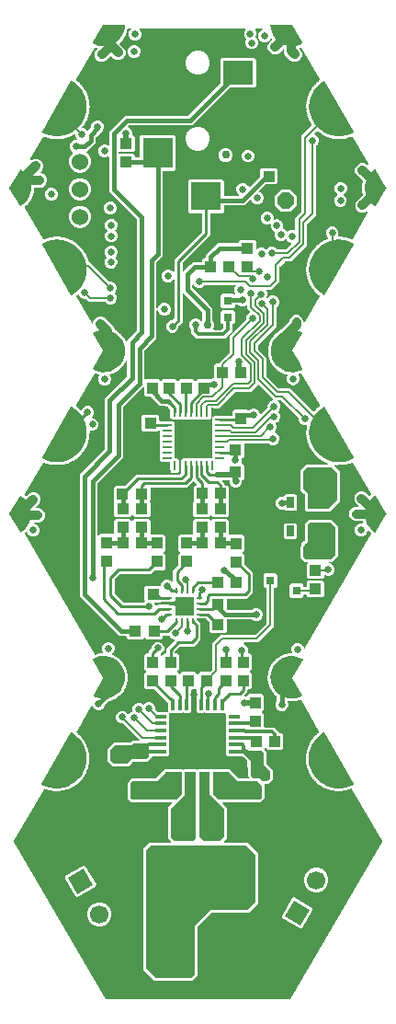
<source format=gbr>
G04 EAGLE Gerber RS-274X export*
G75*
%MOMM*%
%FSLAX34Y34*%
%LPD*%
%INTop Copper*%
%IPPOS*%
%AMOC8*
5,1,8,0,0,1.08239X$1,22.5*%
G01*
%ADD10R,0.800000X0.800000*%
%ADD11C,1.524000*%
%ADD12P,1.649562X8X22.500000*%
%ADD13R,1.400000X3.000000*%
%ADD14R,0.320000X1.010000*%
%ADD15R,1.010000X0.320000*%
%ADD16R,4.700000X4.700000*%
%ADD17R,0.840000X0.270000*%
%ADD18R,0.270000X0.840000*%
%ADD19R,2.100000X2.100000*%
%ADD20R,1.000000X1.100000*%
%ADD21R,1.100000X1.000000*%
%ADD22R,0.250000X0.600000*%
%ADD23R,0.600000X0.250000*%
%ADD24R,1.600000X1.600000*%
%ADD25R,0.660000X1.000000*%
%ADD26R,2.800000X2.600000*%
%ADD27R,2.800000X2.200000*%
%ADD28R,2.800000X2.800000*%
%ADD29R,1.700000X1.700000*%
%ADD30C,1.700000*%
%ADD31R,1.700000X1.700000*%
%ADD32C,1.000000*%
%ADD33C,0.660400*%
%ADD34C,0.177800*%
%ADD35C,0.756400*%
%ADD36C,0.457200*%
%ADD37C,0.381000*%
%ADD38C,0.254000*%
%ADD39C,0.508000*%
%ADD40C,0.812800*%
%ADD41C,0.304800*%
%ADD42C,0.203200*%

G36*
X84227Y-446415D02*
X84227Y-446415D01*
X84293Y-446414D01*
X84347Y-446395D01*
X84404Y-446386D01*
X84463Y-446355D01*
X84525Y-446333D01*
X84571Y-446297D01*
X84622Y-446270D01*
X84667Y-446223D01*
X84719Y-446182D01*
X84768Y-446116D01*
X84791Y-446092D01*
X84799Y-446074D01*
X84819Y-446047D01*
X169462Y-300856D01*
X169487Y-300792D01*
X169521Y-300731D01*
X169531Y-300677D01*
X169550Y-300626D01*
X169553Y-300557D01*
X169566Y-300489D01*
X169558Y-300435D01*
X169560Y-300381D01*
X169541Y-300314D01*
X169531Y-300246D01*
X169500Y-300176D01*
X169491Y-300144D01*
X169479Y-300127D01*
X169464Y-300092D01*
X142063Y-252630D01*
X142026Y-252585D01*
X141997Y-252535D01*
X141949Y-252491D01*
X141907Y-252440D01*
X141858Y-252409D01*
X141815Y-252370D01*
X141754Y-252344D01*
X141698Y-252309D01*
X141642Y-252296D01*
X141589Y-252273D01*
X141523Y-252267D01*
X141459Y-252252D01*
X141402Y-252257D01*
X141344Y-252252D01*
X141246Y-252271D01*
X141214Y-252274D01*
X141201Y-252279D01*
X141179Y-252283D01*
X140675Y-252439D01*
X140646Y-252453D01*
X140569Y-252480D01*
X139691Y-252903D01*
X139683Y-252900D01*
X139649Y-252894D01*
X139617Y-252880D01*
X139528Y-252873D01*
X139441Y-252857D01*
X139407Y-252862D01*
X139372Y-252860D01*
X139207Y-252891D01*
X137740Y-253343D01*
X137709Y-253359D01*
X137675Y-253366D01*
X137599Y-253413D01*
X137520Y-253453D01*
X137495Y-253477D01*
X137466Y-253495D01*
X137352Y-253618D01*
X137347Y-253625D01*
X136383Y-253770D01*
X136352Y-253780D01*
X136272Y-253795D01*
X135341Y-254082D01*
X135333Y-254078D01*
X135300Y-254067D01*
X135271Y-254049D01*
X135184Y-254028D01*
X135100Y-254000D01*
X135065Y-254000D01*
X135032Y-253992D01*
X134864Y-253999D01*
X133346Y-254227D01*
X133313Y-254238D01*
X133278Y-254240D01*
X133196Y-254275D01*
X133111Y-254302D01*
X133083Y-254323D01*
X133052Y-254337D01*
X132921Y-254441D01*
X132915Y-254447D01*
X131940Y-254447D01*
X131908Y-254452D01*
X131827Y-254455D01*
X130863Y-254600D01*
X130856Y-254595D01*
X130825Y-254580D01*
X130799Y-254557D01*
X130716Y-254524D01*
X130637Y-254483D01*
X130603Y-254478D01*
X130571Y-254465D01*
X130404Y-254446D01*
X128869Y-254446D01*
X128834Y-254452D01*
X128800Y-254449D01*
X128714Y-254471D01*
X128626Y-254486D01*
X128595Y-254502D01*
X128562Y-254510D01*
X128416Y-254595D01*
X128410Y-254600D01*
X127446Y-254454D01*
X127413Y-254454D01*
X127333Y-254445D01*
X126358Y-254445D01*
X126352Y-254439D01*
X126324Y-254419D01*
X126301Y-254393D01*
X126225Y-254347D01*
X126152Y-254296D01*
X126119Y-254285D01*
X126089Y-254268D01*
X125927Y-254225D01*
X124409Y-253995D01*
X124374Y-253996D01*
X124341Y-253988D01*
X124252Y-253997D01*
X124163Y-253998D01*
X124130Y-254010D01*
X124096Y-254013D01*
X123940Y-254075D01*
X123932Y-254079D01*
X123001Y-253791D01*
X122968Y-253787D01*
X122890Y-253766D01*
X121927Y-253620D01*
X121922Y-253614D01*
X121897Y-253589D01*
X121878Y-253560D01*
X121809Y-253504D01*
X121746Y-253442D01*
X121714Y-253427D01*
X121687Y-253405D01*
X121534Y-253338D01*
X120066Y-252885D01*
X120032Y-252880D01*
X120000Y-252868D01*
X119911Y-252863D01*
X119823Y-252851D01*
X119789Y-252858D01*
X119754Y-252856D01*
X119591Y-252894D01*
X119583Y-252896D01*
X118705Y-252473D01*
X118673Y-252464D01*
X118599Y-252432D01*
X117668Y-252144D01*
X117664Y-252137D01*
X117643Y-252109D01*
X117629Y-252077D01*
X117569Y-252011D01*
X117515Y-251941D01*
X117487Y-251921D01*
X117463Y-251895D01*
X117321Y-251806D01*
X115938Y-251140D01*
X115905Y-251130D01*
X115874Y-251113D01*
X115787Y-251095D01*
X115702Y-251070D01*
X115667Y-251071D01*
X115633Y-251065D01*
X115466Y-251077D01*
X115458Y-251079D01*
X114653Y-250530D01*
X114623Y-250516D01*
X114554Y-250473D01*
X113676Y-250050D01*
X113673Y-250042D01*
X113657Y-250011D01*
X113648Y-249978D01*
X113598Y-249904D01*
X113556Y-249826D01*
X113530Y-249802D01*
X113511Y-249773D01*
X113384Y-249664D01*
X112115Y-248799D01*
X112084Y-248784D01*
X112057Y-248762D01*
X111973Y-248732D01*
X111893Y-248695D01*
X111858Y-248691D01*
X111825Y-248679D01*
X111658Y-248667D01*
X111650Y-248667D01*
X110936Y-248004D01*
X110908Y-247986D01*
X110847Y-247933D01*
X110042Y-247384D01*
X110040Y-247376D01*
X110028Y-247343D01*
X110024Y-247308D01*
X109986Y-247228D01*
X109956Y-247144D01*
X109934Y-247117D01*
X109920Y-247086D01*
X109810Y-246959D01*
X108685Y-245914D01*
X108656Y-245895D01*
X108632Y-245870D01*
X108554Y-245827D01*
X108480Y-245778D01*
X108446Y-245769D01*
X108416Y-245753D01*
X108252Y-245716D01*
X108244Y-245715D01*
X107636Y-244952D01*
X107612Y-244930D01*
X107559Y-244869D01*
X106845Y-244206D01*
X106844Y-244197D01*
X106838Y-244164D01*
X106839Y-244129D01*
X106813Y-244044D01*
X106796Y-243956D01*
X106778Y-243926D01*
X106769Y-243893D01*
X106679Y-243751D01*
X105722Y-242550D01*
X105696Y-242527D01*
X105677Y-242499D01*
X105606Y-242445D01*
X105540Y-242385D01*
X105508Y-242372D01*
X105480Y-242351D01*
X105324Y-242290D01*
X105316Y-242287D01*
X104829Y-241443D01*
X104808Y-241418D01*
X104765Y-241349D01*
X104157Y-240587D01*
X104158Y-240579D01*
X104157Y-240544D01*
X104163Y-240510D01*
X104151Y-240422D01*
X104146Y-240333D01*
X104133Y-240301D01*
X104129Y-240266D01*
X104061Y-240113D01*
X103294Y-238783D01*
X103272Y-238756D01*
X103257Y-238725D01*
X103194Y-238661D01*
X103138Y-238592D01*
X103109Y-238574D01*
X103085Y-238549D01*
X102939Y-238466D01*
X102931Y-238462D01*
X102576Y-237555D01*
X102559Y-237527D01*
X102526Y-237452D01*
X102039Y-236608D01*
X102042Y-236600D01*
X102045Y-236565D01*
X102056Y-236533D01*
X102057Y-236444D01*
X102066Y-236355D01*
X102058Y-236321D01*
X102059Y-236287D01*
X102015Y-236125D01*
X101454Y-234695D01*
X101437Y-234665D01*
X101426Y-234632D01*
X101374Y-234560D01*
X101329Y-234484D01*
X101303Y-234461D01*
X101282Y-234433D01*
X101151Y-234329D01*
X101144Y-234324D01*
X100927Y-233374D01*
X100915Y-233343D01*
X100894Y-233265D01*
X100538Y-232358D01*
X100541Y-232350D01*
X100550Y-232317D01*
X100566Y-232286D01*
X100580Y-232198D01*
X100602Y-232112D01*
X100599Y-232077D01*
X100605Y-232043D01*
X100586Y-231876D01*
X100245Y-230379D01*
X100232Y-230347D01*
X100226Y-230313D01*
X100186Y-230234D01*
X100152Y-230151D01*
X100129Y-230125D01*
X100114Y-230094D01*
X99999Y-229972D01*
X99993Y-229966D01*
X99920Y-228994D01*
X99913Y-228962D01*
X99903Y-228882D01*
X99687Y-227931D01*
X99691Y-227924D01*
X99705Y-227892D01*
X99725Y-227864D01*
X99752Y-227780D01*
X99787Y-227698D01*
X99790Y-227663D01*
X99800Y-227630D01*
X99806Y-227462D01*
X99692Y-225931D01*
X99684Y-225898D01*
X99684Y-225863D01*
X99655Y-225778D01*
X99634Y-225692D01*
X99616Y-225663D01*
X99604Y-225630D01*
X99510Y-225491D01*
X99504Y-225485D01*
X99577Y-224513D01*
X99575Y-224480D01*
X99577Y-224399D01*
X99505Y-223428D01*
X99510Y-223421D01*
X99529Y-223392D01*
X99553Y-223367D01*
X99592Y-223287D01*
X99639Y-223211D01*
X99646Y-223178D01*
X99662Y-223146D01*
X99693Y-222982D01*
X99808Y-221450D01*
X99805Y-221416D01*
X99810Y-221382D01*
X99794Y-221294D01*
X99787Y-221205D01*
X99773Y-221174D01*
X99767Y-221139D01*
X99694Y-220988D01*
X99689Y-220981D01*
X99906Y-220031D01*
X99908Y-219998D01*
X99923Y-219919D01*
X99996Y-218947D01*
X100003Y-218941D01*
X100025Y-218915D01*
X100053Y-218894D01*
X100104Y-218821D01*
X100161Y-218753D01*
X100174Y-218721D01*
X100193Y-218692D01*
X100249Y-218534D01*
X100591Y-217037D01*
X100593Y-217002D01*
X100603Y-216969D01*
X100600Y-216880D01*
X100606Y-216791D01*
X100597Y-216758D01*
X100596Y-216723D01*
X100546Y-216563D01*
X100543Y-216555D01*
X100899Y-215648D01*
X100906Y-215616D01*
X100933Y-215540D01*
X101150Y-214589D01*
X101157Y-214585D01*
X101183Y-214562D01*
X101214Y-214546D01*
X101275Y-214481D01*
X101342Y-214422D01*
X101359Y-214392D01*
X101383Y-214367D01*
X101461Y-214219D01*
X102022Y-212789D01*
X102030Y-212756D01*
X102045Y-212724D01*
X102056Y-212636D01*
X102074Y-212549D01*
X102070Y-212515D01*
X102075Y-212480D01*
X102049Y-212314D01*
X102047Y-212306D01*
X102535Y-211462D01*
X102546Y-211431D01*
X102584Y-211360D01*
X102940Y-210453D01*
X102948Y-210449D01*
X102977Y-210431D01*
X103010Y-210419D01*
X103080Y-210364D01*
X103155Y-210316D01*
X103176Y-210289D01*
X103204Y-210267D01*
X103303Y-210132D01*
X104071Y-208803D01*
X104084Y-208770D01*
X104103Y-208742D01*
X104127Y-208656D01*
X104158Y-208573D01*
X104160Y-208538D01*
X104169Y-208505D01*
X104169Y-208337D01*
X104168Y-208329D01*
X104776Y-207567D01*
X104792Y-207538D01*
X104840Y-207473D01*
X105327Y-206629D01*
X105335Y-206627D01*
X105367Y-206613D01*
X105401Y-206606D01*
X105479Y-206562D01*
X105560Y-206526D01*
X105585Y-206502D01*
X105615Y-206485D01*
X105734Y-206366D01*
X106691Y-205166D01*
X106708Y-205136D01*
X106732Y-205110D01*
X106768Y-205029D01*
X106812Y-204952D01*
X106818Y-204917D01*
X106832Y-204886D01*
X106857Y-204720D01*
X106857Y-204711D01*
X107572Y-204049D01*
X107592Y-204023D01*
X107650Y-203965D01*
X108257Y-203204D01*
X108266Y-203203D01*
X108299Y-203193D01*
X108334Y-203192D01*
X108417Y-203160D01*
X108502Y-203136D01*
X108531Y-203117D01*
X108564Y-203104D01*
X108698Y-203004D01*
X109824Y-201960D01*
X109846Y-201933D01*
X109873Y-201911D01*
X109921Y-201836D01*
X109975Y-201766D01*
X109987Y-201734D01*
X110005Y-201704D01*
X110055Y-201544D01*
X110056Y-201536D01*
X110862Y-200987D01*
X110886Y-200964D01*
X110951Y-200916D01*
X111323Y-200571D01*
X111359Y-200525D01*
X111402Y-200486D01*
X111434Y-200428D01*
X111474Y-200376D01*
X111493Y-200322D01*
X111522Y-200271D01*
X111534Y-200206D01*
X111555Y-200144D01*
X111556Y-200086D01*
X111567Y-200029D01*
X111557Y-199964D01*
X111558Y-199898D01*
X111540Y-199843D01*
X111532Y-199785D01*
X111492Y-199694D01*
X111482Y-199664D01*
X111474Y-199653D01*
X111465Y-199632D01*
X94954Y-171033D01*
X94885Y-170949D01*
X94819Y-170862D01*
X94807Y-170854D01*
X94798Y-170843D01*
X94706Y-170785D01*
X94615Y-170724D01*
X94602Y-170720D01*
X94590Y-170712D01*
X94483Y-170687D01*
X94378Y-170657D01*
X94364Y-170658D01*
X94351Y-170655D01*
X94242Y-170665D01*
X94133Y-170670D01*
X94117Y-170676D01*
X94106Y-170677D01*
X94079Y-170688D01*
X93974Y-170724D01*
X93200Y-171083D01*
X93170Y-171072D01*
X93140Y-171066D01*
X93113Y-171054D01*
X93020Y-171044D01*
X92928Y-171026D01*
X92898Y-171030D01*
X92868Y-171027D01*
X92703Y-171054D01*
X92108Y-171222D01*
X92080Y-171234D01*
X92050Y-171240D01*
X91969Y-171286D01*
X91885Y-171326D01*
X91863Y-171346D01*
X91836Y-171361D01*
X91718Y-171480D01*
X91698Y-171506D01*
X90751Y-171613D01*
X90720Y-171622D01*
X90631Y-171637D01*
X89714Y-171895D01*
X89686Y-171879D01*
X89657Y-171868D01*
X89632Y-171851D01*
X89542Y-171826D01*
X89454Y-171795D01*
X89424Y-171794D01*
X89395Y-171786D01*
X89227Y-171786D01*
X88613Y-171856D01*
X88584Y-171864D01*
X88554Y-171865D01*
X88467Y-171897D01*
X88377Y-171923D01*
X88352Y-171940D01*
X88323Y-171950D01*
X88187Y-172049D01*
X88163Y-172071D01*
X87212Y-172025D01*
X87179Y-172028D01*
X87089Y-172029D01*
X86143Y-172136D01*
X86117Y-172116D01*
X86091Y-172101D01*
X86069Y-172080D01*
X85984Y-172041D01*
X85903Y-171996D01*
X85873Y-171990D01*
X85845Y-171977D01*
X85680Y-171951D01*
X85062Y-171921D01*
X85032Y-171925D01*
X85002Y-171921D01*
X84911Y-171939D01*
X84818Y-171949D01*
X84791Y-171962D01*
X84761Y-171968D01*
X84611Y-172043D01*
X84584Y-172061D01*
X83652Y-171863D01*
X83619Y-171862D01*
X83530Y-171847D01*
X83405Y-171841D01*
X83341Y-171849D01*
X83277Y-171846D01*
X83220Y-171863D01*
X83161Y-171869D01*
X83103Y-171897D01*
X83041Y-171915D01*
X82992Y-171949D01*
X82938Y-171974D01*
X82891Y-172018D01*
X82839Y-172055D01*
X82803Y-172103D01*
X82760Y-172144D01*
X82730Y-172201D01*
X82692Y-172252D01*
X82674Y-172309D01*
X82646Y-172362D01*
X82636Y-172425D01*
X82616Y-172486D01*
X82616Y-172546D01*
X82607Y-172605D01*
X82618Y-172668D01*
X82618Y-172732D01*
X82642Y-172815D01*
X82648Y-172847D01*
X82656Y-172863D01*
X82665Y-172893D01*
X83059Y-173844D01*
X83059Y-176168D01*
X82169Y-178316D01*
X80526Y-179959D01*
X78378Y-180849D01*
X76054Y-180849D01*
X73906Y-179959D01*
X72263Y-178316D01*
X71373Y-176168D01*
X71373Y-173844D01*
X72263Y-171696D01*
X72597Y-171362D01*
X72644Y-171297D01*
X72659Y-171281D01*
X72663Y-171274D01*
X72710Y-171218D01*
X72722Y-171188D01*
X72741Y-171162D01*
X72768Y-171075D01*
X72802Y-170990D01*
X72806Y-170949D01*
X72813Y-170927D01*
X72812Y-170895D01*
X72820Y-170824D01*
X72820Y-167631D01*
X72820Y-167628D01*
X72820Y-167625D01*
X72800Y-167507D01*
X72781Y-167389D01*
X72779Y-167386D01*
X72778Y-167383D01*
X72721Y-167276D01*
X72665Y-167171D01*
X72663Y-167169D01*
X72662Y-167166D01*
X72545Y-167045D01*
X72106Y-166681D01*
X72079Y-166665D01*
X72058Y-166644D01*
X71974Y-166604D01*
X71893Y-166556D01*
X71864Y-166550D01*
X71836Y-166537D01*
X71671Y-166507D01*
X71639Y-166505D01*
X71013Y-165787D01*
X70988Y-165766D01*
X70925Y-165701D01*
X70192Y-165093D01*
X70189Y-165061D01*
X70181Y-165031D01*
X70181Y-165001D01*
X70150Y-164913D01*
X70127Y-164823D01*
X70110Y-164797D01*
X70100Y-164769D01*
X70005Y-164631D01*
X69599Y-164165D01*
X69575Y-164146D01*
X69557Y-164122D01*
X69481Y-164068D01*
X69409Y-164008D01*
X69381Y-163998D01*
X69356Y-163980D01*
X69198Y-163924D01*
X69166Y-163917D01*
X68663Y-163108D01*
X68642Y-163083D01*
X68590Y-163009D01*
X67964Y-162291D01*
X67967Y-162259D01*
X67964Y-162229D01*
X67968Y-162199D01*
X67952Y-162107D01*
X67944Y-162014D01*
X67931Y-161986D01*
X67926Y-161956D01*
X67854Y-161805D01*
X67528Y-161280D01*
X67508Y-161257D01*
X67494Y-161230D01*
X67427Y-161165D01*
X67366Y-161095D01*
X67339Y-161080D01*
X67318Y-161058D01*
X67171Y-160978D01*
X67141Y-160966D01*
X66774Y-160086D01*
X66757Y-160058D01*
X66718Y-159977D01*
X66215Y-159168D01*
X66223Y-159136D01*
X66225Y-159106D01*
X66234Y-159077D01*
X66233Y-158984D01*
X66239Y-158891D01*
X66231Y-158862D01*
X66231Y-158831D01*
X66184Y-158670D01*
X65946Y-158100D01*
X65930Y-158074D01*
X65921Y-158046D01*
X65866Y-157971D01*
X65816Y-157891D01*
X65793Y-157872D01*
X65775Y-157848D01*
X65642Y-157745D01*
X65615Y-157727D01*
X65394Y-156801D01*
X65381Y-156771D01*
X65356Y-156684D01*
X64990Y-155805D01*
X65002Y-155775D01*
X65009Y-155745D01*
X65023Y-155718D01*
X65037Y-155626D01*
X65058Y-155535D01*
X65055Y-155505D01*
X65059Y-155475D01*
X65039Y-155309D01*
X64895Y-154708D01*
X64884Y-154680D01*
X64879Y-154650D01*
X64836Y-154567D01*
X64801Y-154481D01*
X64781Y-154458D01*
X64767Y-154431D01*
X64718Y-154379D01*
X64716Y-154376D01*
X64711Y-154371D01*
X64653Y-154308D01*
X64628Y-154287D01*
X64559Y-153337D01*
X64551Y-153305D01*
X64540Y-153216D01*
X64319Y-152289D01*
X64336Y-152261D01*
X64348Y-152233D01*
X64366Y-152209D01*
X64394Y-152120D01*
X64430Y-152034D01*
X64432Y-152003D01*
X64441Y-151975D01*
X64447Y-151807D01*
X64414Y-151350D01*
X64400Y-151292D01*
X64397Y-151234D01*
X64372Y-151174D01*
X64357Y-151110D01*
X64326Y-151061D01*
X64303Y-151006D01*
X64250Y-150938D01*
X64249Y-150934D01*
X64216Y-150868D01*
X64193Y-150803D01*
X64289Y-149777D01*
X64287Y-149745D01*
X64290Y-149651D01*
X64220Y-148685D01*
X64234Y-148652D01*
X64268Y-148597D01*
X64281Y-148540D01*
X64303Y-148485D01*
X64314Y-148400D01*
X64316Y-148396D01*
X64339Y-148326D01*
X64371Y-148260D01*
X64374Y-148242D01*
X64389Y-148202D01*
X64425Y-148132D01*
X64437Y-148073D01*
X64448Y-148045D01*
X64448Y-148018D01*
X64459Y-147968D01*
X64493Y-147608D01*
X64491Y-147577D01*
X64496Y-147548D01*
X64482Y-147455D01*
X64476Y-147362D01*
X64464Y-147334D01*
X64460Y-147304D01*
X64391Y-147151D01*
X64375Y-147123D01*
X64615Y-146201D01*
X64618Y-146168D01*
X64636Y-146080D01*
X64725Y-145132D01*
X64750Y-145111D01*
X64770Y-145088D01*
X64795Y-145071D01*
X64851Y-144996D01*
X64912Y-144926D01*
X64923Y-144898D01*
X64941Y-144874D01*
X65001Y-144717D01*
X65161Y-144102D01*
X65164Y-144072D01*
X65174Y-144043D01*
X65176Y-143950D01*
X65184Y-143857D01*
X65177Y-143828D01*
X65178Y-143797D01*
X65135Y-143635D01*
X65123Y-143605D01*
X65508Y-142733D01*
X65516Y-142701D01*
X65548Y-142618D01*
X65788Y-141696D01*
X65816Y-141679D01*
X65839Y-141660D01*
X65867Y-141647D01*
X65934Y-141582D01*
X66005Y-141522D01*
X66021Y-141496D01*
X66043Y-141475D01*
X66127Y-141330D01*
X66384Y-140749D01*
X66392Y-140720D01*
X66406Y-140693D01*
X66422Y-140601D01*
X66446Y-140511D01*
X66443Y-140481D01*
X66449Y-140451D01*
X66432Y-140284D01*
X66426Y-140252D01*
X66945Y-139454D01*
X66958Y-139423D01*
X67004Y-139346D01*
X67388Y-138474D01*
X67419Y-138463D01*
X67445Y-138447D01*
X67474Y-138439D01*
X67550Y-138385D01*
X67631Y-138338D01*
X67651Y-138315D01*
X67675Y-138298D01*
X67782Y-138168D01*
X68128Y-137635D01*
X68141Y-137608D01*
X68159Y-137584D01*
X68190Y-137496D01*
X68228Y-137410D01*
X68230Y-137380D01*
X68240Y-137352D01*
X68251Y-137184D01*
X68249Y-137152D01*
X68890Y-136447D01*
X68908Y-136419D01*
X68965Y-136350D01*
X69485Y-135552D01*
X69517Y-135545D01*
X69545Y-135534D01*
X69575Y-135530D01*
X69659Y-135490D01*
X69746Y-135456D01*
X69769Y-135436D01*
X69796Y-135423D01*
X69922Y-135312D01*
X70350Y-134842D01*
X70366Y-134817D01*
X70388Y-134796D01*
X70433Y-134714D01*
X70484Y-134636D01*
X70491Y-134606D01*
X70506Y-134580D01*
X70518Y-134526D01*
X70522Y-134518D01*
X70523Y-134502D01*
X70543Y-134416D01*
X70547Y-134384D01*
X71292Y-133791D01*
X71314Y-133767D01*
X71382Y-133707D01*
X72023Y-133003D01*
X72055Y-133001D01*
X72085Y-132995D01*
X72115Y-132996D01*
X72204Y-132969D01*
X72296Y-132950D01*
X72322Y-132935D01*
X72351Y-132926D01*
X72493Y-132837D01*
X72990Y-132441D01*
X73011Y-132419D01*
X73036Y-132402D01*
X73093Y-132328D01*
X73156Y-132259D01*
X73168Y-132231D01*
X73186Y-132207D01*
X73249Y-132052D01*
X73258Y-132021D01*
X74089Y-131555D01*
X74115Y-131535D01*
X74191Y-131487D01*
X74937Y-130894D01*
X74969Y-130898D01*
X75000Y-130896D01*
X75029Y-130902D01*
X75122Y-130890D01*
X75215Y-130886D01*
X75243Y-130875D01*
X75273Y-130871D01*
X75428Y-130806D01*
X75982Y-130495D01*
X76006Y-130476D01*
X76033Y-130464D01*
X76101Y-130400D01*
X76174Y-130342D01*
X76191Y-130316D01*
X76213Y-130296D01*
X76300Y-130152D01*
X76314Y-130123D01*
X77209Y-129797D01*
X77237Y-129781D01*
X77320Y-129746D01*
X78151Y-129280D01*
X78183Y-129289D01*
X78213Y-129293D01*
X78241Y-129303D01*
X78334Y-129306D01*
X78427Y-129317D01*
X78457Y-129310D01*
X78487Y-129311D01*
X78650Y-129272D01*
X79247Y-129054D01*
X79273Y-129039D01*
X79303Y-129031D01*
X79380Y-128979D01*
X79461Y-128934D01*
X79482Y-128911D01*
X79507Y-128894D01*
X79616Y-128767D01*
X79634Y-128740D01*
X80570Y-128562D01*
X80601Y-128550D01*
X80688Y-128529D01*
X81583Y-128203D01*
X81613Y-128217D01*
X81642Y-128225D01*
X81668Y-128240D01*
X81760Y-128258D01*
X81850Y-128283D01*
X81880Y-128282D01*
X81909Y-128287D01*
X82077Y-128274D01*
X82701Y-128155D01*
X82729Y-128145D01*
X82759Y-128142D01*
X82844Y-128103D01*
X82932Y-128071D01*
X82955Y-128052D01*
X82983Y-128039D01*
X83111Y-127931D01*
X83134Y-127907D01*
X84086Y-127882D01*
X84118Y-127875D01*
X84208Y-127868D01*
X85143Y-127690D01*
X85170Y-127708D01*
X85198Y-127721D01*
X85221Y-127740D01*
X85309Y-127773D01*
X85393Y-127812D01*
X85423Y-127815D01*
X85452Y-127826D01*
X85619Y-127840D01*
X85859Y-127833D01*
X85894Y-127827D01*
X85930Y-127828D01*
X86014Y-127804D01*
X86101Y-127787D01*
X86132Y-127769D01*
X86166Y-127760D01*
X86238Y-127709D01*
X86315Y-127666D01*
X86339Y-127640D01*
X86368Y-127619D01*
X86420Y-127549D01*
X86479Y-127483D01*
X86493Y-127450D01*
X86515Y-127422D01*
X86542Y-127338D01*
X86577Y-127257D01*
X86580Y-127222D01*
X86591Y-127188D01*
X86590Y-127100D01*
X86597Y-127012D01*
X86589Y-126978D01*
X86588Y-126942D01*
X86542Y-126781D01*
X85851Y-125114D01*
X85851Y-122790D01*
X86741Y-120642D01*
X88384Y-118999D01*
X90532Y-118109D01*
X92856Y-118109D01*
X95004Y-118999D01*
X96647Y-120642D01*
X97549Y-122820D01*
X97561Y-122839D01*
X97568Y-122861D01*
X97626Y-122943D01*
X97679Y-123029D01*
X97696Y-123043D01*
X97710Y-123062D01*
X97791Y-123121D01*
X97868Y-123186D01*
X97890Y-123194D01*
X97908Y-123207D01*
X98004Y-123238D01*
X98098Y-123274D01*
X98121Y-123275D01*
X98143Y-123282D01*
X98243Y-123280D01*
X98344Y-123284D01*
X98366Y-123278D01*
X98389Y-123277D01*
X98483Y-123244D01*
X98580Y-123216D01*
X98599Y-123202D01*
X98620Y-123195D01*
X98699Y-123133D01*
X98782Y-123075D01*
X98796Y-123057D01*
X98814Y-123043D01*
X98913Y-122907D01*
X159347Y-17556D01*
X159386Y-17452D01*
X159428Y-17349D01*
X159429Y-17337D01*
X159433Y-17326D01*
X159437Y-17215D01*
X159444Y-17104D01*
X159441Y-17092D01*
X159442Y-17080D01*
X159410Y-16974D01*
X159381Y-16866D01*
X159375Y-16856D01*
X159371Y-16844D01*
X159307Y-16754D01*
X159246Y-16661D01*
X159235Y-16651D01*
X159229Y-16643D01*
X159207Y-16627D01*
X159119Y-16551D01*
X158413Y-16063D01*
X158407Y-16031D01*
X158397Y-16003D01*
X158394Y-15972D01*
X158355Y-15887D01*
X158324Y-15800D01*
X158305Y-15776D01*
X158293Y-15748D01*
X158185Y-15619D01*
X157744Y-15195D01*
X157719Y-15178D01*
X157699Y-15155D01*
X157618Y-15108D01*
X157541Y-15056D01*
X157512Y-15047D01*
X157486Y-15032D01*
X157323Y-14990D01*
X157152Y-14966D01*
X157105Y-14967D01*
X157058Y-14959D01*
X156982Y-14970D01*
X156906Y-14971D01*
X156861Y-14987D01*
X156814Y-14994D01*
X156747Y-15029D01*
X156675Y-15055D01*
X156637Y-15084D01*
X156595Y-15106D01*
X156542Y-15160D01*
X156482Y-15208D01*
X156456Y-15248D01*
X156423Y-15282D01*
X156360Y-15396D01*
X156348Y-15414D01*
X156347Y-15420D01*
X156342Y-15428D01*
X155575Y-17280D01*
X153932Y-18923D01*
X151784Y-19813D01*
X149460Y-19813D01*
X147312Y-18923D01*
X145669Y-17280D01*
X144779Y-15132D01*
X144779Y-12808D01*
X145669Y-10660D01*
X147312Y-9017D01*
X149460Y-8127D01*
X151604Y-8127D01*
X151684Y-8114D01*
X151764Y-8110D01*
X151804Y-8094D01*
X151847Y-8088D01*
X151918Y-8050D01*
X151993Y-8020D01*
X152026Y-7993D01*
X152064Y-7972D01*
X152120Y-7914D01*
X152181Y-7862D01*
X152204Y-7825D01*
X152233Y-7794D01*
X152259Y-7739D01*
X152264Y-7729D01*
X152267Y-7721D01*
X152309Y-7652D01*
X152319Y-7610D01*
X152337Y-7571D01*
X152340Y-7541D01*
X152430Y-7253D01*
X152434Y-7223D01*
X152446Y-7195D01*
X152452Y-7102D01*
X152465Y-7009D01*
X152459Y-6979D01*
X152461Y-6949D01*
X152426Y-6785D01*
X152378Y-6643D01*
X152368Y-6625D01*
X152364Y-6604D01*
X152311Y-6516D01*
X152264Y-6425D01*
X152248Y-6411D01*
X152238Y-6393D01*
X152160Y-6326D01*
X152086Y-6255D01*
X152067Y-6247D01*
X152051Y-6233D01*
X151956Y-6195D01*
X151863Y-6151D01*
X151842Y-6149D01*
X151823Y-6141D01*
X151656Y-6123D01*
X144762Y-6123D01*
X142335Y-5117D01*
X140451Y-3233D01*
X139445Y-806D01*
X139445Y1822D01*
X140451Y4249D01*
X142309Y6107D01*
X144736Y7113D01*
X147391Y7113D01*
X147462Y7124D01*
X147533Y7126D01*
X147582Y7144D01*
X147634Y7152D01*
X147697Y7186D01*
X147764Y7211D01*
X147805Y7243D01*
X147851Y7268D01*
X147900Y7320D01*
X147956Y7364D01*
X147985Y7408D01*
X148020Y7446D01*
X148051Y7511D01*
X148089Y7571D01*
X148102Y7622D01*
X148124Y7669D01*
X148132Y7740D01*
X148149Y7810D01*
X148145Y7862D01*
X148151Y7913D01*
X148136Y7984D01*
X148130Y8055D01*
X148110Y8103D01*
X148099Y8154D01*
X148062Y8215D01*
X148034Y8281D01*
X147989Y8337D01*
X147973Y8365D01*
X147955Y8380D01*
X147929Y8412D01*
X145097Y11245D01*
X144091Y13672D01*
X144091Y16300D01*
X145097Y18727D01*
X146955Y20585D01*
X149382Y21591D01*
X152010Y21591D01*
X154437Y20585D01*
X157717Y17305D01*
X157777Y17262D01*
X157832Y17211D01*
X157877Y17191D01*
X157917Y17162D01*
X157988Y17140D01*
X158056Y17109D01*
X158105Y17104D01*
X158152Y17089D01*
X158226Y17091D01*
X158300Y17084D01*
X158348Y17095D01*
X158398Y17096D01*
X158468Y17121D01*
X158540Y17138D01*
X158599Y17169D01*
X158629Y17180D01*
X158648Y17196D01*
X158688Y17217D01*
X159068Y17479D01*
X159148Y17557D01*
X159231Y17633D01*
X159237Y17642D01*
X159245Y17650D01*
X159296Y17749D01*
X159351Y17847D01*
X159353Y17858D01*
X159358Y17868D01*
X159376Y17979D01*
X159396Y18089D01*
X159395Y18100D01*
X159396Y18111D01*
X159377Y18221D01*
X159362Y18333D01*
X159356Y18345D01*
X159355Y18353D01*
X159343Y18376D01*
X159294Y18486D01*
X142599Y47405D01*
X142562Y47449D01*
X142534Y47500D01*
X142485Y47544D01*
X142443Y47595D01*
X142394Y47626D01*
X142351Y47664D01*
X142291Y47691D01*
X142235Y47726D01*
X142178Y47739D01*
X142125Y47762D01*
X142060Y47768D01*
X141996Y47783D01*
X141938Y47778D01*
X141880Y47783D01*
X141782Y47764D01*
X141751Y47761D01*
X141738Y47756D01*
X141715Y47751D01*
X140929Y47509D01*
X140900Y47495D01*
X140823Y47468D01*
X139945Y47045D01*
X139937Y47048D01*
X139903Y47054D01*
X139871Y47068D01*
X139782Y47075D01*
X139695Y47091D01*
X139661Y47086D01*
X139626Y47088D01*
X139461Y47057D01*
X137994Y46605D01*
X137963Y46589D01*
X137929Y46582D01*
X137853Y46535D01*
X137774Y46495D01*
X137749Y46471D01*
X137720Y46453D01*
X137606Y46330D01*
X137601Y46323D01*
X136637Y46178D01*
X136606Y46168D01*
X136526Y46153D01*
X135595Y45866D01*
X135587Y45870D01*
X135554Y45881D01*
X135525Y45899D01*
X135438Y45920D01*
X135354Y45948D01*
X135319Y45948D01*
X135286Y45956D01*
X135118Y45949D01*
X133600Y45721D01*
X133567Y45710D01*
X133532Y45708D01*
X133450Y45673D01*
X133365Y45646D01*
X133337Y45625D01*
X133306Y45611D01*
X133175Y45507D01*
X133169Y45501D01*
X132194Y45501D01*
X132162Y45496D01*
X132081Y45493D01*
X131117Y45348D01*
X131110Y45353D01*
X131079Y45368D01*
X131053Y45391D01*
X130970Y45424D01*
X130891Y45465D01*
X130857Y45470D01*
X130825Y45483D01*
X130658Y45502D01*
X129123Y45502D01*
X129088Y45496D01*
X129054Y45499D01*
X128968Y45477D01*
X128880Y45462D01*
X128849Y45446D01*
X128816Y45438D01*
X128670Y45353D01*
X128664Y45348D01*
X127700Y45494D01*
X127667Y45494D01*
X127587Y45503D01*
X126540Y45503D01*
X126469Y45491D01*
X126397Y45489D01*
X126348Y45472D01*
X126297Y45463D01*
X126233Y45430D01*
X126166Y45405D01*
X126125Y45373D01*
X126079Y45348D01*
X126030Y45296D01*
X125974Y45251D01*
X125946Y45208D01*
X125910Y45170D01*
X125880Y45105D01*
X125841Y45044D01*
X125828Y44994D01*
X125806Y44947D01*
X125798Y44875D01*
X125781Y44806D01*
X125785Y44754D01*
X125779Y44702D01*
X125794Y44632D01*
X125800Y44561D01*
X125820Y44513D01*
X125831Y44462D01*
X125868Y44400D01*
X125896Y44334D01*
X125941Y44278D01*
X125957Y44251D01*
X125975Y44236D01*
X126001Y44203D01*
X127944Y42261D01*
X130684Y39521D01*
X130684Y11787D01*
X121309Y2412D01*
X100433Y2412D01*
X98424Y4421D01*
X98424Y18330D01*
X98410Y18420D01*
X98402Y18511D01*
X98390Y18541D01*
X98385Y18573D01*
X98342Y18653D01*
X98306Y18737D01*
X98280Y18769D01*
X98269Y18790D01*
X98246Y18812D01*
X98201Y18868D01*
X94614Y22455D01*
X94614Y40537D01*
X99671Y45594D01*
X119529Y45594D01*
X119604Y45606D01*
X119680Y45609D01*
X119725Y45626D01*
X119771Y45633D01*
X119839Y45669D01*
X119910Y45696D01*
X119947Y45726D01*
X119989Y45749D01*
X120041Y45804D01*
X120100Y45852D01*
X120125Y45892D01*
X120158Y45927D01*
X120190Y45996D01*
X120231Y46060D01*
X120242Y46107D01*
X120262Y46150D01*
X120270Y46226D01*
X120288Y46300D01*
X120284Y46347D01*
X120289Y46394D01*
X120273Y46469D01*
X120266Y46545D01*
X120247Y46588D01*
X120237Y46635D01*
X120198Y46700D01*
X120167Y46770D01*
X120135Y46805D01*
X120110Y46846D01*
X120053Y46895D01*
X120001Y46952D01*
X119947Y46986D01*
X119924Y47006D01*
X119899Y47016D01*
X119859Y47041D01*
X118959Y47475D01*
X118927Y47484D01*
X118853Y47516D01*
X117922Y47804D01*
X117918Y47811D01*
X117897Y47839D01*
X117883Y47871D01*
X117823Y47937D01*
X117769Y48007D01*
X117741Y48027D01*
X117717Y48053D01*
X117575Y48142D01*
X116192Y48808D01*
X116159Y48818D01*
X116128Y48835D01*
X116041Y48853D01*
X115956Y48878D01*
X115921Y48877D01*
X115887Y48883D01*
X115720Y48871D01*
X115712Y48869D01*
X114907Y49418D01*
X114877Y49432D01*
X114808Y49475D01*
X113930Y49898D01*
X113927Y49906D01*
X113911Y49937D01*
X113902Y49970D01*
X113852Y50044D01*
X113810Y50122D01*
X113784Y50146D01*
X113765Y50175D01*
X113638Y50284D01*
X112369Y51149D01*
X112338Y51164D01*
X112311Y51186D01*
X112227Y51216D01*
X112147Y51253D01*
X112112Y51257D01*
X112079Y51269D01*
X111912Y51281D01*
X111904Y51281D01*
X111190Y51944D01*
X111162Y51962D01*
X111101Y52015D01*
X110296Y52564D01*
X110294Y52572D01*
X110282Y52605D01*
X110278Y52640D01*
X110240Y52720D01*
X110210Y52804D01*
X110188Y52831D01*
X110174Y52862D01*
X110064Y52989D01*
X108939Y54034D01*
X108910Y54053D01*
X108886Y54078D01*
X108808Y54121D01*
X108734Y54170D01*
X108700Y54179D01*
X108670Y54195D01*
X108506Y54232D01*
X108498Y54233D01*
X107890Y54996D01*
X107866Y55018D01*
X107813Y55079D01*
X107099Y55742D01*
X107098Y55751D01*
X107092Y55784D01*
X107093Y55819D01*
X107067Y55904D01*
X107050Y55992D01*
X107032Y56022D01*
X107023Y56055D01*
X106933Y56197D01*
X105976Y57398D01*
X105950Y57421D01*
X105931Y57449D01*
X105860Y57503D01*
X105794Y57563D01*
X105762Y57576D01*
X105734Y57597D01*
X105578Y57658D01*
X105570Y57661D01*
X105083Y58505D01*
X105062Y58530D01*
X105019Y58599D01*
X104411Y59361D01*
X104412Y59369D01*
X104411Y59404D01*
X104417Y59438D01*
X104405Y59526D01*
X104400Y59615D01*
X104387Y59647D01*
X104383Y59682D01*
X104315Y59835D01*
X103548Y61165D01*
X103526Y61192D01*
X103511Y61223D01*
X103448Y61287D01*
X103392Y61356D01*
X103363Y61374D01*
X103339Y61399D01*
X103193Y61482D01*
X103185Y61486D01*
X102830Y62393D01*
X102813Y62421D01*
X102780Y62496D01*
X102293Y63340D01*
X102296Y63348D01*
X102299Y63383D01*
X102310Y63415D01*
X102311Y63504D01*
X102320Y63593D01*
X102312Y63627D01*
X102313Y63661D01*
X102269Y63823D01*
X101708Y65253D01*
X101691Y65283D01*
X101680Y65316D01*
X101628Y65388D01*
X101583Y65464D01*
X101557Y65487D01*
X101536Y65515D01*
X101405Y65619D01*
X101398Y65624D01*
X101181Y66574D01*
X101169Y66605D01*
X101148Y66683D01*
X100792Y67590D01*
X100795Y67598D01*
X100804Y67631D01*
X100820Y67662D01*
X100834Y67750D01*
X100856Y67836D01*
X100853Y67871D01*
X100859Y67905D01*
X100840Y68072D01*
X100499Y69569D01*
X100486Y69601D01*
X100480Y69635D01*
X100440Y69714D01*
X100406Y69797D01*
X100383Y69823D01*
X100368Y69854D01*
X100253Y69976D01*
X100247Y69982D01*
X100174Y70954D01*
X100167Y70986D01*
X100157Y71066D01*
X99941Y72017D01*
X99945Y72024D01*
X99959Y72056D01*
X99979Y72084D01*
X100006Y72168D01*
X100041Y72250D01*
X100043Y72285D01*
X100054Y72318D01*
X100060Y72485D01*
X99946Y74017D01*
X99938Y74050D01*
X99938Y74085D01*
X99909Y74170D01*
X99888Y74256D01*
X99870Y74285D01*
X99858Y74318D01*
X99764Y74457D01*
X99758Y74463D01*
X99831Y75435D01*
X99829Y75467D01*
X99831Y75548D01*
X99759Y76520D01*
X99764Y76527D01*
X99783Y76556D01*
X99807Y76581D01*
X99846Y76661D01*
X99893Y76737D01*
X99900Y76770D01*
X99916Y76802D01*
X99947Y76966D01*
X100062Y78498D01*
X100059Y78532D01*
X100064Y78567D01*
X100048Y78654D01*
X100041Y78743D01*
X100027Y78774D01*
X100021Y78809D01*
X99948Y78960D01*
X99943Y78967D01*
X100160Y79917D01*
X100162Y79950D01*
X100177Y80029D01*
X100250Y81001D01*
X100257Y81007D01*
X100279Y81033D01*
X100307Y81054D01*
X100358Y81127D01*
X100415Y81195D01*
X100428Y81227D01*
X100448Y81256D01*
X100503Y81415D01*
X100506Y81428D01*
X100506Y81435D01*
X100509Y81442D01*
X100514Y81558D01*
X100521Y81673D01*
X100519Y81681D01*
X100519Y81688D01*
X100487Y81800D01*
X100457Y81911D01*
X100453Y81917D01*
X100451Y81924D01*
X100385Y82020D01*
X100321Y82115D01*
X100315Y82120D01*
X100310Y82126D01*
X100218Y82195D01*
X100126Y82266D01*
X100119Y82269D01*
X100113Y82273D01*
X100003Y82309D01*
X99894Y82347D01*
X99886Y82347D01*
X99879Y82349D01*
X99763Y82348D01*
X99648Y82349D01*
X99641Y82347D01*
X99633Y82347D01*
X99472Y82300D01*
X99460Y82295D01*
X97136Y82295D01*
X94988Y83185D01*
X93345Y84828D01*
X92455Y86976D01*
X92455Y88815D01*
X92441Y88905D01*
X92433Y88996D01*
X92421Y89026D01*
X92416Y89058D01*
X92373Y89138D01*
X92337Y89222D01*
X92311Y89254D01*
X92300Y89275D01*
X92277Y89297D01*
X92232Y89353D01*
X76272Y105313D01*
X76198Y105366D01*
X76129Y105426D01*
X76099Y105438D01*
X76073Y105457D01*
X75986Y105484D01*
X75901Y105518D01*
X75860Y105522D01*
X75838Y105529D01*
X75805Y105528D01*
X75734Y105536D01*
X74363Y105536D01*
X74293Y105525D01*
X74221Y105523D01*
X74172Y105505D01*
X74121Y105497D01*
X74057Y105463D01*
X73990Y105438D01*
X73949Y105406D01*
X73903Y105381D01*
X73854Y105329D01*
X73798Y105285D01*
X73770Y105241D01*
X73734Y105203D01*
X73704Y105138D01*
X73665Y105078D01*
X73652Y105027D01*
X73630Y104980D01*
X73622Y104909D01*
X73605Y104839D01*
X73609Y104787D01*
X73603Y104736D01*
X73618Y104665D01*
X73624Y104594D01*
X73644Y104546D01*
X73655Y104495D01*
X73692Y104434D01*
X73720Y104368D01*
X73765Y104312D01*
X73782Y104284D01*
X73799Y104269D01*
X73825Y104237D01*
X75184Y102878D01*
X76074Y100730D01*
X76074Y98406D01*
X75184Y96258D01*
X74270Y95344D01*
X74258Y95328D01*
X74242Y95315D01*
X74212Y95268D01*
X74196Y95252D01*
X74184Y95224D01*
X74126Y95144D01*
X74120Y95125D01*
X74109Y95108D01*
X74084Y95008D01*
X74054Y94909D01*
X74054Y94889D01*
X74049Y94870D01*
X74057Y94767D01*
X74060Y94663D01*
X74067Y94644D01*
X74069Y94624D01*
X74109Y94530D01*
X74145Y94432D01*
X74157Y94416D01*
X74165Y94398D01*
X74270Y94267D01*
X75057Y93480D01*
X75947Y91332D01*
X75947Y89008D01*
X75057Y86860D01*
X73414Y85217D01*
X71993Y84629D01*
X71977Y84618D01*
X71957Y84612D01*
X71872Y84553D01*
X71784Y84499D01*
X71772Y84484D01*
X71755Y84472D01*
X71694Y84389D01*
X71628Y84309D01*
X71620Y84291D01*
X71609Y84275D01*
X71576Y84176D01*
X71539Y84080D01*
X71539Y84060D01*
X71532Y84041D01*
X71533Y83937D01*
X71529Y83834D01*
X71535Y83815D01*
X71535Y83795D01*
X71581Y83634D01*
X72391Y81680D01*
X72391Y79356D01*
X71501Y77208D01*
X70943Y76650D01*
X70916Y76613D01*
X70882Y76582D01*
X70845Y76514D01*
X70800Y76451D01*
X70786Y76407D01*
X70764Y76366D01*
X70750Y76290D01*
X70727Y76215D01*
X70728Y76170D01*
X70720Y76124D01*
X70732Y76047D01*
X70734Y75970D01*
X70749Y75926D01*
X70756Y75881D01*
X70791Y75812D01*
X70818Y75739D01*
X70847Y75703D01*
X70867Y75662D01*
X70923Y75607D01*
X70972Y75546D01*
X71010Y75522D01*
X71043Y75490D01*
X71163Y75424D01*
X71179Y75413D01*
X71183Y75412D01*
X71190Y75409D01*
X72652Y74803D01*
X74295Y73160D01*
X75185Y71012D01*
X75185Y68688D01*
X74295Y66540D01*
X72652Y64897D01*
X70504Y64007D01*
X68180Y64007D01*
X66032Y64897D01*
X65748Y65181D01*
X65674Y65234D01*
X65604Y65294D01*
X65574Y65306D01*
X65548Y65325D01*
X65461Y65352D01*
X65376Y65386D01*
X65335Y65390D01*
X65313Y65397D01*
X65281Y65396D01*
X65210Y65404D01*
X43482Y65404D01*
X43462Y65401D01*
X43443Y65403D01*
X43341Y65381D01*
X43239Y65365D01*
X43222Y65355D01*
X43202Y65351D01*
X43113Y65298D01*
X43022Y65249D01*
X43008Y65235D01*
X42991Y65225D01*
X42924Y65146D01*
X42852Y65071D01*
X42844Y65053D01*
X42831Y65038D01*
X42792Y64942D01*
X42749Y64848D01*
X42747Y64828D01*
X42739Y64810D01*
X42721Y64643D01*
X42721Y53384D01*
X41232Y51895D01*
X41148Y51895D01*
X41128Y51892D01*
X41109Y51894D01*
X41007Y51872D01*
X40905Y51856D01*
X40888Y51846D01*
X40868Y51842D01*
X40779Y51789D01*
X40688Y51740D01*
X40674Y51726D01*
X40657Y51716D01*
X40590Y51637D01*
X40518Y51562D01*
X40510Y51544D01*
X40497Y51529D01*
X40458Y51432D01*
X40415Y51339D01*
X40413Y51319D01*
X40405Y51301D01*
X40387Y51134D01*
X40387Y49050D01*
X39937Y47963D01*
X39926Y47919D01*
X39907Y47877D01*
X39898Y47800D01*
X39881Y47724D01*
X39885Y47678D01*
X39880Y47633D01*
X39896Y47556D01*
X39904Y47479D01*
X39922Y47437D01*
X39932Y47392D01*
X39972Y47325D01*
X40004Y47254D01*
X40035Y47220D01*
X40058Y47181D01*
X40117Y47130D01*
X40170Y47073D01*
X40210Y47051D01*
X40245Y47021D01*
X40317Y46992D01*
X40386Y46955D01*
X40431Y46946D01*
X40473Y46929D01*
X40609Y46914D01*
X40628Y46911D01*
X40633Y46912D01*
X40640Y46911D01*
X41232Y46911D01*
X42721Y45422D01*
X42721Y33318D01*
X41199Y31796D01*
X41159Y31790D01*
X41142Y31780D01*
X41122Y31776D01*
X41033Y31723D01*
X40942Y31674D01*
X40928Y31660D01*
X40911Y31650D01*
X40844Y31571D01*
X40772Y31496D01*
X40764Y31478D01*
X40751Y31463D01*
X40712Y31367D01*
X40669Y31273D01*
X40667Y31253D01*
X40659Y31235D01*
X40641Y31068D01*
X40641Y29318D01*
X39751Y27170D01*
X38108Y25527D01*
X35960Y24637D01*
X33636Y24637D01*
X31488Y25527D01*
X29845Y27170D01*
X28955Y29318D01*
X28955Y30988D01*
X28952Y31008D01*
X28954Y31027D01*
X28932Y31129D01*
X28916Y31231D01*
X28906Y31248D01*
X28902Y31268D01*
X28849Y31357D01*
X28800Y31448D01*
X28786Y31462D01*
X28776Y31479D01*
X28697Y31546D01*
X28622Y31618D01*
X28604Y31626D01*
X28589Y31639D01*
X28493Y31678D01*
X28399Y31721D01*
X28379Y31723D01*
X28361Y31731D01*
X28194Y31749D01*
X23230Y31749D01*
X23159Y31738D01*
X23087Y31736D01*
X23038Y31718D01*
X22987Y31710D01*
X22924Y31676D01*
X22856Y31651D01*
X22816Y31619D01*
X22770Y31594D01*
X22720Y31542D01*
X22664Y31498D01*
X22636Y31454D01*
X22600Y31416D01*
X22570Y31351D01*
X22531Y31291D01*
X22519Y31240D01*
X22497Y31193D01*
X22489Y31122D01*
X22471Y31052D01*
X22475Y31000D01*
X22470Y30949D01*
X22485Y30878D01*
X22490Y30807D01*
X22511Y30759D01*
X22522Y30708D01*
X22559Y30647D01*
X22587Y30581D01*
X22631Y30525D01*
X22648Y30497D01*
X22666Y30482D01*
X22691Y30450D01*
X24521Y28620D01*
X24521Y27606D01*
X24524Y27586D01*
X24522Y27567D01*
X24544Y27465D01*
X24560Y27363D01*
X24570Y27346D01*
X24574Y27326D01*
X24627Y27237D01*
X24676Y27146D01*
X24690Y27132D01*
X24700Y27115D01*
X24779Y27048D01*
X24854Y26976D01*
X24872Y26968D01*
X24887Y26955D01*
X24983Y26916D01*
X25077Y26873D01*
X25097Y26871D01*
X25115Y26863D01*
X25282Y26845D01*
X27262Y26845D01*
X28751Y25356D01*
X28751Y13252D01*
X28347Y12848D01*
X28336Y12832D01*
X28320Y12820D01*
X28264Y12733D01*
X28204Y12649D01*
X28198Y12630D01*
X28187Y12613D01*
X28162Y12512D01*
X28132Y12413D01*
X28132Y12393D01*
X28127Y12374D01*
X28135Y12271D01*
X28138Y12168D01*
X28145Y12149D01*
X28146Y12129D01*
X28187Y12034D01*
X28222Y11937D01*
X28235Y11921D01*
X28243Y11903D01*
X28347Y11772D01*
X28615Y11504D01*
X28615Y-600D01*
X27126Y-2089D01*
X14022Y-2089D01*
X12730Y-797D01*
X12714Y-786D01*
X12702Y-770D01*
X12614Y-714D01*
X12531Y-654D01*
X12512Y-648D01*
X12495Y-637D01*
X12394Y-612D01*
X12295Y-582D01*
X12276Y-582D01*
X12256Y-577D01*
X12153Y-585D01*
X12050Y-588D01*
X12031Y-595D01*
X12011Y-596D01*
X11916Y-637D01*
X11819Y-672D01*
X11803Y-685D01*
X11785Y-693D01*
X11654Y-797D01*
X10362Y-2089D01*
X-2742Y-2089D01*
X-4231Y-600D01*
X-4231Y11504D01*
X-3836Y11899D01*
X-3825Y11915D01*
X-3809Y11927D01*
X-3753Y12014D01*
X-3693Y12098D01*
X-3687Y12117D01*
X-3676Y12134D01*
X-3651Y12235D01*
X-3621Y12334D01*
X-3621Y12353D01*
X-3616Y12373D01*
X-3624Y12476D01*
X-3627Y12579D01*
X-3634Y12598D01*
X-3635Y12618D01*
X-3676Y12713D01*
X-3711Y12810D01*
X-3724Y12826D01*
X-3732Y12844D01*
X-3836Y12975D01*
X-4113Y13252D01*
X-4113Y25356D01*
X-2624Y26845D01*
X-1560Y26845D01*
X-1489Y26856D01*
X-1417Y26858D01*
X-1368Y26876D01*
X-1317Y26884D01*
X-1254Y26918D01*
X-1186Y26943D01*
X-1146Y26975D01*
X-1100Y27000D01*
X-1050Y27052D01*
X-994Y27096D01*
X-966Y27140D01*
X-930Y27178D01*
X-900Y27243D01*
X-861Y27303D01*
X-849Y27354D01*
X-827Y27401D01*
X-819Y27472D01*
X-801Y27542D01*
X-805Y27594D01*
X-800Y27645D01*
X-815Y27716D01*
X-820Y27787D01*
X-841Y27835D01*
X-852Y27886D01*
X-889Y27947D01*
X-917Y28013D01*
X-961Y28069D01*
X-978Y28097D01*
X-996Y28112D01*
X-1021Y28144D01*
X-3399Y30522D01*
X-3415Y30533D01*
X-3427Y30549D01*
X-3514Y30605D01*
X-3598Y30665D01*
X-3618Y30671D01*
X-3634Y30682D01*
X-3735Y30707D01*
X-3834Y30737D01*
X-3853Y30737D01*
X-3873Y30742D01*
X-3976Y30734D01*
X-4079Y30731D01*
X-4098Y30724D01*
X-4118Y30723D01*
X-4213Y30682D01*
X-4310Y30647D01*
X-4326Y30634D01*
X-4344Y30626D01*
X-4475Y30522D01*
X-7650Y27347D01*
X-7650Y27346D01*
X-10106Y24891D01*
X-42878Y24891D01*
X-42898Y24888D01*
X-42917Y24890D01*
X-43019Y24868D01*
X-43121Y24852D01*
X-43138Y24842D01*
X-43158Y24838D01*
X-43247Y24785D01*
X-43338Y24736D01*
X-43352Y24722D01*
X-43369Y24712D01*
X-43436Y24633D01*
X-43508Y24558D01*
X-43516Y24540D01*
X-43529Y24525D01*
X-43568Y24429D01*
X-43611Y24335D01*
X-43613Y24315D01*
X-43621Y24297D01*
X-43639Y24130D01*
X-43639Y12998D01*
X-44043Y12594D01*
X-44054Y12578D01*
X-44070Y12566D01*
X-44126Y12479D01*
X-44186Y12395D01*
X-44192Y12376D01*
X-44203Y12359D01*
X-44228Y12258D01*
X-44258Y12159D01*
X-44258Y12139D01*
X-44263Y12120D01*
X-44255Y12017D01*
X-44252Y11914D01*
X-44245Y11895D01*
X-44244Y11875D01*
X-44203Y11780D01*
X-44168Y11683D01*
X-44155Y11667D01*
X-44147Y11649D01*
X-44043Y11518D01*
X-43775Y11250D01*
X-43775Y-854D01*
X-45264Y-2343D01*
X-58368Y-2343D01*
X-60041Y-670D01*
X-60057Y-659D01*
X-60069Y-643D01*
X-60157Y-587D01*
X-60240Y-527D01*
X-60259Y-521D01*
X-60276Y-510D01*
X-60377Y-485D01*
X-60476Y-455D01*
X-60495Y-455D01*
X-60515Y-450D01*
X-60618Y-458D01*
X-60721Y-461D01*
X-60740Y-468D01*
X-60760Y-469D01*
X-60855Y-510D01*
X-60952Y-545D01*
X-60968Y-558D01*
X-60986Y-566D01*
X-61117Y-670D01*
X-62790Y-2343D01*
X-75894Y-2343D01*
X-77383Y-854D01*
X-77383Y11250D01*
X-77115Y11518D01*
X-77104Y11534D01*
X-77088Y11546D01*
X-77032Y11634D01*
X-76972Y11717D01*
X-76966Y11736D01*
X-76955Y11753D01*
X-76930Y11854D01*
X-76900Y11953D01*
X-76900Y11972D01*
X-76895Y11992D01*
X-76903Y12095D01*
X-76906Y12198D01*
X-76913Y12217D01*
X-76914Y12237D01*
X-76955Y12332D01*
X-76990Y12429D01*
X-77003Y12445D01*
X-77011Y12463D01*
X-77115Y12594D01*
X-77519Y12998D01*
X-77519Y25102D01*
X-76030Y26591D01*
X-67642Y26591D01*
X-67552Y26605D01*
X-67461Y26613D01*
X-67431Y26625D01*
X-67399Y26630D01*
X-67318Y26673D01*
X-67234Y26709D01*
X-67202Y26735D01*
X-67182Y26746D01*
X-67159Y26769D01*
X-67104Y26814D01*
X-57086Y36831D01*
X-17134Y36831D01*
X-17044Y36845D01*
X-16953Y36853D01*
X-16923Y36865D01*
X-16891Y36870D01*
X-16810Y36913D01*
X-16726Y36949D01*
X-16694Y36975D01*
X-16674Y36986D01*
X-16651Y37009D01*
X-16596Y37054D01*
X-15598Y38052D01*
X-15545Y38125D01*
X-15485Y38195D01*
X-15473Y38225D01*
X-15454Y38251D01*
X-15427Y38338D01*
X-15393Y38423D01*
X-15389Y38464D01*
X-15382Y38486D01*
X-15383Y38519D01*
X-15375Y38590D01*
X-15375Y39598D01*
X-15389Y39688D01*
X-15397Y39779D01*
X-15409Y39809D01*
X-15414Y39841D01*
X-15455Y39917D01*
X-15455Y50498D01*
X-13966Y51987D01*
X12784Y51987D01*
X12804Y51990D01*
X12823Y51988D01*
X12925Y52010D01*
X13027Y52026D01*
X13044Y52036D01*
X13064Y52040D01*
X13153Y52093D01*
X13244Y52142D01*
X13258Y52156D01*
X13275Y52166D01*
X13342Y52245D01*
X13414Y52320D01*
X13422Y52338D01*
X13435Y52353D01*
X13474Y52449D01*
X13517Y52543D01*
X13519Y52563D01*
X13527Y52581D01*
X13545Y52748D01*
X13545Y88074D01*
X13534Y88145D01*
X13532Y88217D01*
X13514Y88266D01*
X13506Y88317D01*
X13472Y88380D01*
X13447Y88448D01*
X13415Y88488D01*
X13390Y88534D01*
X13338Y88584D01*
X13294Y88640D01*
X13250Y88668D01*
X13212Y88704D01*
X13147Y88734D01*
X13087Y88773D01*
X13036Y88786D01*
X12989Y88807D01*
X12918Y88815D01*
X12848Y88833D01*
X12796Y88829D01*
X12745Y88835D01*
X12674Y88819D01*
X12603Y88814D01*
X12555Y88793D01*
X12504Y88782D01*
X12443Y88745D01*
X12377Y88717D01*
X12321Y88673D01*
X12293Y88656D01*
X12278Y88638D01*
X12246Y88613D01*
X10838Y87205D01*
X-22542Y87205D01*
X-22613Y87194D01*
X-22685Y87192D01*
X-22734Y87174D01*
X-22785Y87166D01*
X-22848Y87132D01*
X-22916Y87107D01*
X-22956Y87075D01*
X-23002Y87050D01*
X-23052Y86998D01*
X-23108Y86954D01*
X-23136Y86910D01*
X-23172Y86872D01*
X-23202Y86807D01*
X-23241Y86747D01*
X-23254Y86696D01*
X-23275Y86649D01*
X-23283Y86578D01*
X-23301Y86508D01*
X-23297Y86456D01*
X-23303Y86405D01*
X-23287Y86334D01*
X-23282Y86263D01*
X-23261Y86215D01*
X-23250Y86164D01*
X-23213Y86103D01*
X-23185Y86037D01*
X-23141Y85981D01*
X-23124Y85953D01*
X-23106Y85938D01*
X-23081Y85906D01*
X-21673Y84498D01*
X-21673Y52748D01*
X-21670Y52728D01*
X-21672Y52709D01*
X-21650Y52607D01*
X-21634Y52505D01*
X-21624Y52488D01*
X-21620Y52468D01*
X-21567Y52379D01*
X-21518Y52288D01*
X-21504Y52274D01*
X-21494Y52257D01*
X-21415Y52190D01*
X-21340Y52118D01*
X-21322Y52110D01*
X-21307Y52097D01*
X-21211Y52058D01*
X-21117Y52015D01*
X-21097Y52013D01*
X-21079Y52005D01*
X-20912Y51987D01*
X-19162Y51987D01*
X-17673Y50498D01*
X-17673Y39994D01*
X-19162Y38505D01*
X-23966Y38505D01*
X-25455Y39994D01*
X-25455Y47444D01*
X-25458Y47464D01*
X-25456Y47483D01*
X-25478Y47585D01*
X-25494Y47687D01*
X-25504Y47704D01*
X-25508Y47724D01*
X-25561Y47813D01*
X-25610Y47904D01*
X-25624Y47918D01*
X-25634Y47935D01*
X-25713Y48002D01*
X-25788Y48074D01*
X-25806Y48082D01*
X-25821Y48095D01*
X-25917Y48134D01*
X-26011Y48177D01*
X-26031Y48179D01*
X-26049Y48187D01*
X-26216Y48205D01*
X-33666Y48205D01*
X-35155Y49694D01*
X-35155Y76812D01*
X-35166Y76883D01*
X-35168Y76955D01*
X-35186Y77004D01*
X-35194Y77055D01*
X-35228Y77118D01*
X-35253Y77186D01*
X-35285Y77226D01*
X-35310Y77272D01*
X-35362Y77322D01*
X-35406Y77378D01*
X-35450Y77406D01*
X-35488Y77442D01*
X-35553Y77472D01*
X-35613Y77511D01*
X-35664Y77524D01*
X-35711Y77545D01*
X-35782Y77553D01*
X-35852Y77571D01*
X-35904Y77567D01*
X-35955Y77573D01*
X-36026Y77557D01*
X-36097Y77552D01*
X-36145Y77531D01*
X-36196Y77520D01*
X-36257Y77483D01*
X-36323Y77455D01*
X-36379Y77411D01*
X-36407Y77394D01*
X-36422Y77376D01*
X-36454Y77351D01*
X-37018Y76787D01*
X-50122Y76787D01*
X-51611Y78276D01*
X-51611Y90380D01*
X-50122Y91869D01*
X-37018Y91869D01*
X-35529Y90380D01*
X-35529Y86668D01*
X-35526Y86648D01*
X-35528Y86629D01*
X-35506Y86527D01*
X-35490Y86425D01*
X-35480Y86408D01*
X-35476Y86388D01*
X-35423Y86299D01*
X-35374Y86208D01*
X-35360Y86194D01*
X-35350Y86177D01*
X-35271Y86110D01*
X-35196Y86038D01*
X-35178Y86030D01*
X-35163Y86017D01*
X-35067Y85978D01*
X-34973Y85935D01*
X-34953Y85933D01*
X-34935Y85925D01*
X-34768Y85907D01*
X-34062Y85907D01*
X-33972Y85921D01*
X-33881Y85929D01*
X-33851Y85941D01*
X-33819Y85946D01*
X-33743Y85987D01*
X-24586Y85987D01*
X-24515Y85998D01*
X-24443Y86000D01*
X-24394Y86018D01*
X-24343Y86026D01*
X-24280Y86060D01*
X-24212Y86085D01*
X-24172Y86117D01*
X-24126Y86142D01*
X-24076Y86194D01*
X-24020Y86238D01*
X-23992Y86282D01*
X-23956Y86320D01*
X-23926Y86385D01*
X-23887Y86445D01*
X-23874Y86496D01*
X-23853Y86543D01*
X-23845Y86614D01*
X-23827Y86684D01*
X-23831Y86736D01*
X-23825Y86787D01*
X-23841Y86858D01*
X-23846Y86929D01*
X-23867Y86977D01*
X-23878Y87028D01*
X-23915Y87089D01*
X-23943Y87155D01*
X-23987Y87211D01*
X-24004Y87239D01*
X-24022Y87254D01*
X-24047Y87286D01*
X-25455Y88694D01*
X-25455Y96204D01*
X-25469Y96294D01*
X-25477Y96385D01*
X-25489Y96415D01*
X-25494Y96447D01*
X-25537Y96528D01*
X-25573Y96612D01*
X-25599Y96644D01*
X-25610Y96664D01*
X-25633Y96687D01*
X-25678Y96742D01*
X-27645Y98709D01*
X-27718Y98762D01*
X-27788Y98822D01*
X-27818Y98834D01*
X-27844Y98853D01*
X-27931Y98880D01*
X-28016Y98914D01*
X-28057Y98918D01*
X-28079Y98925D01*
X-28112Y98924D01*
X-28183Y98932D01*
X-28766Y98932D01*
X-29305Y99471D01*
X-29378Y99524D01*
X-29448Y99584D01*
X-29478Y99596D01*
X-29504Y99615D01*
X-29591Y99642D01*
X-29676Y99676D01*
X-29717Y99680D01*
X-29739Y99687D01*
X-29772Y99686D01*
X-29843Y99694D01*
X-34862Y99694D01*
X-43372Y108204D01*
X-43446Y108257D01*
X-43515Y108317D01*
X-43545Y108329D01*
X-43571Y108348D01*
X-43658Y108375D01*
X-43743Y108409D01*
X-43784Y108413D01*
X-43806Y108420D01*
X-43839Y108419D01*
X-43910Y108427D01*
X-48216Y108427D01*
X-49705Y109916D01*
X-49705Y116160D01*
X-49707Y116171D01*
X-49706Y116178D01*
X-49713Y116213D01*
X-49716Y116231D01*
X-49718Y116303D01*
X-49736Y116352D01*
X-49744Y116403D01*
X-49778Y116466D01*
X-49803Y116534D01*
X-49835Y116574D01*
X-49860Y116620D01*
X-49912Y116670D01*
X-49956Y116726D01*
X-50000Y116754D01*
X-50038Y116790D01*
X-50103Y116820D01*
X-50163Y116859D01*
X-50214Y116871D01*
X-50261Y116893D01*
X-50332Y116901D01*
X-50402Y116919D01*
X-50454Y116915D01*
X-50505Y116920D01*
X-50576Y116905D01*
X-50647Y116900D01*
X-50695Y116879D01*
X-50746Y116868D01*
X-50807Y116831D01*
X-50873Y116803D01*
X-50929Y116759D01*
X-50957Y116742D01*
X-50972Y116724D01*
X-51004Y116699D01*
X-52229Y115473D01*
X-68737Y98965D01*
X-68790Y98892D01*
X-68850Y98822D01*
X-68862Y98792D01*
X-68881Y98766D01*
X-68908Y98679D01*
X-68942Y98594D01*
X-68946Y98553D01*
X-68953Y98531D01*
X-68952Y98498D01*
X-68960Y98427D01*
X-68960Y52768D01*
X-71787Y49941D01*
X-92359Y29369D01*
X-92412Y29296D01*
X-92472Y29226D01*
X-92484Y29196D01*
X-92503Y29170D01*
X-92530Y29083D01*
X-92564Y28998D01*
X-92568Y28957D01*
X-92575Y28935D01*
X-92574Y28902D01*
X-92582Y28831D01*
X-92582Y-18367D01*
X-92571Y-18438D01*
X-92569Y-18510D01*
X-92551Y-18559D01*
X-92543Y-18610D01*
X-92509Y-18673D01*
X-92484Y-18741D01*
X-92452Y-18781D01*
X-92427Y-18827D01*
X-92375Y-18877D01*
X-92331Y-18933D01*
X-92287Y-18961D01*
X-92249Y-18997D01*
X-92184Y-19027D01*
X-92124Y-19066D01*
X-92073Y-19079D01*
X-92026Y-19100D01*
X-91955Y-19108D01*
X-91885Y-19126D01*
X-91833Y-19122D01*
X-91782Y-19128D01*
X-91711Y-19112D01*
X-91640Y-19107D01*
X-91592Y-19086D01*
X-91541Y-19075D01*
X-91480Y-19038D01*
X-91414Y-19010D01*
X-91358Y-18966D01*
X-91330Y-18949D01*
X-91315Y-18931D01*
X-91283Y-18906D01*
X-90380Y-18003D01*
X-78144Y-18003D01*
X-78124Y-18000D01*
X-78105Y-18002D01*
X-78003Y-17980D01*
X-77901Y-17964D01*
X-77884Y-17954D01*
X-77864Y-17950D01*
X-77775Y-17897D01*
X-77684Y-17848D01*
X-77670Y-17834D01*
X-77653Y-17824D01*
X-77586Y-17745D01*
X-77514Y-17670D01*
X-77506Y-17652D01*
X-77493Y-17637D01*
X-77454Y-17541D01*
X-77411Y-17447D01*
X-77409Y-17427D01*
X-77401Y-17409D01*
X-77383Y-17242D01*
X-77383Y-5750D01*
X-75894Y-4261D01*
X-62790Y-4261D01*
X-61117Y-5934D01*
X-61101Y-5945D01*
X-61089Y-5961D01*
X-61001Y-6017D01*
X-60918Y-6077D01*
X-60899Y-6083D01*
X-60882Y-6094D01*
X-60781Y-6119D01*
X-60682Y-6149D01*
X-60663Y-6149D01*
X-60643Y-6154D01*
X-60540Y-6146D01*
X-60437Y-6143D01*
X-60418Y-6136D01*
X-60398Y-6135D01*
X-60303Y-6094D01*
X-60206Y-6059D01*
X-60190Y-6046D01*
X-60172Y-6038D01*
X-60041Y-5934D01*
X-58368Y-4261D01*
X-45264Y-4261D01*
X-43775Y-5750D01*
X-43775Y-17496D01*
X-43772Y-17516D01*
X-43774Y-17535D01*
X-43752Y-17637D01*
X-43736Y-17739D01*
X-43726Y-17756D01*
X-43722Y-17776D01*
X-43669Y-17865D01*
X-43620Y-17956D01*
X-43606Y-17970D01*
X-43596Y-17987D01*
X-43517Y-18054D01*
X-43442Y-18126D01*
X-43424Y-18134D01*
X-43409Y-18147D01*
X-43313Y-18186D01*
X-43219Y-18229D01*
X-43199Y-18231D01*
X-43181Y-18239D01*
X-43014Y-18257D01*
X-31540Y-18257D01*
X-30051Y-19746D01*
X-30051Y-32850D01*
X-31461Y-34260D01*
X-31472Y-34276D01*
X-31488Y-34288D01*
X-31544Y-34376D01*
X-31604Y-34459D01*
X-31610Y-34478D01*
X-31621Y-34495D01*
X-31646Y-34596D01*
X-31676Y-34695D01*
X-31676Y-34714D01*
X-31681Y-34734D01*
X-31673Y-34837D01*
X-31670Y-34940D01*
X-31663Y-34959D01*
X-31662Y-34979D01*
X-31621Y-35074D01*
X-31586Y-35171D01*
X-31573Y-35187D01*
X-31565Y-35205D01*
X-31461Y-35336D01*
X-30051Y-36746D01*
X-30051Y-49850D01*
X-31540Y-51339D01*
X-39928Y-51339D01*
X-40018Y-51353D01*
X-40109Y-51361D01*
X-40139Y-51373D01*
X-40171Y-51378D01*
X-40252Y-51421D01*
X-40336Y-51457D01*
X-40368Y-51483D01*
X-40388Y-51494D01*
X-40411Y-51517D01*
X-40466Y-51562D01*
X-43516Y-54611D01*
X-71512Y-54611D01*
X-71602Y-54625D01*
X-71693Y-54633D01*
X-71723Y-54645D01*
X-71755Y-54650D01*
X-71836Y-54693D01*
X-71920Y-54729D01*
X-71952Y-54755D01*
X-71972Y-54766D01*
X-71995Y-54789D01*
X-72051Y-54834D01*
X-76738Y-59521D01*
X-76791Y-59595D01*
X-76851Y-59665D01*
X-76863Y-59695D01*
X-76882Y-59721D01*
X-76909Y-59808D01*
X-76943Y-59893D01*
X-76947Y-59934D01*
X-76954Y-59956D01*
X-76953Y-59988D01*
X-76961Y-60060D01*
X-76961Y-72274D01*
X-76947Y-72364D01*
X-76939Y-72455D01*
X-76927Y-72485D01*
X-76922Y-72517D01*
X-76879Y-72598D01*
X-76843Y-72682D01*
X-76817Y-72714D01*
X-76806Y-72734D01*
X-76783Y-72757D01*
X-76738Y-72812D01*
X-69003Y-80548D01*
X-68929Y-80601D01*
X-68859Y-80661D01*
X-68829Y-80673D01*
X-68803Y-80692D01*
X-68716Y-80719D01*
X-68631Y-80753D01*
X-68590Y-80757D01*
X-68568Y-80764D01*
X-68536Y-80763D01*
X-68464Y-80771D01*
X-49725Y-80771D01*
X-49635Y-80757D01*
X-49544Y-80749D01*
X-49515Y-80737D01*
X-49483Y-80732D01*
X-49402Y-80689D01*
X-49318Y-80653D01*
X-49286Y-80627D01*
X-49265Y-80616D01*
X-49243Y-80593D01*
X-49187Y-80548D01*
X-48995Y-80356D01*
X-48984Y-80340D01*
X-48968Y-80328D01*
X-48912Y-80240D01*
X-48852Y-80157D01*
X-48846Y-80138D01*
X-48835Y-80121D01*
X-48810Y-80021D01*
X-48779Y-79922D01*
X-48780Y-79902D01*
X-48775Y-79882D01*
X-48783Y-79779D01*
X-48786Y-79676D01*
X-48793Y-79657D01*
X-48794Y-79637D01*
X-48835Y-79542D01*
X-48870Y-79445D01*
X-48883Y-79429D01*
X-48890Y-79411D01*
X-48995Y-79280D01*
X-49071Y-79204D01*
X-49071Y-67100D01*
X-47582Y-65611D01*
X-35179Y-65611D01*
X-35159Y-65608D01*
X-35140Y-65610D01*
X-35038Y-65588D01*
X-34936Y-65572D01*
X-34919Y-65562D01*
X-34899Y-65558D01*
X-34810Y-65505D01*
X-34719Y-65456D01*
X-34705Y-65442D01*
X-34688Y-65432D01*
X-34621Y-65353D01*
X-34549Y-65278D01*
X-34541Y-65260D01*
X-34528Y-65245D01*
X-34489Y-65149D01*
X-34446Y-65055D01*
X-34444Y-65035D01*
X-34436Y-65017D01*
X-34418Y-64850D01*
X-34418Y-64751D01*
X-33528Y-62603D01*
X-31885Y-60960D01*
X-29737Y-60070D01*
X-27413Y-60070D01*
X-25265Y-60960D01*
X-24414Y-61811D01*
X-24356Y-61853D01*
X-24304Y-61902D01*
X-24257Y-61924D01*
X-24215Y-61954D01*
X-24146Y-61976D01*
X-24081Y-62006D01*
X-24029Y-62011D01*
X-23979Y-62027D01*
X-23908Y-62025D01*
X-23837Y-62033D01*
X-23786Y-62022D01*
X-23734Y-62020D01*
X-23666Y-61996D01*
X-23596Y-61981D01*
X-23551Y-61954D01*
X-23503Y-61936D01*
X-23447Y-61891D01*
X-23385Y-61854D01*
X-23351Y-61815D01*
X-23311Y-61782D01*
X-23272Y-61722D01*
X-23225Y-61667D01*
X-23206Y-61619D01*
X-23178Y-61575D01*
X-23160Y-61506D01*
X-23133Y-61439D01*
X-23125Y-61368D01*
X-23117Y-61337D01*
X-23119Y-61314D01*
X-23115Y-61273D01*
X-23115Y-51254D01*
X-18432Y-46570D01*
X-18379Y-46497D01*
X-18319Y-46427D01*
X-18307Y-46397D01*
X-18288Y-46371D01*
X-18261Y-46284D01*
X-18227Y-46199D01*
X-18223Y-46158D01*
X-18216Y-46136D01*
X-18217Y-46103D01*
X-18209Y-46032D01*
X-18209Y-36746D01*
X-16799Y-35336D01*
X-16788Y-35320D01*
X-16772Y-35308D01*
X-16716Y-35220D01*
X-16656Y-35137D01*
X-16650Y-35118D01*
X-16639Y-35101D01*
X-16614Y-35000D01*
X-16584Y-34901D01*
X-16584Y-34882D01*
X-16579Y-34862D01*
X-16587Y-34759D01*
X-16590Y-34656D01*
X-16597Y-34637D01*
X-16598Y-34617D01*
X-16639Y-34522D01*
X-16674Y-34425D01*
X-16687Y-34409D01*
X-16695Y-34391D01*
X-16799Y-34260D01*
X-18209Y-32850D01*
X-18209Y-19746D01*
X-16720Y-18257D01*
X-4992Y-18257D01*
X-4972Y-18254D01*
X-4953Y-18256D01*
X-4851Y-18234D01*
X-4749Y-18218D01*
X-4732Y-18208D01*
X-4712Y-18204D01*
X-4623Y-18151D01*
X-4532Y-18102D01*
X-4518Y-18088D01*
X-4501Y-18078D01*
X-4434Y-17999D01*
X-4362Y-17924D01*
X-4354Y-17906D01*
X-4341Y-17891D01*
X-4302Y-17795D01*
X-4259Y-17701D01*
X-4257Y-17681D01*
X-4249Y-17663D01*
X-4231Y-17496D01*
X-4231Y-5496D01*
X-2742Y-4007D01*
X10362Y-4007D01*
X11654Y-5299D01*
X11670Y-5310D01*
X11682Y-5326D01*
X11770Y-5382D01*
X11853Y-5442D01*
X11872Y-5448D01*
X11889Y-5459D01*
X11990Y-5484D01*
X12089Y-5514D01*
X12108Y-5514D01*
X12128Y-5519D01*
X12231Y-5511D01*
X12334Y-5508D01*
X12353Y-5501D01*
X12373Y-5500D01*
X12468Y-5459D01*
X12565Y-5424D01*
X12581Y-5411D01*
X12599Y-5403D01*
X12730Y-5299D01*
X14022Y-4007D01*
X27126Y-4007D01*
X28615Y-5496D01*
X28615Y-17750D01*
X28618Y-17770D01*
X28616Y-17789D01*
X28638Y-17891D01*
X28654Y-17993D01*
X28664Y-18010D01*
X28668Y-18030D01*
X28721Y-18119D01*
X28770Y-18210D01*
X28784Y-18224D01*
X28794Y-18241D01*
X28873Y-18308D01*
X28948Y-18380D01*
X28966Y-18388D01*
X28981Y-18401D01*
X29077Y-18440D01*
X29171Y-18483D01*
X29191Y-18485D01*
X29209Y-18493D01*
X29376Y-18511D01*
X41358Y-18511D01*
X42847Y-20000D01*
X42847Y-33104D01*
X41437Y-34514D01*
X41426Y-34530D01*
X41410Y-34542D01*
X41354Y-34630D01*
X41294Y-34713D01*
X41288Y-34732D01*
X41277Y-34749D01*
X41252Y-34850D01*
X41222Y-34949D01*
X41222Y-34968D01*
X41217Y-34988D01*
X41225Y-35091D01*
X41228Y-35194D01*
X41235Y-35213D01*
X41236Y-35233D01*
X41277Y-35328D01*
X41312Y-35425D01*
X41325Y-35441D01*
X41333Y-35459D01*
X41437Y-35590D01*
X42847Y-37000D01*
X42847Y-45388D01*
X42861Y-45478D01*
X42869Y-45569D01*
X42881Y-45599D01*
X42886Y-45631D01*
X42929Y-45712D01*
X42965Y-45796D01*
X42991Y-45828D01*
X43002Y-45848D01*
X43025Y-45871D01*
X43070Y-45926D01*
X50547Y-53404D01*
X50547Y-71936D01*
X45012Y-77471D01*
X27226Y-77471D01*
X27206Y-77474D01*
X27187Y-77472D01*
X27085Y-77494D01*
X26983Y-77510D01*
X26966Y-77520D01*
X26946Y-77524D01*
X26857Y-77577D01*
X26766Y-77626D01*
X26752Y-77640D01*
X26735Y-77650D01*
X26668Y-77729D01*
X26596Y-77804D01*
X26588Y-77822D01*
X26575Y-77837D01*
X26536Y-77933D01*
X26493Y-78027D01*
X26491Y-78047D01*
X26483Y-78065D01*
X26465Y-78232D01*
X26465Y-86918D01*
X26479Y-87008D01*
X26487Y-87099D01*
X26499Y-87129D01*
X26504Y-87161D01*
X26547Y-87242D01*
X26583Y-87326D01*
X26609Y-87358D01*
X26620Y-87378D01*
X26643Y-87400D01*
X26688Y-87457D01*
X26765Y-87533D01*
X26839Y-87587D01*
X26908Y-87646D01*
X26938Y-87658D01*
X26964Y-87677D01*
X27052Y-87704D01*
X27136Y-87738D01*
X27177Y-87742D01*
X27200Y-87749D01*
X27232Y-87748D01*
X27303Y-87756D01*
X49462Y-87756D01*
X49552Y-87742D01*
X49643Y-87734D01*
X49672Y-87722D01*
X49704Y-87717D01*
X49785Y-87674D01*
X49869Y-87638D01*
X49901Y-87612D01*
X49922Y-87601D01*
X49944Y-87578D01*
X50000Y-87533D01*
X50284Y-87249D01*
X52432Y-86359D01*
X54756Y-86359D01*
X56904Y-87249D01*
X58547Y-88892D01*
X59437Y-91040D01*
X59437Y-93364D01*
X58547Y-95512D01*
X56904Y-97155D01*
X54756Y-98045D01*
X52432Y-98045D01*
X50284Y-97155D01*
X50000Y-96871D01*
X49926Y-96818D01*
X49856Y-96758D01*
X49826Y-96746D01*
X49800Y-96727D01*
X49713Y-96700D01*
X49628Y-96666D01*
X49587Y-96662D01*
X49565Y-96655D01*
X49533Y-96656D01*
X49462Y-96648D01*
X27226Y-96648D01*
X27206Y-96651D01*
X27187Y-96649D01*
X27085Y-96671D01*
X26983Y-96687D01*
X26966Y-96697D01*
X26946Y-96701D01*
X26857Y-96754D01*
X26766Y-96803D01*
X26752Y-96817D01*
X26735Y-96827D01*
X26668Y-96906D01*
X26596Y-96981D01*
X26588Y-96999D01*
X26575Y-97014D01*
X26536Y-97110D01*
X26493Y-97204D01*
X26491Y-97224D01*
X26483Y-97242D01*
X26465Y-97409D01*
X26465Y-107652D01*
X24976Y-109141D01*
X11872Y-109141D01*
X10383Y-107652D01*
X10383Y-98892D01*
X10369Y-98802D01*
X10361Y-98711D01*
X10349Y-98681D01*
X10344Y-98649D01*
X10301Y-98568D01*
X10265Y-98484D01*
X10239Y-98452D01*
X10228Y-98432D01*
X10205Y-98409D01*
X10160Y-98354D01*
X7668Y-95862D01*
X7595Y-95809D01*
X7525Y-95749D01*
X7495Y-95737D01*
X7469Y-95718D01*
X7382Y-95691D01*
X7297Y-95657D01*
X7256Y-95653D01*
X7234Y-95646D01*
X7201Y-95647D01*
X7130Y-95639D01*
X-189Y-95639D01*
X-193Y-95637D01*
X-234Y-95633D01*
X-256Y-95626D01*
X-289Y-95627D01*
X-360Y-95619D01*
X-394Y-95619D01*
X-414Y-95622D01*
X-433Y-95620D01*
X-489Y-95632D01*
X-502Y-95632D01*
X-519Y-95638D01*
X-535Y-95642D01*
X-637Y-95658D01*
X-654Y-95668D01*
X-674Y-95672D01*
X-763Y-95725D01*
X-854Y-95774D01*
X-868Y-95788D01*
X-885Y-95798D01*
X-952Y-95877D01*
X-1024Y-95952D01*
X-1032Y-95970D01*
X-1045Y-95985D01*
X-1084Y-96081D01*
X-1127Y-96175D01*
X-1129Y-96195D01*
X-1137Y-96213D01*
X-1151Y-96346D01*
X-1153Y-96350D01*
X-1152Y-96353D01*
X-1155Y-96380D01*
X-1155Y-96414D01*
X-1141Y-96504D01*
X-1133Y-96595D01*
X-1121Y-96625D01*
X-1116Y-96657D01*
X-1073Y-96737D01*
X-1037Y-96822D01*
X-1011Y-96854D01*
X-1000Y-96874D01*
X-977Y-96896D01*
X-932Y-96952D01*
X86Y-97970D01*
X2541Y-100426D01*
X2541Y-114862D01*
X86Y-117318D01*
X-4010Y-121413D01*
X-15886Y-121413D01*
X-15976Y-121427D01*
X-16067Y-121435D01*
X-16097Y-121447D01*
X-16129Y-121452D01*
X-16210Y-121495D01*
X-16294Y-121531D01*
X-16326Y-121557D01*
X-16346Y-121568D01*
X-16369Y-121591D01*
X-16424Y-121636D01*
X-21112Y-126324D01*
X-21165Y-126397D01*
X-21225Y-126467D01*
X-21237Y-126497D01*
X-21256Y-126523D01*
X-21283Y-126610D01*
X-21317Y-126695D01*
X-21321Y-126736D01*
X-21328Y-126758D01*
X-21327Y-126791D01*
X-21335Y-126862D01*
X-21335Y-127224D01*
X-21332Y-127244D01*
X-21334Y-127263D01*
X-21312Y-127365D01*
X-21296Y-127467D01*
X-21286Y-127484D01*
X-21282Y-127504D01*
X-21229Y-127593D01*
X-21180Y-127684D01*
X-21166Y-127698D01*
X-21156Y-127715D01*
X-21077Y-127782D01*
X-21002Y-127854D01*
X-20984Y-127862D01*
X-20969Y-127875D01*
X-20873Y-127914D01*
X-20779Y-127957D01*
X-20759Y-127959D01*
X-20741Y-127967D01*
X-20574Y-127985D01*
X-19094Y-127985D01*
X-17605Y-129474D01*
X-17605Y-142578D01*
X-19015Y-143988D01*
X-19026Y-144004D01*
X-19042Y-144016D01*
X-19098Y-144104D01*
X-19158Y-144187D01*
X-19164Y-144206D01*
X-19175Y-144223D01*
X-19200Y-144324D01*
X-19230Y-144423D01*
X-19230Y-144442D01*
X-19235Y-144462D01*
X-19227Y-144565D01*
X-19224Y-144668D01*
X-19217Y-144687D01*
X-19216Y-144707D01*
X-19175Y-144802D01*
X-19140Y-144899D01*
X-19127Y-144915D01*
X-19119Y-144933D01*
X-19015Y-145064D01*
X-17429Y-146650D01*
X-17413Y-146661D01*
X-17401Y-146677D01*
X-17313Y-146733D01*
X-17230Y-146793D01*
X-17211Y-146799D01*
X-17194Y-146810D01*
X-17093Y-146835D01*
X-16994Y-146865D01*
X-16975Y-146865D01*
X-16955Y-146870D01*
X-16852Y-146862D01*
X-16749Y-146859D01*
X-16730Y-146852D01*
X-16710Y-146851D01*
X-16615Y-146810D01*
X-16518Y-146775D01*
X-16502Y-146762D01*
X-16484Y-146754D01*
X-16353Y-146650D01*
X-14688Y-144985D01*
X-2584Y-144985D01*
X-919Y-146650D01*
X-903Y-146661D01*
X-891Y-146677D01*
X-803Y-146733D01*
X-720Y-146793D01*
X-701Y-146799D01*
X-684Y-146810D01*
X-583Y-146835D01*
X-484Y-146865D01*
X-465Y-146865D01*
X-445Y-146870D01*
X-342Y-146862D01*
X-239Y-146859D01*
X-220Y-146852D01*
X-200Y-146851D01*
X-105Y-146810D01*
X-8Y-146775D01*
X8Y-146762D01*
X26Y-146754D01*
X157Y-146650D01*
X1822Y-144985D01*
X10749Y-144985D01*
X10839Y-144971D01*
X10930Y-144963D01*
X10960Y-144951D01*
X10992Y-144946D01*
X11072Y-144903D01*
X11156Y-144867D01*
X11188Y-144841D01*
X11209Y-144830D01*
X11223Y-144816D01*
X11224Y-144815D01*
X11235Y-144805D01*
X11287Y-144762D01*
X13111Y-142938D01*
X13164Y-142864D01*
X13224Y-142795D01*
X13236Y-142765D01*
X13255Y-142739D01*
X13282Y-142652D01*
X13316Y-142567D01*
X13320Y-142526D01*
X13327Y-142504D01*
X13326Y-142471D01*
X13334Y-142400D01*
X13334Y-118467D01*
X20931Y-110870D01*
X52112Y-110870D01*
X52202Y-110856D01*
X52293Y-110848D01*
X52323Y-110836D01*
X52355Y-110831D01*
X52435Y-110788D01*
X52519Y-110752D01*
X52551Y-110726D01*
X52572Y-110715D01*
X52594Y-110692D01*
X52650Y-110647D01*
X62895Y-100402D01*
X62948Y-100328D01*
X63008Y-100259D01*
X63020Y-100229D01*
X63039Y-100203D01*
X63066Y-100116D01*
X63100Y-100031D01*
X63104Y-99990D01*
X63111Y-99967D01*
X63110Y-99935D01*
X63118Y-99864D01*
X63118Y-68008D01*
X63115Y-67988D01*
X63117Y-67969D01*
X63095Y-67867D01*
X63079Y-67765D01*
X63069Y-67748D01*
X63065Y-67728D01*
X63012Y-67639D01*
X62963Y-67548D01*
X62949Y-67534D01*
X62939Y-67517D01*
X62860Y-67450D01*
X62785Y-67378D01*
X62767Y-67370D01*
X62752Y-67357D01*
X62656Y-67318D01*
X62562Y-67275D01*
X62542Y-67273D01*
X62524Y-67265D01*
X62357Y-67247D01*
X61688Y-67247D01*
X60199Y-65758D01*
X60199Y-55654D01*
X61688Y-54165D01*
X71792Y-54165D01*
X73281Y-55654D01*
X73281Y-65758D01*
X71792Y-67247D01*
X70739Y-67247D01*
X70719Y-67250D01*
X70700Y-67248D01*
X70598Y-67270D01*
X70496Y-67286D01*
X70479Y-67296D01*
X70459Y-67300D01*
X70370Y-67353D01*
X70279Y-67402D01*
X70265Y-67416D01*
X70248Y-67426D01*
X70181Y-67505D01*
X70109Y-67580D01*
X70101Y-67598D01*
X70088Y-67613D01*
X70049Y-67709D01*
X70006Y-67803D01*
X70004Y-67823D01*
X69996Y-67841D01*
X69978Y-68008D01*
X69978Y-103021D01*
X55269Y-117730D01*
X42873Y-117730D01*
X42777Y-117745D01*
X42680Y-117755D01*
X42656Y-117765D01*
X42631Y-117769D01*
X42545Y-117815D01*
X42456Y-117855D01*
X42436Y-117872D01*
X42413Y-117885D01*
X42346Y-117955D01*
X42274Y-118021D01*
X42262Y-118044D01*
X42244Y-118063D01*
X42203Y-118151D01*
X42156Y-118237D01*
X42151Y-118262D01*
X42140Y-118286D01*
X42129Y-118383D01*
X42112Y-118479D01*
X42116Y-118505D01*
X42113Y-118530D01*
X42134Y-118626D01*
X42148Y-118722D01*
X42160Y-118745D01*
X42165Y-118771D01*
X42215Y-118854D01*
X42259Y-118941D01*
X42278Y-118960D01*
X42292Y-118982D01*
X42365Y-119045D01*
X42435Y-119113D01*
X42464Y-119129D01*
X42478Y-119142D01*
X42509Y-119154D01*
X42582Y-119194D01*
X43950Y-119761D01*
X45593Y-121404D01*
X46483Y-123552D01*
X46483Y-125876D01*
X46045Y-126933D01*
X46035Y-126977D01*
X46015Y-127019D01*
X46007Y-127096D01*
X45989Y-127172D01*
X45993Y-127218D01*
X45988Y-127263D01*
X46005Y-127340D01*
X46012Y-127417D01*
X46031Y-127459D01*
X46040Y-127504D01*
X46080Y-127571D01*
X46112Y-127642D01*
X46143Y-127676D01*
X46167Y-127715D01*
X46226Y-127766D01*
X46278Y-127823D01*
X46319Y-127845D01*
X46354Y-127875D01*
X46426Y-127904D01*
X46494Y-127941D01*
X46539Y-127950D01*
X46582Y-127967D01*
X46718Y-127982D01*
X46736Y-127985D01*
X46741Y-127984D01*
X46748Y-127985D01*
X47962Y-127985D01*
X49451Y-129474D01*
X49451Y-142578D01*
X48041Y-143988D01*
X48030Y-144004D01*
X48014Y-144016D01*
X47958Y-144104D01*
X47898Y-144187D01*
X47892Y-144206D01*
X47881Y-144223D01*
X47856Y-144324D01*
X47826Y-144423D01*
X47826Y-144442D01*
X47821Y-144462D01*
X47829Y-144565D01*
X47832Y-144668D01*
X47839Y-144687D01*
X47840Y-144707D01*
X47881Y-144802D01*
X47916Y-144899D01*
X47929Y-144915D01*
X47937Y-144933D01*
X48041Y-145064D01*
X49451Y-146474D01*
X49451Y-159578D01*
X47962Y-161067D01*
X46482Y-161067D01*
X46462Y-161070D01*
X46443Y-161068D01*
X46341Y-161090D01*
X46239Y-161106D01*
X46222Y-161116D01*
X46202Y-161120D01*
X46113Y-161173D01*
X46022Y-161222D01*
X46008Y-161236D01*
X45991Y-161246D01*
X45924Y-161325D01*
X45852Y-161400D01*
X45844Y-161418D01*
X45831Y-161433D01*
X45792Y-161529D01*
X45749Y-161623D01*
X45747Y-161643D01*
X45739Y-161661D01*
X45721Y-161828D01*
X45721Y-163376D01*
X43011Y-166086D01*
X42970Y-166144D01*
X42920Y-166196D01*
X42898Y-166243D01*
X42868Y-166285D01*
X42847Y-166354D01*
X42817Y-166419D01*
X42811Y-166471D01*
X42796Y-166521D01*
X42797Y-166592D01*
X42790Y-166663D01*
X42801Y-166714D01*
X42802Y-166766D01*
X42827Y-166834D01*
X42842Y-166904D01*
X42868Y-166949D01*
X42886Y-166997D01*
X42931Y-167053D01*
X42968Y-167115D01*
X43008Y-167149D01*
X43040Y-167189D01*
X43100Y-167228D01*
X43155Y-167275D01*
X43203Y-167294D01*
X43247Y-167322D01*
X43316Y-167340D01*
X43383Y-167367D01*
X43454Y-167375D01*
X43486Y-167383D01*
X43509Y-167381D01*
X43550Y-167385D01*
X44342Y-167385D01*
X44493Y-167448D01*
X44537Y-167458D01*
X44579Y-167477D01*
X44656Y-167486D01*
X44732Y-167504D01*
X44778Y-167499D01*
X44823Y-167505D01*
X44899Y-167488D01*
X44977Y-167481D01*
X45019Y-167462D01*
X45064Y-167452D01*
X45131Y-167412D01*
X45202Y-167381D01*
X45236Y-167350D01*
X45275Y-167326D01*
X45325Y-167267D01*
X45383Y-167214D01*
X45405Y-167174D01*
X45435Y-167139D01*
X45464Y-167067D01*
X45501Y-166999D01*
X45510Y-166954D01*
X45527Y-166911D01*
X45542Y-166775D01*
X45545Y-166757D01*
X45544Y-166752D01*
X45545Y-166744D01*
X45545Y-166558D01*
X47034Y-165069D01*
X59138Y-165069D01*
X60627Y-166558D01*
X60627Y-179662D01*
X59217Y-181072D01*
X59206Y-181088D01*
X59190Y-181100D01*
X59134Y-181188D01*
X59074Y-181271D01*
X59068Y-181290D01*
X59057Y-181307D01*
X59032Y-181408D01*
X59002Y-181507D01*
X59002Y-181526D01*
X58997Y-181546D01*
X59005Y-181649D01*
X59008Y-181752D01*
X59015Y-181771D01*
X59016Y-181791D01*
X59057Y-181886D01*
X59092Y-181983D01*
X59105Y-181999D01*
X59113Y-182017D01*
X59217Y-182148D01*
X60627Y-183558D01*
X60627Y-195072D01*
X60630Y-195092D01*
X60628Y-195111D01*
X60650Y-195213D01*
X60666Y-195315D01*
X60676Y-195332D01*
X60680Y-195352D01*
X60733Y-195441D01*
X60782Y-195532D01*
X60796Y-195546D01*
X60806Y-195563D01*
X60885Y-195630D01*
X60960Y-195702D01*
X60978Y-195710D01*
X60993Y-195723D01*
X61089Y-195762D01*
X61183Y-195805D01*
X61203Y-195807D01*
X61221Y-195815D01*
X61388Y-195833D01*
X70264Y-195833D01*
X74795Y-200364D01*
X74795Y-200486D01*
X74798Y-200506D01*
X74796Y-200525D01*
X74818Y-200627D01*
X74834Y-200729D01*
X74844Y-200746D01*
X74848Y-200766D01*
X74901Y-200855D01*
X74950Y-200946D01*
X74964Y-200960D01*
X74974Y-200977D01*
X75053Y-201044D01*
X75128Y-201116D01*
X75146Y-201124D01*
X75161Y-201137D01*
X75257Y-201176D01*
X75351Y-201219D01*
X75371Y-201221D01*
X75389Y-201229D01*
X75556Y-201247D01*
X77282Y-201247D01*
X78771Y-202736D01*
X78771Y-214840D01*
X77282Y-216329D01*
X64178Y-216329D01*
X62768Y-214919D01*
X62752Y-214908D01*
X62740Y-214892D01*
X62653Y-214836D01*
X62569Y-214776D01*
X62550Y-214770D01*
X62533Y-214759D01*
X62432Y-214734D01*
X62333Y-214704D01*
X62314Y-214704D01*
X62294Y-214699D01*
X62191Y-214707D01*
X62088Y-214710D01*
X62069Y-214717D01*
X62049Y-214718D01*
X61954Y-214759D01*
X61857Y-214794D01*
X61841Y-214807D01*
X61823Y-214815D01*
X61692Y-214919D01*
X61259Y-215352D01*
X61247Y-215368D01*
X61232Y-215381D01*
X61176Y-215468D01*
X61116Y-215552D01*
X61110Y-215571D01*
X61099Y-215588D01*
X61074Y-215688D01*
X61043Y-215787D01*
X61044Y-215807D01*
X61039Y-215826D01*
X61047Y-215929D01*
X61050Y-216033D01*
X61056Y-216052D01*
X61058Y-216071D01*
X61098Y-216166D01*
X61134Y-216264D01*
X61146Y-216279D01*
X61154Y-216298D01*
X61259Y-216429D01*
X63120Y-218289D01*
X63120Y-228642D01*
X63134Y-228732D01*
X63142Y-228823D01*
X63154Y-228853D01*
X63159Y-228885D01*
X63202Y-228965D01*
X63238Y-229049D01*
X63264Y-229081D01*
X63275Y-229102D01*
X63298Y-229124D01*
X63343Y-229180D01*
X69470Y-235307D01*
X69470Y-243483D01*
X65429Y-247524D01*
X61934Y-247524D01*
X61863Y-247535D01*
X61791Y-247537D01*
X61743Y-247555D01*
X61691Y-247563D01*
X61628Y-247597D01*
X61560Y-247622D01*
X61520Y-247654D01*
X61474Y-247679D01*
X61424Y-247730D01*
X61368Y-247775D01*
X61340Y-247819D01*
X61304Y-247857D01*
X61274Y-247922D01*
X61235Y-247982D01*
X61223Y-248033D01*
X61201Y-248080D01*
X61193Y-248151D01*
X61175Y-248221D01*
X61179Y-248273D01*
X61174Y-248324D01*
X61189Y-248395D01*
X61195Y-248466D01*
X61215Y-248514D01*
X61226Y-248565D01*
X61263Y-248626D01*
X61291Y-248692D01*
X61336Y-248748D01*
X61352Y-248776D01*
X61370Y-248791D01*
X61396Y-248823D01*
X61596Y-249023D01*
X61596Y-261009D01*
X57809Y-264796D01*
X23580Y-264796D01*
X23509Y-264807D01*
X23437Y-264809D01*
X23389Y-264827D01*
X23337Y-264835D01*
X23274Y-264869D01*
X23206Y-264894D01*
X23166Y-264926D01*
X23120Y-264951D01*
X23070Y-265003D01*
X23014Y-265047D01*
X22986Y-265091D01*
X22950Y-265129D01*
X22920Y-265194D01*
X22881Y-265254D01*
X22869Y-265305D01*
X22847Y-265352D01*
X22839Y-265423D01*
X22821Y-265493D01*
X22825Y-265545D01*
X22820Y-265596D01*
X22835Y-265667D01*
X22841Y-265738D01*
X22861Y-265786D01*
X22872Y-265837D01*
X22909Y-265898D01*
X22937Y-265964D01*
X22982Y-266020D01*
X22998Y-266048D01*
X23016Y-266063D01*
X23042Y-266095D01*
X24820Y-267873D01*
X27052Y-270105D01*
X27052Y-297585D01*
X24227Y-300410D01*
X24058Y-300579D01*
X24016Y-300637D01*
X23966Y-300689D01*
X23944Y-300736D01*
X23914Y-300778D01*
X23893Y-300847D01*
X23863Y-300912D01*
X23857Y-300964D01*
X23842Y-301013D01*
X23844Y-301085D01*
X23836Y-301156D01*
X23847Y-301207D01*
X23848Y-301259D01*
X23873Y-301327D01*
X23888Y-301397D01*
X23915Y-301442D01*
X23933Y-301490D01*
X23977Y-301546D01*
X24014Y-301608D01*
X24054Y-301642D01*
X24086Y-301682D01*
X24146Y-301721D01*
X24201Y-301768D01*
X24249Y-301787D01*
X24293Y-301815D01*
X24363Y-301833D01*
X24429Y-301860D01*
X24500Y-301868D01*
X24532Y-301876D01*
X24555Y-301874D01*
X24596Y-301878D01*
X45363Y-301878D01*
X55246Y-311761D01*
X55246Y-358037D01*
X46887Y-366396D01*
X13166Y-366396D01*
X13076Y-366410D01*
X12985Y-366418D01*
X12955Y-366430D01*
X12923Y-366435D01*
X12843Y-366478D01*
X12759Y-366514D01*
X12727Y-366540D01*
X12706Y-366551D01*
X12684Y-366574D01*
X12628Y-366619D01*
X97Y-379150D01*
X44Y-379224D01*
X-16Y-379293D01*
X-28Y-379323D01*
X-47Y-379349D01*
X-74Y-379436D01*
X-108Y-379521D01*
X-112Y-379562D01*
X-119Y-379585D01*
X-118Y-379617D01*
X-126Y-379688D01*
X-126Y-424077D01*
X-2358Y-426309D01*
X-5183Y-429134D01*
X-39775Y-429134D01*
X-49912Y-418997D01*
X-49912Y-307189D01*
X-44601Y-301878D01*
X-25866Y-301878D01*
X-25795Y-301867D01*
X-25723Y-301865D01*
X-25675Y-301847D01*
X-25623Y-301839D01*
X-25560Y-301805D01*
X-25492Y-301780D01*
X-25452Y-301748D01*
X-25406Y-301723D01*
X-25356Y-301671D01*
X-25300Y-301627D01*
X-25272Y-301583D01*
X-25236Y-301545D01*
X-25206Y-301480D01*
X-25167Y-301420D01*
X-25155Y-301369D01*
X-25133Y-301322D01*
X-25125Y-301251D01*
X-25107Y-301181D01*
X-25111Y-301129D01*
X-25106Y-301078D01*
X-25121Y-301007D01*
X-25127Y-300936D01*
X-25147Y-300888D01*
X-25158Y-300837D01*
X-25195Y-300776D01*
X-25223Y-300710D01*
X-25268Y-300654D01*
X-25284Y-300626D01*
X-25302Y-300611D01*
X-25328Y-300579D01*
X-27814Y-298093D01*
X-27814Y-269851D01*
X-25582Y-267619D01*
X-24058Y-266095D01*
X-24016Y-266037D01*
X-23966Y-265985D01*
X-23944Y-265938D01*
X-23914Y-265896D01*
X-23893Y-265827D01*
X-23863Y-265762D01*
X-23857Y-265710D01*
X-23842Y-265660D01*
X-23844Y-265589D01*
X-23836Y-265518D01*
X-23847Y-265467D01*
X-23848Y-265415D01*
X-23873Y-265347D01*
X-23888Y-265277D01*
X-23915Y-265232D01*
X-23933Y-265184D01*
X-23977Y-265128D01*
X-24014Y-265066D01*
X-24054Y-265032D01*
X-24086Y-264992D01*
X-24147Y-264953D01*
X-24201Y-264906D01*
X-24249Y-264887D01*
X-24293Y-264859D01*
X-24363Y-264841D01*
X-24429Y-264814D01*
X-24501Y-264806D01*
X-24532Y-264798D01*
X-24555Y-264800D01*
X-24596Y-264796D01*
X-61365Y-264796D01*
X-64898Y-261263D01*
X-64898Y-246737D01*
X-63343Y-245182D01*
X-61111Y-242950D01*
X-39328Y-242950D01*
X-39238Y-242936D01*
X-39147Y-242928D01*
X-39117Y-242916D01*
X-39085Y-242911D01*
X-39005Y-242868D01*
X-38921Y-242832D01*
X-38889Y-242806D01*
X-38868Y-242795D01*
X-38846Y-242772D01*
X-38790Y-242727D01*
X-30631Y-234568D01*
X-26251Y-234568D01*
X-26160Y-234553D01*
X-26069Y-234546D01*
X-26062Y-234543D01*
X-20448Y-234543D01*
X-20432Y-234550D01*
X-20391Y-234554D01*
X-20369Y-234561D01*
X-20337Y-234560D01*
X-20265Y-234568D01*
X-19751Y-234568D01*
X-19660Y-234553D01*
X-19569Y-234546D01*
X-19562Y-234543D01*
X-14106Y-234543D01*
X-14046Y-234603D01*
X-14030Y-234614D01*
X-14018Y-234630D01*
X-13938Y-234681D01*
X-13931Y-234687D01*
X-13925Y-234689D01*
X-13847Y-234746D01*
X-13828Y-234752D01*
X-13811Y-234763D01*
X-13710Y-234788D01*
X-13612Y-234818D01*
X-13592Y-234818D01*
X-13572Y-234823D01*
X-13469Y-234815D01*
X-13366Y-234812D01*
X-13347Y-234805D01*
X-13327Y-234804D01*
X-13232Y-234763D01*
X-13135Y-234728D01*
X-13119Y-234715D01*
X-13101Y-234707D01*
X-13020Y-234643D01*
X-12970Y-234603D01*
X-12840Y-234473D01*
X-12818Y-234461D01*
X-12734Y-234425D01*
X-12702Y-234399D01*
X-12681Y-234388D01*
X-12659Y-234365D01*
X-12603Y-234320D01*
X-12597Y-234314D01*
X-2389Y-234314D01*
X-2383Y-234320D01*
X-2309Y-234373D01*
X-2240Y-234433D01*
X-2210Y-234445D01*
X-2184Y-234464D01*
X-2097Y-234491D01*
X-2012Y-234525D01*
X-1971Y-234529D01*
X-1948Y-234536D01*
X-1916Y-234535D01*
X-1845Y-234543D01*
X-1106Y-234543D01*
X-1046Y-234603D01*
X-1030Y-234614D01*
X-1018Y-234630D01*
X-938Y-234681D01*
X-931Y-234687D01*
X-925Y-234689D01*
X-847Y-234746D01*
X-828Y-234752D01*
X-811Y-234763D01*
X-710Y-234788D01*
X-612Y-234818D01*
X-592Y-234818D01*
X-572Y-234823D01*
X-469Y-234815D01*
X-366Y-234812D01*
X-347Y-234805D01*
X-327Y-234804D01*
X-232Y-234763D01*
X-135Y-234728D01*
X-119Y-234715D01*
X-101Y-234707D01*
X-20Y-234643D01*
X30Y-234603D01*
X90Y-234543D01*
X829Y-234543D01*
X919Y-234529D01*
X1010Y-234521D01*
X1040Y-234509D01*
X1072Y-234504D01*
X1152Y-234461D01*
X1236Y-234425D01*
X1269Y-234399D01*
X1289Y-234388D01*
X1311Y-234365D01*
X1367Y-234320D01*
X1373Y-234314D01*
X11581Y-234314D01*
X11587Y-234320D01*
X11661Y-234373D01*
X11730Y-234433D01*
X11760Y-234445D01*
X11786Y-234464D01*
X11828Y-234477D01*
X11954Y-234603D01*
X11970Y-234614D01*
X11982Y-234630D01*
X12062Y-234681D01*
X12069Y-234687D01*
X12075Y-234689D01*
X12153Y-234746D01*
X12172Y-234752D01*
X12189Y-234763D01*
X12290Y-234788D01*
X12388Y-234818D01*
X12408Y-234818D01*
X12428Y-234823D01*
X12531Y-234815D01*
X12634Y-234812D01*
X12653Y-234805D01*
X12673Y-234804D01*
X12768Y-234763D01*
X12865Y-234728D01*
X12881Y-234715D01*
X12899Y-234707D01*
X12980Y-234643D01*
X13030Y-234603D01*
X13090Y-234543D01*
X18552Y-234543D01*
X18568Y-234550D01*
X18609Y-234554D01*
X18631Y-234561D01*
X18663Y-234560D01*
X18735Y-234568D01*
X19249Y-234568D01*
X19339Y-234554D01*
X19430Y-234546D01*
X19438Y-234543D01*
X25052Y-234543D01*
X25068Y-234550D01*
X25109Y-234554D01*
X25131Y-234561D01*
X25163Y-234560D01*
X25235Y-234568D01*
X29615Y-234568D01*
X37774Y-242727D01*
X37848Y-242780D01*
X37917Y-242840D01*
X37947Y-242852D01*
X37973Y-242871D01*
X38060Y-242898D01*
X38145Y-242932D01*
X38186Y-242936D01*
X38209Y-242943D01*
X38241Y-242942D01*
X38312Y-242950D01*
X46270Y-242950D01*
X46341Y-242939D01*
X46413Y-242937D01*
X46461Y-242919D01*
X46513Y-242911D01*
X46576Y-242877D01*
X46644Y-242852D01*
X46684Y-242820D01*
X46730Y-242795D01*
X46780Y-242743D01*
X46836Y-242699D01*
X46864Y-242655D01*
X46900Y-242617D01*
X46930Y-242552D01*
X46969Y-242492D01*
X46981Y-242441D01*
X47003Y-242394D01*
X47011Y-242323D01*
X47029Y-242253D01*
X47025Y-242201D01*
X47030Y-242150D01*
X47015Y-242079D01*
X47009Y-242008D01*
X46989Y-241960D01*
X46978Y-241909D01*
X46941Y-241848D01*
X46913Y-241782D01*
X46868Y-241726D01*
X46852Y-241698D01*
X46834Y-241683D01*
X46808Y-241651D01*
X45846Y-240689D01*
X45846Y-232585D01*
X45832Y-232495D01*
X45824Y-232404D01*
X45812Y-232374D01*
X45807Y-232342D01*
X45764Y-232261D01*
X45728Y-232177D01*
X45702Y-232145D01*
X45691Y-232125D01*
X45689Y-232123D01*
X45689Y-227552D01*
X45675Y-227462D01*
X45667Y-227371D01*
X45655Y-227341D01*
X45650Y-227309D01*
X45607Y-227228D01*
X45571Y-227145D01*
X45545Y-227112D01*
X45534Y-227092D01*
X45511Y-227070D01*
X45466Y-227014D01*
X41024Y-222572D01*
X40951Y-222519D01*
X40881Y-222459D01*
X40851Y-222447D01*
X40825Y-222428D01*
X40738Y-222401D01*
X40653Y-222367D01*
X40612Y-222363D01*
X40590Y-222356D01*
X40557Y-222357D01*
X40486Y-222349D01*
X39586Y-222349D01*
X39496Y-222363D01*
X39405Y-222371D01*
X39375Y-222383D01*
X39343Y-222388D01*
X39275Y-222425D01*
X26990Y-222425D01*
X25501Y-220936D01*
X25501Y-215632D01*
X25561Y-215572D01*
X25572Y-215556D01*
X25588Y-215544D01*
X25644Y-215457D01*
X25704Y-215373D01*
X25710Y-215354D01*
X25721Y-215337D01*
X25746Y-215236D01*
X25776Y-215138D01*
X25776Y-215118D01*
X25781Y-215098D01*
X25773Y-214995D01*
X25770Y-214892D01*
X25763Y-214873D01*
X25762Y-214853D01*
X25721Y-214758D01*
X25686Y-214661D01*
X25673Y-214645D01*
X25665Y-214627D01*
X25561Y-214496D01*
X25501Y-214436D01*
X25501Y-209132D01*
X25561Y-209072D01*
X25572Y-209056D01*
X25588Y-209044D01*
X25644Y-208957D01*
X25704Y-208873D01*
X25710Y-208854D01*
X25721Y-208837D01*
X25746Y-208736D01*
X25776Y-208638D01*
X25776Y-208618D01*
X25781Y-208598D01*
X25773Y-208495D01*
X25770Y-208392D01*
X25763Y-208373D01*
X25762Y-208353D01*
X25721Y-208258D01*
X25686Y-208161D01*
X25673Y-208145D01*
X25665Y-208127D01*
X25561Y-207996D01*
X25501Y-207936D01*
X25501Y-202632D01*
X25561Y-202572D01*
X25572Y-202556D01*
X25588Y-202544D01*
X25619Y-202495D01*
X25622Y-202492D01*
X25624Y-202487D01*
X25644Y-202457D01*
X25704Y-202373D01*
X25710Y-202354D01*
X25721Y-202337D01*
X25746Y-202236D01*
X25776Y-202138D01*
X25776Y-202118D01*
X25781Y-202098D01*
X25773Y-201995D01*
X25770Y-201892D01*
X25763Y-201873D01*
X25762Y-201853D01*
X25721Y-201758D01*
X25686Y-201661D01*
X25673Y-201645D01*
X25665Y-201627D01*
X25561Y-201496D01*
X25501Y-201436D01*
X25501Y-196132D01*
X25561Y-196072D01*
X25572Y-196056D01*
X25588Y-196044D01*
X25644Y-195957D01*
X25704Y-195873D01*
X25710Y-195854D01*
X25721Y-195837D01*
X25746Y-195736D01*
X25776Y-195638D01*
X25776Y-195618D01*
X25781Y-195598D01*
X25773Y-195495D01*
X25770Y-195392D01*
X25763Y-195373D01*
X25762Y-195353D01*
X25721Y-195258D01*
X25686Y-195161D01*
X25673Y-195145D01*
X25665Y-195127D01*
X25561Y-194996D01*
X25501Y-194936D01*
X25501Y-189632D01*
X25561Y-189572D01*
X25572Y-189556D01*
X25588Y-189544D01*
X25644Y-189457D01*
X25704Y-189373D01*
X25710Y-189354D01*
X25721Y-189337D01*
X25746Y-189236D01*
X25776Y-189138D01*
X25776Y-189118D01*
X25781Y-189098D01*
X25773Y-188995D01*
X25770Y-188892D01*
X25763Y-188873D01*
X25762Y-188853D01*
X25721Y-188758D01*
X25686Y-188661D01*
X25673Y-188645D01*
X25665Y-188627D01*
X25561Y-188496D01*
X25501Y-188436D01*
X25501Y-183286D01*
X25498Y-183266D01*
X25500Y-183247D01*
X25478Y-183145D01*
X25462Y-183043D01*
X25452Y-183026D01*
X25448Y-183006D01*
X25395Y-182917D01*
X25346Y-182826D01*
X25332Y-182812D01*
X25322Y-182795D01*
X25243Y-182728D01*
X25168Y-182656D01*
X25150Y-182648D01*
X25135Y-182635D01*
X25039Y-182596D01*
X24945Y-182553D01*
X24925Y-182551D01*
X24907Y-182543D01*
X24740Y-182525D01*
X19590Y-182525D01*
X19530Y-182465D01*
X19514Y-182454D01*
X19502Y-182438D01*
X19422Y-182387D01*
X19416Y-182382D01*
X19412Y-182380D01*
X19331Y-182322D01*
X19312Y-182316D01*
X19295Y-182305D01*
X19194Y-182280D01*
X19096Y-182250D01*
X19076Y-182250D01*
X19056Y-182245D01*
X18953Y-182253D01*
X18850Y-182256D01*
X18831Y-182263D01*
X18811Y-182264D01*
X18716Y-182305D01*
X18619Y-182340D01*
X18603Y-182353D01*
X18585Y-182361D01*
X18454Y-182465D01*
X18394Y-182525D01*
X13090Y-182525D01*
X13030Y-182465D01*
X13014Y-182454D01*
X13002Y-182438D01*
X12922Y-182387D01*
X12916Y-182382D01*
X12912Y-182380D01*
X12831Y-182322D01*
X12812Y-182316D01*
X12795Y-182305D01*
X12694Y-182280D01*
X12596Y-182250D01*
X12576Y-182250D01*
X12556Y-182245D01*
X12453Y-182253D01*
X12350Y-182256D01*
X12331Y-182263D01*
X12311Y-182264D01*
X12216Y-182305D01*
X12119Y-182340D01*
X12103Y-182353D01*
X12085Y-182361D01*
X11954Y-182465D01*
X11894Y-182525D01*
X6590Y-182525D01*
X6530Y-182465D01*
X6514Y-182454D01*
X6502Y-182438D01*
X6422Y-182387D01*
X6416Y-182382D01*
X6412Y-182380D01*
X6331Y-182322D01*
X6312Y-182316D01*
X6295Y-182305D01*
X6194Y-182280D01*
X6096Y-182250D01*
X6076Y-182250D01*
X6056Y-182245D01*
X5953Y-182253D01*
X5850Y-182256D01*
X5831Y-182263D01*
X5811Y-182264D01*
X5716Y-182305D01*
X5619Y-182340D01*
X5603Y-182353D01*
X5585Y-182361D01*
X5454Y-182465D01*
X5394Y-182525D01*
X90Y-182525D01*
X-1399Y-181036D01*
X-1399Y-168832D01*
X-1292Y-168725D01*
X-1239Y-168651D01*
X-1179Y-168581D01*
X-1167Y-168551D01*
X-1148Y-168525D01*
X-1121Y-168438D01*
X-1087Y-168353D01*
X-1083Y-168312D01*
X-1076Y-168290D01*
X-1077Y-168258D01*
X-1069Y-168186D01*
X-1069Y-161390D01*
X-1080Y-161319D01*
X-1082Y-161247D01*
X-1100Y-161198D01*
X-1108Y-161147D01*
X-1142Y-161084D01*
X-1167Y-161016D01*
X-1199Y-160976D01*
X-1224Y-160930D01*
X-1275Y-160880D01*
X-1320Y-160824D01*
X-1364Y-160796D01*
X-1402Y-160760D01*
X-1467Y-160730D01*
X-1527Y-160691D01*
X-1578Y-160678D01*
X-1625Y-160657D01*
X-1696Y-160649D01*
X-1766Y-160631D01*
X-1818Y-160635D01*
X-1869Y-160629D01*
X-1940Y-160645D01*
X-2011Y-160650D01*
X-2059Y-160671D01*
X-2110Y-160682D01*
X-2171Y-160719D01*
X-2237Y-160747D01*
X-2293Y-160791D01*
X-2321Y-160808D01*
X-2336Y-160826D01*
X-2368Y-160851D01*
X-2584Y-161067D01*
X-5686Y-161067D01*
X-5706Y-161070D01*
X-5725Y-161068D01*
X-5827Y-161090D01*
X-5929Y-161106D01*
X-5946Y-161116D01*
X-5966Y-161120D01*
X-6055Y-161173D01*
X-6146Y-161222D01*
X-6160Y-161236D01*
X-6177Y-161246D01*
X-6244Y-161325D01*
X-6316Y-161400D01*
X-6324Y-161418D01*
X-6337Y-161433D01*
X-6376Y-161529D01*
X-6419Y-161623D01*
X-6421Y-161643D01*
X-6429Y-161661D01*
X-6447Y-161828D01*
X-6447Y-168186D01*
X-6433Y-168276D01*
X-6425Y-168367D01*
X-6413Y-168397D01*
X-6408Y-168429D01*
X-6365Y-168510D01*
X-6329Y-168594D01*
X-6303Y-168626D01*
X-6292Y-168646D01*
X-6269Y-168669D01*
X-6224Y-168725D01*
X-6117Y-168832D01*
X-6117Y-181036D01*
X-7606Y-182525D01*
X-12910Y-182525D01*
X-12970Y-182465D01*
X-12986Y-182454D01*
X-12998Y-182438D01*
X-13078Y-182387D01*
X-13084Y-182382D01*
X-13088Y-182380D01*
X-13169Y-182322D01*
X-13188Y-182316D01*
X-13205Y-182305D01*
X-13306Y-182280D01*
X-13404Y-182250D01*
X-13424Y-182250D01*
X-13444Y-182245D01*
X-13547Y-182253D01*
X-13650Y-182256D01*
X-13669Y-182263D01*
X-13689Y-182264D01*
X-13784Y-182305D01*
X-13881Y-182340D01*
X-13897Y-182353D01*
X-13915Y-182361D01*
X-14046Y-182465D01*
X-14106Y-182525D01*
X-19410Y-182525D01*
X-19470Y-182465D01*
X-19486Y-182454D01*
X-19498Y-182438D01*
X-19578Y-182387D01*
X-19584Y-182382D01*
X-19588Y-182380D01*
X-19669Y-182322D01*
X-19688Y-182316D01*
X-19705Y-182305D01*
X-19806Y-182280D01*
X-19904Y-182250D01*
X-19924Y-182250D01*
X-19944Y-182245D01*
X-20047Y-182253D01*
X-20150Y-182256D01*
X-20169Y-182263D01*
X-20189Y-182264D01*
X-20284Y-182305D01*
X-20381Y-182340D01*
X-20397Y-182353D01*
X-20415Y-182361D01*
X-20546Y-182465D01*
X-20606Y-182525D01*
X-25756Y-182525D01*
X-25776Y-182528D01*
X-25795Y-182526D01*
X-25897Y-182548D01*
X-25999Y-182564D01*
X-26016Y-182574D01*
X-26036Y-182578D01*
X-26125Y-182631D01*
X-26216Y-182680D01*
X-26230Y-182694D01*
X-26247Y-182704D01*
X-26314Y-182783D01*
X-26386Y-182858D01*
X-26394Y-182876D01*
X-26407Y-182891D01*
X-26446Y-182987D01*
X-26489Y-183081D01*
X-26491Y-183101D01*
X-26499Y-183119D01*
X-26517Y-183286D01*
X-26517Y-188436D01*
X-26577Y-188496D01*
X-26588Y-188512D01*
X-26604Y-188524D01*
X-26660Y-188611D01*
X-26720Y-188695D01*
X-26726Y-188714D01*
X-26737Y-188731D01*
X-26762Y-188832D01*
X-26792Y-188930D01*
X-26792Y-188950D01*
X-26797Y-188970D01*
X-26789Y-189073D01*
X-26786Y-189176D01*
X-26779Y-189195D01*
X-26778Y-189215D01*
X-26737Y-189310D01*
X-26702Y-189407D01*
X-26689Y-189423D01*
X-26681Y-189441D01*
X-26577Y-189572D01*
X-26517Y-189632D01*
X-26517Y-194936D01*
X-26577Y-194996D01*
X-26588Y-195012D01*
X-26604Y-195024D01*
X-26660Y-195111D01*
X-26720Y-195195D01*
X-26726Y-195214D01*
X-26737Y-195231D01*
X-26762Y-195332D01*
X-26792Y-195430D01*
X-26792Y-195450D01*
X-26797Y-195470D01*
X-26789Y-195573D01*
X-26786Y-195676D01*
X-26779Y-195695D01*
X-26778Y-195715D01*
X-26737Y-195810D01*
X-26702Y-195907D01*
X-26689Y-195923D01*
X-26681Y-195941D01*
X-26577Y-196072D01*
X-26517Y-196132D01*
X-26517Y-201436D01*
X-26577Y-201496D01*
X-26588Y-201512D01*
X-26604Y-201524D01*
X-26660Y-201611D01*
X-26720Y-201695D01*
X-26726Y-201714D01*
X-26737Y-201731D01*
X-26762Y-201832D01*
X-26792Y-201930D01*
X-26792Y-201950D01*
X-26797Y-201970D01*
X-26789Y-202073D01*
X-26786Y-202176D01*
X-26779Y-202195D01*
X-26778Y-202215D01*
X-26737Y-202310D01*
X-26702Y-202407D01*
X-26689Y-202423D01*
X-26681Y-202441D01*
X-26577Y-202572D01*
X-26517Y-202632D01*
X-26517Y-207936D01*
X-26577Y-207996D01*
X-26588Y-208012D01*
X-26604Y-208024D01*
X-26660Y-208111D01*
X-26720Y-208195D01*
X-26726Y-208214D01*
X-26737Y-208231D01*
X-26762Y-208332D01*
X-26792Y-208430D01*
X-26792Y-208450D01*
X-26797Y-208470D01*
X-26789Y-208573D01*
X-26786Y-208676D01*
X-26779Y-208695D01*
X-26778Y-208715D01*
X-26737Y-208810D01*
X-26702Y-208907D01*
X-26689Y-208923D01*
X-26681Y-208941D01*
X-26577Y-209072D01*
X-26517Y-209132D01*
X-26517Y-214436D01*
X-26577Y-214496D01*
X-26588Y-214512D01*
X-26604Y-214524D01*
X-26635Y-214573D01*
X-26639Y-214577D01*
X-26642Y-214585D01*
X-26660Y-214611D01*
X-26720Y-214695D01*
X-26726Y-214714D01*
X-26737Y-214731D01*
X-26762Y-214832D01*
X-26792Y-214930D01*
X-26792Y-214950D01*
X-26797Y-214970D01*
X-26789Y-215073D01*
X-26786Y-215176D01*
X-26779Y-215195D01*
X-26778Y-215215D01*
X-26737Y-215310D01*
X-26702Y-215407D01*
X-26689Y-215423D01*
X-26681Y-215441D01*
X-26577Y-215572D01*
X-26517Y-215632D01*
X-26517Y-220936D01*
X-28006Y-222425D01*
X-40274Y-222425D01*
X-40350Y-222401D01*
X-40435Y-222367D01*
X-40476Y-222363D01*
X-40498Y-222356D01*
X-40530Y-222357D01*
X-40602Y-222349D01*
X-41529Y-222349D01*
X-41549Y-222352D01*
X-41568Y-222350D01*
X-41670Y-222372D01*
X-41772Y-222388D01*
X-41789Y-222398D01*
X-41809Y-222402D01*
X-41898Y-222455D01*
X-41989Y-222504D01*
X-42003Y-222518D01*
X-42020Y-222528D01*
X-42087Y-222607D01*
X-42159Y-222682D01*
X-42167Y-222700D01*
X-42180Y-222715D01*
X-42219Y-222811D01*
X-42262Y-222905D01*
X-42264Y-222925D01*
X-42272Y-222943D01*
X-42290Y-223110D01*
X-42290Y-223163D01*
X-47093Y-227966D01*
X-59986Y-227966D01*
X-60076Y-227980D01*
X-60167Y-227988D01*
X-60197Y-228000D01*
X-60229Y-228005D01*
X-60309Y-228048D01*
X-60393Y-228084D01*
X-60425Y-228110D01*
X-60446Y-228121D01*
X-60468Y-228144D01*
X-60524Y-228189D01*
X-64111Y-231776D01*
X-78383Y-231776D01*
X-83440Y-226719D01*
X-83440Y-216003D01*
X-81208Y-213771D01*
X-79599Y-212162D01*
X-77367Y-209930D01*
X-62696Y-209930D01*
X-62606Y-209916D01*
X-62515Y-209908D01*
X-62485Y-209896D01*
X-62453Y-209891D01*
X-62373Y-209848D01*
X-62289Y-209812D01*
X-62257Y-209786D01*
X-62236Y-209775D01*
X-62214Y-209752D01*
X-62158Y-209707D01*
X-60857Y-208406D01*
X-54568Y-208406D01*
X-54497Y-208395D01*
X-54425Y-208393D01*
X-54377Y-208375D01*
X-54325Y-208367D01*
X-54262Y-208333D01*
X-54194Y-208308D01*
X-54154Y-208276D01*
X-54108Y-208251D01*
X-54058Y-208200D01*
X-54002Y-208155D01*
X-53974Y-208111D01*
X-53938Y-208073D01*
X-53908Y-208008D01*
X-53869Y-207948D01*
X-53857Y-207897D01*
X-53835Y-207850D01*
X-53827Y-207779D01*
X-53809Y-207709D01*
X-53813Y-207657D01*
X-53808Y-207606D01*
X-53823Y-207535D01*
X-53829Y-207464D01*
X-53849Y-207416D01*
X-53860Y-207365D01*
X-53897Y-207304D01*
X-53925Y-207238D01*
X-53970Y-207182D01*
X-53986Y-207154D01*
X-54004Y-207139D01*
X-54030Y-207107D01*
X-54655Y-206482D01*
X-68635Y-192502D01*
X-68709Y-192449D01*
X-68778Y-192389D01*
X-68808Y-192377D01*
X-68834Y-192358D01*
X-68921Y-192331D01*
X-69006Y-192297D01*
X-69047Y-192293D01*
X-69070Y-192286D01*
X-69102Y-192287D01*
X-69173Y-192279D01*
X-70758Y-192279D01*
X-72906Y-191389D01*
X-74549Y-189746D01*
X-75439Y-187598D01*
X-75439Y-185274D01*
X-74549Y-183126D01*
X-72906Y-181483D01*
X-70758Y-180593D01*
X-68434Y-180593D01*
X-66286Y-181483D01*
X-64643Y-183126D01*
X-64633Y-183151D01*
X-64608Y-183190D01*
X-64593Y-183233D01*
X-64544Y-183294D01*
X-64503Y-183360D01*
X-64468Y-183389D01*
X-64439Y-183425D01*
X-64373Y-183467D01*
X-64314Y-183517D01*
X-64271Y-183533D01*
X-64232Y-183558D01*
X-64157Y-183577D01*
X-64084Y-183605D01*
X-64038Y-183607D01*
X-63993Y-183618D01*
X-63916Y-183612D01*
X-63838Y-183616D01*
X-63794Y-183603D01*
X-63748Y-183599D01*
X-63677Y-183569D01*
X-63602Y-183547D01*
X-63564Y-183521D01*
X-63522Y-183503D01*
X-63415Y-183418D01*
X-63400Y-183407D01*
X-63397Y-183403D01*
X-63391Y-183398D01*
X-62238Y-182245D01*
X-60669Y-181595D01*
X-60569Y-181533D01*
X-60469Y-181473D01*
X-60465Y-181469D01*
X-60460Y-181465D01*
X-60385Y-181376D01*
X-60309Y-181286D01*
X-60307Y-181281D01*
X-60303Y-181276D01*
X-60261Y-181168D01*
X-60217Y-181058D01*
X-60216Y-181051D01*
X-60215Y-181046D01*
X-60214Y-181028D01*
X-60199Y-180892D01*
X-60199Y-178416D01*
X-59309Y-176268D01*
X-57666Y-174625D01*
X-55518Y-173735D01*
X-53194Y-173735D01*
X-51046Y-174625D01*
X-50830Y-174841D01*
X-50814Y-174852D01*
X-50802Y-174868D01*
X-50714Y-174924D01*
X-50631Y-174984D01*
X-50612Y-174990D01*
X-50595Y-175001D01*
X-50494Y-175026D01*
X-50395Y-175057D01*
X-50376Y-175056D01*
X-50356Y-175061D01*
X-50253Y-175053D01*
X-50150Y-175050D01*
X-50131Y-175044D01*
X-50111Y-175042D01*
X-50016Y-175002D01*
X-49919Y-174966D01*
X-49903Y-174953D01*
X-49885Y-174946D01*
X-49754Y-174841D01*
X-48522Y-173609D01*
X-46374Y-172719D01*
X-44050Y-172719D01*
X-41902Y-173609D01*
X-40259Y-175252D01*
X-39369Y-177400D01*
X-39369Y-179239D01*
X-39367Y-179254D01*
X-39368Y-179266D01*
X-39355Y-179329D01*
X-39347Y-179420D01*
X-39335Y-179450D01*
X-39330Y-179482D01*
X-39287Y-179562D01*
X-39251Y-179646D01*
X-39225Y-179679D01*
X-39214Y-179699D01*
X-39191Y-179721D01*
X-39146Y-179777D01*
X-37503Y-181420D01*
X-37429Y-181473D01*
X-37360Y-181533D01*
X-37330Y-181545D01*
X-37304Y-181564D01*
X-37217Y-181591D01*
X-37132Y-181625D01*
X-37091Y-181629D01*
X-37069Y-181636D01*
X-37036Y-181635D01*
X-36965Y-181643D01*
X-28160Y-181643D01*
X-28140Y-181640D01*
X-28121Y-181642D01*
X-28019Y-181620D01*
X-27917Y-181604D01*
X-27900Y-181594D01*
X-27880Y-181590D01*
X-27791Y-181537D01*
X-27700Y-181488D01*
X-27686Y-181474D01*
X-27669Y-181464D01*
X-27602Y-181385D01*
X-27530Y-181310D01*
X-27522Y-181292D01*
X-27509Y-181277D01*
X-27470Y-181181D01*
X-27427Y-181087D01*
X-27425Y-181067D01*
X-27417Y-181049D01*
X-27399Y-180882D01*
X-27399Y-173886D01*
X-27401Y-173871D01*
X-27400Y-173858D01*
X-27414Y-173795D01*
X-27421Y-173705D01*
X-27433Y-173675D01*
X-27438Y-173643D01*
X-27481Y-173562D01*
X-27517Y-173478D01*
X-27543Y-173446D01*
X-27554Y-173426D01*
X-27577Y-173403D01*
X-27622Y-173348D01*
X-39680Y-161290D01*
X-39753Y-161237D01*
X-39823Y-161177D01*
X-39853Y-161165D01*
X-39879Y-161146D01*
X-39966Y-161119D01*
X-40051Y-161085D01*
X-40092Y-161081D01*
X-40114Y-161074D01*
X-40147Y-161075D01*
X-40218Y-161067D01*
X-47708Y-161067D01*
X-49197Y-159578D01*
X-49197Y-146474D01*
X-47787Y-145064D01*
X-47776Y-145048D01*
X-47760Y-145036D01*
X-47704Y-144948D01*
X-47644Y-144865D01*
X-47638Y-144846D01*
X-47627Y-144829D01*
X-47602Y-144728D01*
X-47572Y-144629D01*
X-47572Y-144610D01*
X-47567Y-144590D01*
X-47575Y-144487D01*
X-47578Y-144384D01*
X-47585Y-144365D01*
X-47586Y-144345D01*
X-47627Y-144250D01*
X-47662Y-144153D01*
X-47675Y-144137D01*
X-47683Y-144119D01*
X-47787Y-143988D01*
X-49197Y-142578D01*
X-49197Y-129474D01*
X-47708Y-127985D01*
X-46228Y-127985D01*
X-46208Y-127982D01*
X-46189Y-127984D01*
X-46087Y-127962D01*
X-45985Y-127946D01*
X-45968Y-127936D01*
X-45948Y-127932D01*
X-45859Y-127879D01*
X-45768Y-127830D01*
X-45754Y-127816D01*
X-45737Y-127806D01*
X-45670Y-127727D01*
X-45598Y-127652D01*
X-45590Y-127634D01*
X-45577Y-127619D01*
X-45538Y-127523D01*
X-45495Y-127429D01*
X-45493Y-127409D01*
X-45485Y-127391D01*
X-45467Y-127224D01*
X-45467Y-125930D01*
X-43150Y-123612D01*
X-43097Y-123539D01*
X-43037Y-123469D01*
X-43025Y-123439D01*
X-43006Y-123413D01*
X-42979Y-123326D01*
X-42945Y-123241D01*
X-42941Y-123200D01*
X-42934Y-123178D01*
X-42935Y-123145D01*
X-42927Y-123074D01*
X-42927Y-121774D01*
X-42037Y-119626D01*
X-40394Y-117983D01*
X-38246Y-117093D01*
X-35922Y-117093D01*
X-33774Y-117983D01*
X-32131Y-119626D01*
X-31241Y-121774D01*
X-31241Y-124098D01*
X-32131Y-126246D01*
X-33774Y-127889D01*
X-34083Y-128017D01*
X-34122Y-128041D01*
X-34165Y-128057D01*
X-34226Y-128106D01*
X-34292Y-128147D01*
X-34321Y-128182D01*
X-34357Y-128211D01*
X-34399Y-128276D01*
X-34449Y-128336D01*
X-34465Y-128379D01*
X-34490Y-128418D01*
X-34509Y-128493D01*
X-34537Y-128566D01*
X-34539Y-128612D01*
X-34550Y-128656D01*
X-34544Y-128734D01*
X-34548Y-128812D01*
X-34535Y-128856D01*
X-34531Y-128901D01*
X-34501Y-128973D01*
X-34479Y-129048D01*
X-34453Y-129086D01*
X-34435Y-129128D01*
X-34349Y-129235D01*
X-34339Y-129250D01*
X-34335Y-129253D01*
X-34330Y-129259D01*
X-33939Y-129650D01*
X-33923Y-129661D01*
X-33911Y-129677D01*
X-33823Y-129733D01*
X-33740Y-129793D01*
X-33721Y-129799D01*
X-33704Y-129810D01*
X-33603Y-129835D01*
X-33504Y-129865D01*
X-33485Y-129865D01*
X-33465Y-129870D01*
X-33362Y-129862D01*
X-33259Y-129859D01*
X-33240Y-129852D01*
X-33220Y-129851D01*
X-33125Y-129810D01*
X-33028Y-129775D01*
X-33012Y-129762D01*
X-32994Y-129754D01*
X-32863Y-129650D01*
X-31198Y-127985D01*
X-29718Y-127985D01*
X-29698Y-127982D01*
X-29679Y-127984D01*
X-29577Y-127962D01*
X-29475Y-127946D01*
X-29458Y-127936D01*
X-29438Y-127932D01*
X-29349Y-127879D01*
X-29258Y-127830D01*
X-29244Y-127816D01*
X-29227Y-127806D01*
X-29160Y-127727D01*
X-29088Y-127652D01*
X-29080Y-127634D01*
X-29067Y-127619D01*
X-29028Y-127523D01*
X-28985Y-127429D01*
X-28983Y-127409D01*
X-28975Y-127391D01*
X-28957Y-127224D01*
X-28957Y-123390D01*
X-21580Y-116013D01*
X-21553Y-115976D01*
X-21519Y-115944D01*
X-21482Y-115876D01*
X-21436Y-115813D01*
X-21423Y-115769D01*
X-21401Y-115729D01*
X-21387Y-115652D01*
X-21364Y-115578D01*
X-21365Y-115532D01*
X-21357Y-115487D01*
X-21368Y-115410D01*
X-21370Y-115332D01*
X-21386Y-115289D01*
X-21393Y-115244D01*
X-21428Y-115174D01*
X-21455Y-115101D01*
X-21484Y-115065D01*
X-21504Y-115024D01*
X-21560Y-114970D01*
X-21609Y-114909D01*
X-21647Y-114884D01*
X-21680Y-114852D01*
X-21800Y-114786D01*
X-21815Y-114776D01*
X-21820Y-114775D01*
X-21827Y-114771D01*
X-23884Y-113919D01*
X-25527Y-112276D01*
X-25756Y-111723D01*
X-25818Y-111623D01*
X-25878Y-111523D01*
X-25883Y-111519D01*
X-25886Y-111514D01*
X-25976Y-111439D01*
X-26065Y-111363D01*
X-26071Y-111361D01*
X-26075Y-111357D01*
X-26183Y-111315D01*
X-26293Y-111271D01*
X-26300Y-111270D01*
X-26305Y-111269D01*
X-26323Y-111268D01*
X-26460Y-111253D01*
X-31720Y-111253D01*
X-31740Y-111256D01*
X-31759Y-111254D01*
X-31861Y-111276D01*
X-31963Y-111292D01*
X-31980Y-111302D01*
X-32000Y-111306D01*
X-32089Y-111359D01*
X-32180Y-111408D01*
X-32194Y-111422D01*
X-32211Y-111432D01*
X-32278Y-111511D01*
X-32350Y-111586D01*
X-32358Y-111604D01*
X-32371Y-111619D01*
X-32410Y-111715D01*
X-32453Y-111809D01*
X-32455Y-111829D01*
X-32463Y-111847D01*
X-32481Y-112014D01*
X-32481Y-113494D01*
X-33970Y-114983D01*
X-47074Y-114983D01*
X-48484Y-113573D01*
X-48500Y-113562D01*
X-48512Y-113546D01*
X-48600Y-113490D01*
X-48683Y-113430D01*
X-48702Y-113424D01*
X-48719Y-113413D01*
X-48820Y-113388D01*
X-48919Y-113358D01*
X-48938Y-113358D01*
X-48958Y-113353D01*
X-49061Y-113361D01*
X-49164Y-113364D01*
X-49183Y-113371D01*
X-49203Y-113372D01*
X-49298Y-113413D01*
X-49395Y-113448D01*
X-49411Y-113461D01*
X-49429Y-113469D01*
X-49560Y-113573D01*
X-50970Y-114983D01*
X-64074Y-114983D01*
X-65563Y-113494D01*
X-65563Y-112649D01*
X-65566Y-112629D01*
X-65564Y-112610D01*
X-65586Y-112508D01*
X-65602Y-112406D01*
X-65612Y-112389D01*
X-65616Y-112369D01*
X-65669Y-112280D01*
X-65718Y-112189D01*
X-65732Y-112175D01*
X-65742Y-112158D01*
X-65821Y-112091D01*
X-65896Y-112019D01*
X-65914Y-112011D01*
X-65929Y-111998D01*
X-66025Y-111959D01*
X-66119Y-111916D01*
X-66139Y-111914D01*
X-66157Y-111906D01*
X-66324Y-111888D01*
X-72454Y-111888D01*
X-109094Y-75248D01*
X-109094Y37148D01*
X-85949Y60293D01*
X-85896Y60366D01*
X-85836Y60436D01*
X-85824Y60466D01*
X-85805Y60492D01*
X-85778Y60579D01*
X-85744Y60664D01*
X-85740Y60705D01*
X-85733Y60727D01*
X-85734Y60760D01*
X-85726Y60831D01*
X-85726Y106744D01*
X-65375Y127095D01*
X-65322Y127168D01*
X-65262Y127238D01*
X-65250Y127268D01*
X-65231Y127294D01*
X-65204Y127381D01*
X-65170Y127466D01*
X-65166Y127507D01*
X-65159Y127529D01*
X-65160Y127562D01*
X-65152Y127633D01*
X-65152Y140628D01*
X-65157Y140660D01*
X-65155Y140693D01*
X-65177Y140781D01*
X-65191Y140870D01*
X-65207Y140900D01*
X-65215Y140932D01*
X-65264Y141008D01*
X-65307Y141088D01*
X-65330Y141110D01*
X-65348Y141138D01*
X-65419Y141195D01*
X-65485Y141257D01*
X-65515Y141271D01*
X-65541Y141292D01*
X-65626Y141323D01*
X-65708Y141361D01*
X-65741Y141364D01*
X-65772Y141376D01*
X-65863Y141378D01*
X-65952Y141388D01*
X-65985Y141381D01*
X-66018Y141382D01*
X-66104Y141355D01*
X-66193Y141336D01*
X-66221Y141319D01*
X-66253Y141309D01*
X-66326Y141256D01*
X-66404Y141209D01*
X-66425Y141184D01*
X-66452Y141165D01*
X-66557Y141034D01*
X-67032Y140281D01*
X-67044Y140251D01*
X-67088Y140173D01*
X-67461Y139296D01*
X-67491Y139283D01*
X-67517Y139268D01*
X-67546Y139259D01*
X-67621Y139204D01*
X-67701Y139156D01*
X-67721Y139133D01*
X-67745Y139115D01*
X-67850Y138984D01*
X-68173Y138471D01*
X-68185Y138443D01*
X-68203Y138419D01*
X-68233Y138330D01*
X-68269Y138245D01*
X-68271Y138214D01*
X-68281Y138186D01*
X-68289Y138018D01*
X-68287Y137986D01*
X-68918Y137272D01*
X-68935Y137244D01*
X-68991Y137174D01*
X-69500Y136368D01*
X-69531Y136361D01*
X-69559Y136349D01*
X-69589Y136345D01*
X-69673Y136303D01*
X-69759Y136268D01*
X-69782Y136249D01*
X-69809Y136235D01*
X-69934Y136122D01*
X-70335Y135668D01*
X-70351Y135643D01*
X-70373Y135622D01*
X-70381Y135606D01*
X-70389Y135598D01*
X-70417Y135538D01*
X-70466Y135460D01*
X-70473Y135431D01*
X-70487Y135404D01*
X-70522Y135240D01*
X-70525Y135207D01*
X-71262Y134604D01*
X-71284Y134579D01*
X-71351Y134519D01*
X-71982Y133805D01*
X-72014Y133803D01*
X-72044Y133797D01*
X-72074Y133797D01*
X-72163Y133769D01*
X-72254Y133749D01*
X-72280Y133733D01*
X-72309Y133724D01*
X-72449Y133633D01*
X-72918Y133249D01*
X-72938Y133226D01*
X-72963Y133209D01*
X-73019Y133134D01*
X-73081Y133064D01*
X-73093Y133036D01*
X-73111Y133012D01*
X-73172Y132856D01*
X-73180Y132824D01*
X-74005Y132347D01*
X-74030Y132326D01*
X-74105Y132277D01*
X-74842Y131674D01*
X-74875Y131677D01*
X-74905Y131675D01*
X-74935Y131681D01*
X-75027Y131668D01*
X-75120Y131662D01*
X-75148Y131650D01*
X-75178Y131646D01*
X-75332Y131578D01*
X-75856Y131275D01*
X-75880Y131256D01*
X-75907Y131243D01*
X-75974Y131178D01*
X-76047Y131119D01*
X-76063Y131093D01*
X-76084Y131072D01*
X-76106Y131035D01*
X-76111Y131030D01*
X-76117Y131017D01*
X-76170Y130928D01*
X-76183Y130898D01*
X-77073Y130559D01*
X-77102Y130542D01*
X-77184Y130506D01*
X-78008Y130029D01*
X-78040Y130037D01*
X-78070Y130040D01*
X-78098Y130051D01*
X-78192Y130052D01*
X-78285Y130062D01*
X-78314Y130055D01*
X-78344Y130055D01*
X-78507Y130013D01*
X-79073Y129798D01*
X-79100Y129782D01*
X-79129Y129774D01*
X-79205Y129721D01*
X-79248Y129696D01*
X-79267Y129686D01*
X-79269Y129684D01*
X-79286Y129674D01*
X-79306Y129651D01*
X-79331Y129634D01*
X-79433Y129511D01*
X-79436Y129508D01*
X-79437Y129507D01*
X-79438Y129505D01*
X-79456Y129478D01*
X-80389Y129286D01*
X-80420Y129275D01*
X-80507Y129252D01*
X-80772Y129151D01*
X-80799Y129136D01*
X-80829Y129127D01*
X-80905Y129074D01*
X-80985Y129028D01*
X-81005Y129004D01*
X-81031Y128987D01*
X-81086Y128912D01*
X-81147Y128843D01*
X-81159Y128814D01*
X-81177Y128789D01*
X-81206Y128701D01*
X-81242Y128616D01*
X-81244Y128585D01*
X-81254Y128555D01*
X-81253Y128463D01*
X-81259Y128370D01*
X-81251Y128340D01*
X-81251Y128309D01*
X-81204Y128148D01*
X-80263Y125876D01*
X-80263Y123552D01*
X-81153Y121404D01*
X-82796Y119761D01*
X-84944Y118871D01*
X-87268Y118871D01*
X-89416Y119761D01*
X-91059Y121404D01*
X-91949Y123552D01*
X-91949Y125876D01*
X-91120Y127877D01*
X-91100Y127964D01*
X-91064Y128116D01*
X-91064Y128117D01*
X-91075Y128238D01*
X-91087Y128361D01*
X-91087Y128362D01*
X-91128Y128455D01*
X-91187Y128586D01*
X-91262Y128667D01*
X-91353Y128767D01*
X-91354Y128767D01*
X-91451Y128821D01*
X-91569Y128886D01*
X-91732Y128924D01*
X-92007Y128957D01*
X-92028Y128983D01*
X-92050Y129003D01*
X-92066Y129029D01*
X-92140Y129086D01*
X-92209Y129149D01*
X-92236Y129161D01*
X-92260Y129180D01*
X-92415Y129244D01*
X-92998Y129412D01*
X-93028Y129416D01*
X-93056Y129426D01*
X-93149Y129430D01*
X-93242Y129441D01*
X-93272Y129435D01*
X-93302Y129436D01*
X-93465Y129397D01*
X-93496Y129386D01*
X-94254Y129745D01*
X-94360Y129776D01*
X-94468Y129810D01*
X-94479Y129810D01*
X-94490Y129813D01*
X-94601Y129808D01*
X-94714Y129806D01*
X-94724Y129802D01*
X-94736Y129802D01*
X-94840Y129761D01*
X-94946Y129724D01*
X-94955Y129717D01*
X-94965Y129713D01*
X-95051Y129641D01*
X-95139Y129573D01*
X-95147Y129561D01*
X-95154Y129556D01*
X-95168Y129533D01*
X-95239Y129437D01*
X-111935Y100517D01*
X-111956Y100463D01*
X-111985Y100413D01*
X-111995Y100369D01*
X-112000Y100357D01*
X-112002Y100341D01*
X-112022Y100287D01*
X-112024Y100229D01*
X-112036Y100172D01*
X-112029Y100107D01*
X-112031Y100041D01*
X-112015Y99985D01*
X-112008Y99928D01*
X-111980Y99868D01*
X-111962Y99805D01*
X-111928Y99758D01*
X-111903Y99705D01*
X-111838Y99630D01*
X-111820Y99604D01*
X-111809Y99595D01*
X-111794Y99578D01*
X-111205Y99032D01*
X-111177Y99014D01*
X-111116Y98961D01*
X-110310Y98412D01*
X-110309Y98404D01*
X-110297Y98371D01*
X-110293Y98337D01*
X-110255Y98257D01*
X-110224Y98173D01*
X-110203Y98146D01*
X-110188Y98115D01*
X-110078Y97988D01*
X-108952Y96944D01*
X-108924Y96924D01*
X-108900Y96899D01*
X-108821Y96857D01*
X-108747Y96808D01*
X-108714Y96799D01*
X-108683Y96782D01*
X-108520Y96745D01*
X-108511Y96744D01*
X-108133Y96270D01*
X-108068Y96211D01*
X-108008Y96146D01*
X-107977Y96129D01*
X-107951Y96105D01*
X-107870Y96070D01*
X-107793Y96028D01*
X-107758Y96021D01*
X-107725Y96007D01*
X-107638Y96000D01*
X-107551Y95984D01*
X-107515Y95989D01*
X-107480Y95986D01*
X-107395Y96007D01*
X-107307Y96020D01*
X-107276Y96036D01*
X-107241Y96044D01*
X-107167Y96091D01*
X-107088Y96131D01*
X-107063Y96157D01*
X-107033Y96176D01*
X-106978Y96244D01*
X-106916Y96307D01*
X-106894Y96347D01*
X-106878Y96366D01*
X-106867Y96396D01*
X-106835Y96454D01*
X-106489Y97290D01*
X-104845Y98933D01*
X-102698Y99823D01*
X-100373Y99823D01*
X-98226Y98933D01*
X-96582Y97290D01*
X-95693Y95142D01*
X-95693Y92818D01*
X-96582Y90671D01*
X-97307Y89946D01*
X-97348Y89888D01*
X-97398Y89836D01*
X-97420Y89789D01*
X-97450Y89747D01*
X-97471Y89678D01*
X-97501Y89613D01*
X-97507Y89561D01*
X-97522Y89511D01*
X-97521Y89440D01*
X-97528Y89369D01*
X-97517Y89318D01*
X-97516Y89266D01*
X-97491Y89198D01*
X-97476Y89128D01*
X-97450Y89083D01*
X-97432Y89035D01*
X-97387Y88979D01*
X-97350Y88917D01*
X-97310Y88883D01*
X-97278Y88843D01*
X-97218Y88804D01*
X-97163Y88757D01*
X-97115Y88738D01*
X-97071Y88710D01*
X-97002Y88692D01*
X-96935Y88665D01*
X-96864Y88657D01*
X-96833Y88649D01*
X-96809Y88651D01*
X-96768Y88647D01*
X-96120Y88647D01*
X-93972Y87757D01*
X-92329Y86114D01*
X-91439Y83966D01*
X-91439Y81642D01*
X-92329Y79494D01*
X-93972Y77851D01*
X-96120Y76961D01*
X-98444Y76961D01*
X-98715Y77074D01*
X-98732Y77078D01*
X-98748Y77086D01*
X-98852Y77106D01*
X-98955Y77130D01*
X-98972Y77128D01*
X-98990Y77131D01*
X-99095Y77117D01*
X-99200Y77107D01*
X-99216Y77100D01*
X-99233Y77097D01*
X-99328Y77050D01*
X-99425Y77007D01*
X-99437Y76995D01*
X-99453Y76987D01*
X-99527Y76912D01*
X-99606Y76840D01*
X-99614Y76825D01*
X-99626Y76813D01*
X-99673Y76718D01*
X-99724Y76625D01*
X-99727Y76608D01*
X-99735Y76592D01*
X-99766Y76427D01*
X-99831Y75548D01*
X-99829Y75516D01*
X-99831Y75435D01*
X-99758Y74463D01*
X-99764Y74457D01*
X-99782Y74427D01*
X-99806Y74402D01*
X-99846Y74323D01*
X-99892Y74247D01*
X-99900Y74213D01*
X-99915Y74182D01*
X-99946Y74017D01*
X-100060Y72485D01*
X-100057Y72451D01*
X-100062Y72417D01*
X-100046Y72329D01*
X-100038Y72240D01*
X-100025Y72209D01*
X-100018Y72175D01*
X-99945Y72024D01*
X-99941Y72017D01*
X-100157Y71066D01*
X-100159Y71033D01*
X-100174Y70954D01*
X-100247Y69982D01*
X-100253Y69976D01*
X-100276Y69950D01*
X-100303Y69929D01*
X-100354Y69856D01*
X-100411Y69788D01*
X-100424Y69756D01*
X-100444Y69727D01*
X-100499Y69569D01*
X-100840Y68072D01*
X-100842Y68037D01*
X-100852Y68004D01*
X-100850Y67915D01*
X-100855Y67826D01*
X-100846Y67793D01*
X-100845Y67758D01*
X-100795Y67598D01*
X-100792Y67590D01*
X-101148Y66683D01*
X-101155Y66651D01*
X-101181Y66574D01*
X-101398Y65624D01*
X-101405Y65619D01*
X-101431Y65596D01*
X-101462Y65580D01*
X-101523Y65515D01*
X-101589Y65456D01*
X-101607Y65426D01*
X-101630Y65401D01*
X-101708Y65253D01*
X-102269Y63823D01*
X-102276Y63789D01*
X-102291Y63758D01*
X-102302Y63670D01*
X-102321Y63583D01*
X-102317Y63548D01*
X-102321Y63514D01*
X-102296Y63348D01*
X-102293Y63340D01*
X-102780Y62496D01*
X-102792Y62465D01*
X-102830Y62393D01*
X-103185Y61486D01*
X-103193Y61483D01*
X-103222Y61464D01*
X-103255Y61452D01*
X-103325Y61397D01*
X-103400Y61349D01*
X-103421Y61322D01*
X-103449Y61300D01*
X-103548Y61165D01*
X-104315Y59835D01*
X-104328Y59803D01*
X-104347Y59774D01*
X-104371Y59688D01*
X-104402Y59605D01*
X-104403Y59571D01*
X-104413Y59537D01*
X-104412Y59369D01*
X-104411Y59361D01*
X-105019Y58599D01*
X-105035Y58570D01*
X-105083Y58505D01*
X-105570Y57661D01*
X-105578Y57658D01*
X-105610Y57644D01*
X-105644Y57638D01*
X-105721Y57594D01*
X-105802Y57557D01*
X-105828Y57534D01*
X-105858Y57516D01*
X-105976Y57398D01*
X-106933Y56197D01*
X-106950Y56167D01*
X-106973Y56141D01*
X-107010Y56060D01*
X-107053Y55982D01*
X-107060Y55948D01*
X-107074Y55916D01*
X-107098Y55751D01*
X-107099Y55742D01*
X-107813Y55079D01*
X-107833Y55053D01*
X-107890Y54996D01*
X-108498Y54233D01*
X-108506Y54232D01*
X-108539Y54223D01*
X-108574Y54222D01*
X-108657Y54190D01*
X-108743Y54166D01*
X-108772Y54146D01*
X-108804Y54134D01*
X-108939Y54034D01*
X-110064Y52989D01*
X-110085Y52962D01*
X-110112Y52940D01*
X-110160Y52865D01*
X-110215Y52795D01*
X-110226Y52762D01*
X-110245Y52733D01*
X-110294Y52572D01*
X-110296Y52564D01*
X-111101Y52015D01*
X-111124Y51992D01*
X-111190Y51944D01*
X-111904Y51281D01*
X-111912Y51281D01*
X-111947Y51277D01*
X-111981Y51281D01*
X-112068Y51262D01*
X-112156Y51251D01*
X-112187Y51235D01*
X-112221Y51228D01*
X-112369Y51149D01*
X-113638Y50284D01*
X-113663Y50260D01*
X-113693Y50243D01*
X-113752Y50176D01*
X-113816Y50114D01*
X-113832Y50084D01*
X-113855Y50058D01*
X-113927Y49906D01*
X-113930Y49898D01*
X-114808Y49475D01*
X-114835Y49456D01*
X-114907Y49418D01*
X-115712Y48869D01*
X-115720Y48871D01*
X-115755Y48871D01*
X-115788Y48880D01*
X-115877Y48874D01*
X-115966Y48877D01*
X-115999Y48866D01*
X-116034Y48864D01*
X-116192Y48808D01*
X-117575Y48142D01*
X-117603Y48122D01*
X-117636Y48109D01*
X-117704Y48051D01*
X-117776Y48000D01*
X-117797Y47973D01*
X-117824Y47950D01*
X-117918Y47811D01*
X-117922Y47804D01*
X-118853Y47516D01*
X-118882Y47502D01*
X-118959Y47475D01*
X-119837Y47052D01*
X-119845Y47054D01*
X-119879Y47060D01*
X-119911Y47074D01*
X-119999Y47082D01*
X-120087Y47097D01*
X-120121Y47092D01*
X-120156Y47095D01*
X-120320Y47063D01*
X-121788Y46610D01*
X-121819Y46595D01*
X-121852Y46587D01*
X-121928Y46540D01*
X-122008Y46500D01*
X-122032Y46476D01*
X-122062Y46458D01*
X-122176Y46334D01*
X-122181Y46328D01*
X-123144Y46182D01*
X-123176Y46172D01*
X-123255Y46157D01*
X-124186Y45869D01*
X-124194Y45873D01*
X-124227Y45884D01*
X-124256Y45903D01*
X-124343Y45923D01*
X-124427Y45951D01*
X-124462Y45951D01*
X-124495Y45959D01*
X-124663Y45953D01*
X-126181Y45723D01*
X-126214Y45713D01*
X-126249Y45710D01*
X-126331Y45675D01*
X-126415Y45648D01*
X-126443Y45627D01*
X-126475Y45614D01*
X-126606Y45509D01*
X-126612Y45503D01*
X-127587Y45503D01*
X-127619Y45497D01*
X-127700Y45494D01*
X-128664Y45348D01*
X-128670Y45353D01*
X-128701Y45369D01*
X-128728Y45392D01*
X-128810Y45425D01*
X-128889Y45466D01*
X-128924Y45471D01*
X-128956Y45484D01*
X-129123Y45502D01*
X-130658Y45502D01*
X-130692Y45496D01*
X-130727Y45498D01*
X-130813Y45476D01*
X-130901Y45462D01*
X-130932Y45445D01*
X-130965Y45437D01*
X-131110Y45353D01*
X-131117Y45348D01*
X-132081Y45493D01*
X-132114Y45492D01*
X-132194Y45501D01*
X-133169Y45501D01*
X-133175Y45507D01*
X-133203Y45527D01*
X-133226Y45553D01*
X-133302Y45598D01*
X-133374Y45650D01*
X-133408Y45660D01*
X-133437Y45678D01*
X-133600Y45721D01*
X-135118Y45949D01*
X-135153Y45949D01*
X-135186Y45957D01*
X-135275Y45947D01*
X-135364Y45946D01*
X-135397Y45935D01*
X-135431Y45931D01*
X-135587Y45870D01*
X-135595Y45866D01*
X-136526Y46153D01*
X-136559Y46157D01*
X-136637Y46178D01*
X-137601Y46323D01*
X-137606Y46330D01*
X-137630Y46354D01*
X-137649Y46383D01*
X-137718Y46439D01*
X-137782Y46501D01*
X-137813Y46516D01*
X-137840Y46538D01*
X-137994Y46605D01*
X-139461Y47057D01*
X-139496Y47062D01*
X-139528Y47074D01*
X-139617Y47078D01*
X-139705Y47090D01*
X-139739Y47084D01*
X-139774Y47086D01*
X-139937Y47048D01*
X-139945Y47045D01*
X-140823Y47468D01*
X-140855Y47477D01*
X-140929Y47509D01*
X-141715Y47751D01*
X-141773Y47759D01*
X-141828Y47777D01*
X-141894Y47776D01*
X-141959Y47785D01*
X-142016Y47774D01*
X-142074Y47773D01*
X-142136Y47751D01*
X-142201Y47739D01*
X-142251Y47711D01*
X-142306Y47691D01*
X-142358Y47651D01*
X-142415Y47618D01*
X-142454Y47575D01*
X-142500Y47540D01*
X-142559Y47459D01*
X-142580Y47436D01*
X-142586Y47423D01*
X-142599Y47405D01*
X-159294Y18486D01*
X-159334Y18381D01*
X-159377Y18278D01*
X-159377Y18267D01*
X-159381Y18256D01*
X-159385Y18144D01*
X-159393Y18032D01*
X-159390Y18021D01*
X-159390Y18010D01*
X-159359Y17903D01*
X-159330Y17794D01*
X-159324Y17785D01*
X-159321Y17775D01*
X-159256Y17683D01*
X-159194Y17589D01*
X-159184Y17580D01*
X-159179Y17573D01*
X-159158Y17558D01*
X-159068Y17479D01*
X-158688Y17217D01*
X-158621Y17185D01*
X-158558Y17145D01*
X-158510Y17133D01*
X-158466Y17112D01*
X-158392Y17103D01*
X-158320Y17085D01*
X-158270Y17089D01*
X-158221Y17083D01*
X-158149Y17098D01*
X-158074Y17104D01*
X-158029Y17124D01*
X-157981Y17134D01*
X-157916Y17171D01*
X-157848Y17201D01*
X-157796Y17242D01*
X-157769Y17258D01*
X-157752Y17277D01*
X-157717Y17305D01*
X-155379Y19643D01*
X-155288Y19681D01*
X-155232Y19716D01*
X-155172Y19741D01*
X-155107Y19793D01*
X-155079Y19811D01*
X-155066Y19826D01*
X-155041Y19846D01*
X-154948Y19939D01*
X-152800Y20829D01*
X-150476Y20829D01*
X-148328Y19939D01*
X-148235Y19846D01*
X-148182Y19808D01*
X-148135Y19762D01*
X-148063Y19722D01*
X-148036Y19703D01*
X-148017Y19697D01*
X-147988Y19681D01*
X-147897Y19643D01*
X-146039Y17785D01*
X-145033Y15358D01*
X-145033Y12730D01*
X-146039Y10303D01*
X-149115Y7226D01*
X-149157Y7168D01*
X-149206Y7116D01*
X-149228Y7069D01*
X-149259Y7027D01*
X-149280Y6958D01*
X-149310Y6893D01*
X-149316Y6841D01*
X-149331Y6792D01*
X-149329Y6720D01*
X-149337Y6649D01*
X-149326Y6598D01*
X-149325Y6546D01*
X-149300Y6478D01*
X-149285Y6408D01*
X-149258Y6364D01*
X-149240Y6315D01*
X-149195Y6259D01*
X-149159Y6197D01*
X-149119Y6163D01*
X-149087Y6123D01*
X-149026Y6084D01*
X-148972Y6037D01*
X-148923Y6018D01*
X-148880Y5990D01*
X-148810Y5972D01*
X-148744Y5945D01*
X-148672Y5937D01*
X-148641Y5930D01*
X-148618Y5931D01*
X-148577Y5927D01*
X-146446Y5927D01*
X-144018Y4921D01*
X-142160Y3063D01*
X-141155Y636D01*
X-141155Y-1992D01*
X-142160Y-4419D01*
X-144018Y-6277D01*
X-146446Y-7283D01*
X-150168Y-7283D01*
X-150264Y-7298D01*
X-150361Y-7308D01*
X-150385Y-7318D01*
X-150411Y-7322D01*
X-150497Y-7368D01*
X-150586Y-7408D01*
X-150605Y-7425D01*
X-150628Y-7437D01*
X-150695Y-7508D01*
X-150767Y-7574D01*
X-150780Y-7597D01*
X-150798Y-7616D01*
X-150839Y-7704D01*
X-150886Y-7789D01*
X-150890Y-7815D01*
X-150901Y-7839D01*
X-150912Y-7935D01*
X-150929Y-8031D01*
X-150926Y-8057D01*
X-150929Y-8083D01*
X-150908Y-8178D01*
X-150894Y-8275D01*
X-150882Y-8298D01*
X-150876Y-8324D01*
X-150826Y-8407D01*
X-150782Y-8494D01*
X-150763Y-8512D01*
X-150750Y-8535D01*
X-150676Y-8598D01*
X-150607Y-8666D01*
X-150578Y-8682D01*
X-150563Y-8695D01*
X-150532Y-8707D01*
X-150460Y-8747D01*
X-148582Y-9525D01*
X-146939Y-11168D01*
X-146049Y-13316D01*
X-146049Y-15640D01*
X-146939Y-17788D01*
X-148582Y-19431D01*
X-150730Y-20321D01*
X-153054Y-20321D01*
X-155202Y-19431D01*
X-156845Y-17788D01*
X-157389Y-16476D01*
X-157441Y-16391D01*
X-157489Y-16303D01*
X-157506Y-16286D01*
X-157518Y-16266D01*
X-157595Y-16203D01*
X-157668Y-16134D01*
X-157690Y-16125D01*
X-157708Y-16110D01*
X-157801Y-16074D01*
X-157892Y-16032D01*
X-157916Y-16030D01*
X-157937Y-16021D01*
X-158037Y-16017D01*
X-158137Y-16007D01*
X-158160Y-16012D01*
X-158183Y-16011D01*
X-158279Y-16039D01*
X-158377Y-16061D01*
X-158402Y-16075D01*
X-158419Y-16080D01*
X-158446Y-16098D01*
X-158524Y-16140D01*
X-159119Y-16551D01*
X-159199Y-16628D01*
X-159282Y-16702D01*
X-159288Y-16713D01*
X-159296Y-16721D01*
X-159348Y-16820D01*
X-159402Y-16917D01*
X-159404Y-16929D01*
X-159410Y-16940D01*
X-159427Y-17049D01*
X-159448Y-17159D01*
X-159446Y-17171D01*
X-159448Y-17183D01*
X-159429Y-17292D01*
X-159414Y-17402D01*
X-159408Y-17416D01*
X-159406Y-17425D01*
X-159394Y-17449D01*
X-159347Y-17556D01*
X-95600Y-128682D01*
X-95529Y-128770D01*
X-95459Y-128860D01*
X-95451Y-128866D01*
X-95445Y-128873D01*
X-95349Y-128933D01*
X-95254Y-128997D01*
X-95245Y-128999D01*
X-95237Y-129004D01*
X-95126Y-129031D01*
X-95017Y-129061D01*
X-95007Y-129060D01*
X-94998Y-129062D01*
X-94884Y-129053D01*
X-94771Y-129046D01*
X-94760Y-129042D01*
X-94753Y-129041D01*
X-94730Y-129032D01*
X-94613Y-128991D01*
X-93876Y-128641D01*
X-93846Y-128652D01*
X-93816Y-128657D01*
X-93788Y-128670D01*
X-93695Y-128679D01*
X-93604Y-128696D01*
X-93574Y-128691D01*
X-93544Y-128694D01*
X-93378Y-128666D01*
X-92786Y-128494D01*
X-92759Y-128481D01*
X-92729Y-128475D01*
X-92649Y-128428D01*
X-92564Y-128388D01*
X-92543Y-128367D01*
X-92516Y-128352D01*
X-92399Y-128232D01*
X-92379Y-128206D01*
X-91433Y-128090D01*
X-91402Y-128081D01*
X-91313Y-128066D01*
X-90399Y-127800D01*
X-90370Y-127816D01*
X-90342Y-127826D01*
X-90316Y-127843D01*
X-90226Y-127867D01*
X-90138Y-127898D01*
X-90108Y-127899D01*
X-90079Y-127906D01*
X-89911Y-127904D01*
X-89299Y-127830D01*
X-89270Y-127821D01*
X-89240Y-127820D01*
X-89152Y-127787D01*
X-89063Y-127761D01*
X-89038Y-127744D01*
X-89010Y-127733D01*
X-88875Y-127633D01*
X-88851Y-127611D01*
X-88201Y-127637D01*
X-88141Y-127629D01*
X-88080Y-127632D01*
X-88020Y-127614D01*
X-87957Y-127607D01*
X-87902Y-127580D01*
X-87844Y-127563D01*
X-87792Y-127528D01*
X-87735Y-127500D01*
X-87692Y-127458D01*
X-87642Y-127423D01*
X-87604Y-127373D01*
X-87559Y-127329D01*
X-87531Y-127275D01*
X-87495Y-127226D01*
X-87476Y-127166D01*
X-87447Y-127110D01*
X-87438Y-127050D01*
X-87419Y-126992D01*
X-87419Y-126929D01*
X-87410Y-126867D01*
X-87421Y-126807D01*
X-87421Y-126746D01*
X-87447Y-126657D01*
X-87453Y-126625D01*
X-87460Y-126610D01*
X-87468Y-126585D01*
X-88393Y-124352D01*
X-88393Y-122028D01*
X-87503Y-119880D01*
X-85860Y-118237D01*
X-83712Y-117347D01*
X-81388Y-117347D01*
X-79240Y-118237D01*
X-77597Y-119880D01*
X-76707Y-122028D01*
X-76707Y-124352D01*
X-77597Y-126500D01*
X-79082Y-127984D01*
X-79110Y-128024D01*
X-79145Y-128056D01*
X-79181Y-128123D01*
X-79225Y-128184D01*
X-79239Y-128230D01*
X-79262Y-128273D01*
X-79275Y-128347D01*
X-79297Y-128419D01*
X-79296Y-128467D01*
X-79304Y-128515D01*
X-79293Y-128590D01*
X-79291Y-128665D01*
X-79274Y-128710D01*
X-79267Y-128758D01*
X-79233Y-128825D01*
X-79207Y-128896D01*
X-79176Y-128934D01*
X-79154Y-128977D01*
X-79100Y-129029D01*
X-79053Y-129088D01*
X-79012Y-129114D01*
X-78978Y-129148D01*
X-78910Y-129180D01*
X-78846Y-129221D01*
X-78799Y-129233D01*
X-78756Y-129254D01*
X-78681Y-129263D01*
X-78607Y-129281D01*
X-78559Y-129277D01*
X-78511Y-129283D01*
X-78385Y-129264D01*
X-78362Y-129262D01*
X-78356Y-129259D01*
X-78346Y-129258D01*
X-78338Y-129256D01*
X-77513Y-129731D01*
X-77482Y-129743D01*
X-77402Y-129784D01*
X-76511Y-130121D01*
X-76498Y-130151D01*
X-76481Y-130176D01*
X-76471Y-130205D01*
X-76413Y-130278D01*
X-76362Y-130356D01*
X-76338Y-130374D01*
X-76319Y-130398D01*
X-76184Y-130497D01*
X-75650Y-130805D01*
X-75622Y-130816D01*
X-75597Y-130833D01*
X-75507Y-130859D01*
X-75420Y-130892D01*
X-75389Y-130893D01*
X-75360Y-130901D01*
X-75193Y-130903D01*
X-75160Y-130900D01*
X-74422Y-131502D01*
X-74393Y-131518D01*
X-74321Y-131571D01*
X-73496Y-132047D01*
X-73487Y-132078D01*
X-73475Y-132106D01*
X-73469Y-132136D01*
X-73424Y-132217D01*
X-73386Y-132302D01*
X-73365Y-132324D01*
X-73351Y-132351D01*
X-73233Y-132471D01*
X-72755Y-132860D01*
X-72729Y-132875D01*
X-72707Y-132896D01*
X-72623Y-132936D01*
X-72542Y-132983D01*
X-72512Y-132989D01*
X-72485Y-133002D01*
X-72320Y-133030D01*
X-72287Y-133032D01*
X-71655Y-133745D01*
X-71629Y-133765D01*
X-71567Y-133829D01*
X-70828Y-134431D01*
X-70825Y-134464D01*
X-70817Y-134493D01*
X-70817Y-134523D01*
X-70785Y-134611D01*
X-70761Y-134701D01*
X-70744Y-134726D01*
X-70734Y-134755D01*
X-70637Y-134892D01*
X-70228Y-135353D01*
X-70205Y-135372D01*
X-70186Y-135396D01*
X-70109Y-135449D01*
X-70037Y-135508D01*
X-70009Y-135519D01*
X-69984Y-135536D01*
X-69825Y-135590D01*
X-69793Y-135598D01*
X-69284Y-136402D01*
X-69262Y-136427D01*
X-69210Y-136500D01*
X-68578Y-137213D01*
X-68580Y-137245D01*
X-68577Y-137276D01*
X-68581Y-137305D01*
X-68564Y-137397D01*
X-68555Y-137490D01*
X-68542Y-137518D01*
X-68537Y-137547D01*
X-68463Y-137698D01*
X-68133Y-138219D01*
X-68113Y-138241D01*
X-68099Y-138268D01*
X-68032Y-138333D01*
X-67970Y-138403D01*
X-67944Y-138418D01*
X-67922Y-138439D01*
X-67774Y-138518D01*
X-67744Y-138530D01*
X-67370Y-139406D01*
X-67352Y-139434D01*
X-67313Y-139515D01*
X-66803Y-140319D01*
X-66810Y-140351D01*
X-66812Y-140381D01*
X-66821Y-140410D01*
X-66819Y-140504D01*
X-66824Y-140597D01*
X-66816Y-140626D01*
X-66816Y-140656D01*
X-66767Y-140817D01*
X-66525Y-141383D01*
X-66509Y-141409D01*
X-66500Y-141438D01*
X-66443Y-141512D01*
X-66394Y-141591D01*
X-66370Y-141610D01*
X-66352Y-141634D01*
X-66219Y-141736D01*
X-66191Y-141753D01*
X-65962Y-142678D01*
X-65949Y-142708D01*
X-65923Y-142794D01*
X-65549Y-143670D01*
X-65561Y-143700D01*
X-65568Y-143730D01*
X-65581Y-143757D01*
X-65595Y-143849D01*
X-65615Y-143941D01*
X-65612Y-143971D01*
X-65616Y-144001D01*
X-65594Y-144167D01*
X-65446Y-144765D01*
X-65434Y-144793D01*
X-65429Y-144823D01*
X-65386Y-144906D01*
X-65349Y-144991D01*
X-65329Y-145014D01*
X-65315Y-145041D01*
X-65200Y-145163D01*
X-65175Y-145184D01*
X-65098Y-146133D01*
X-65090Y-146165D01*
X-65078Y-146254D01*
X-64849Y-147179D01*
X-64866Y-147207D01*
X-64877Y-147235D01*
X-64895Y-147259D01*
X-64923Y-147349D01*
X-64957Y-147435D01*
X-64959Y-147465D01*
X-64968Y-147494D01*
X-64973Y-147662D01*
X-64945Y-148003D01*
X-64926Y-148080D01*
X-64916Y-148158D01*
X-64897Y-148198D01*
X-64886Y-148242D01*
X-64856Y-148288D01*
X-64846Y-148312D01*
X-64836Y-148358D01*
X-64812Y-148400D01*
X-64811Y-148430D01*
X-64792Y-148485D01*
X-64782Y-148543D01*
X-64751Y-148601D01*
X-64739Y-148634D01*
X-64802Y-149662D01*
X-64799Y-149694D01*
X-64801Y-149770D01*
X-64713Y-150851D01*
X-64715Y-150855D01*
X-64716Y-150863D01*
X-64739Y-150899D01*
X-64751Y-150946D01*
X-64772Y-150967D01*
X-64797Y-151020D01*
X-64831Y-151068D01*
X-64850Y-151130D01*
X-64878Y-151189D01*
X-64892Y-151271D01*
X-64902Y-151303D01*
X-64901Y-151323D01*
X-64907Y-151355D01*
X-64930Y-151740D01*
X-64927Y-151770D01*
X-64932Y-151800D01*
X-64915Y-151892D01*
X-64905Y-151985D01*
X-64893Y-152012D01*
X-64888Y-152042D01*
X-64814Y-152193D01*
X-64797Y-152220D01*
X-65007Y-153149D01*
X-65009Y-153182D01*
X-65024Y-153271D01*
X-65083Y-154221D01*
X-65107Y-154243D01*
X-65127Y-154267D01*
X-65151Y-154285D01*
X-65204Y-154361D01*
X-65263Y-154434D01*
X-65274Y-154462D01*
X-65291Y-154487D01*
X-65346Y-154645D01*
X-65475Y-155214D01*
X-65476Y-155245D01*
X-65485Y-155274D01*
X-65484Y-155367D01*
X-65489Y-155460D01*
X-65481Y-155489D01*
X-65481Y-155519D01*
X-65433Y-155680D01*
X-65420Y-155710D01*
X-65777Y-156594D01*
X-65784Y-156626D01*
X-65813Y-156710D01*
X-66023Y-157639D01*
X-66051Y-157657D01*
X-66074Y-157677D01*
X-66101Y-157691D01*
X-66165Y-157758D01*
X-66235Y-157820D01*
X-66250Y-157846D01*
X-66271Y-157868D01*
X-66351Y-158016D01*
X-66569Y-158557D01*
X-66576Y-158586D01*
X-66589Y-158613D01*
X-66603Y-158706D01*
X-66623Y-158797D01*
X-66620Y-158827D01*
X-66624Y-158857D01*
X-66603Y-159023D01*
X-66595Y-159055D01*
X-67089Y-159870D01*
X-67101Y-159900D01*
X-67143Y-159979D01*
X-67500Y-160862D01*
X-67530Y-160875D01*
X-67556Y-160891D01*
X-67584Y-160901D01*
X-67659Y-160957D01*
X-67738Y-161007D01*
X-67757Y-161030D01*
X-67781Y-161048D01*
X-67883Y-161181D01*
X-68186Y-161680D01*
X-68197Y-161708D01*
X-68215Y-161733D01*
X-68243Y-161822D01*
X-68278Y-161908D01*
X-68279Y-161939D01*
X-68288Y-161968D01*
X-68294Y-162135D01*
X-68291Y-162168D01*
X-68909Y-162893D01*
X-68926Y-162921D01*
X-68981Y-162992D01*
X-69474Y-163807D01*
X-69506Y-163814D01*
X-69534Y-163826D01*
X-69564Y-163831D01*
X-69646Y-163874D01*
X-69732Y-163911D01*
X-69755Y-163931D01*
X-69782Y-163945D01*
X-69904Y-164060D01*
X-70283Y-164504D01*
X-70298Y-164530D01*
X-70320Y-164551D01*
X-70361Y-164635D01*
X-70410Y-164715D01*
X-70416Y-164744D01*
X-70430Y-164771D01*
X-70462Y-164936D01*
X-70465Y-164968D01*
X-71191Y-165585D01*
X-71212Y-165610D01*
X-71278Y-165671D01*
X-71896Y-166396D01*
X-71928Y-166399D01*
X-71957Y-166406D01*
X-71988Y-166406D01*
X-72076Y-166435D01*
X-72167Y-166458D01*
X-72192Y-166474D01*
X-72221Y-166483D01*
X-72360Y-166577D01*
X-72805Y-166955D01*
X-72825Y-166978D01*
X-72849Y-166996D01*
X-72904Y-167071D01*
X-72964Y-167142D01*
X-72976Y-167170D01*
X-72993Y-167195D01*
X-73051Y-167352D01*
X-73059Y-167384D01*
X-73875Y-167876D01*
X-73900Y-167897D01*
X-73974Y-167947D01*
X-74701Y-168564D01*
X-74733Y-168561D01*
X-74763Y-168564D01*
X-74793Y-168559D01*
X-74885Y-168573D01*
X-74978Y-168581D01*
X-75006Y-168593D01*
X-75036Y-168598D01*
X-75188Y-168668D01*
X-75688Y-168969D01*
X-75711Y-168989D01*
X-75738Y-169002D01*
X-75804Y-169068D01*
X-75875Y-169129D01*
X-75891Y-169154D01*
X-75912Y-169176D01*
X-75995Y-169322D01*
X-76008Y-169352D01*
X-76892Y-169707D01*
X-76920Y-169724D01*
X-77001Y-169761D01*
X-77817Y-170253D01*
X-77849Y-170245D01*
X-77879Y-170243D01*
X-77908Y-170233D01*
X-78001Y-170233D01*
X-78094Y-170226D01*
X-78123Y-170233D01*
X-78154Y-170233D01*
X-78315Y-170278D01*
X-78857Y-170495D01*
X-78883Y-170511D01*
X-78912Y-170520D01*
X-78988Y-170574D01*
X-79067Y-170622D01*
X-79087Y-170645D01*
X-79111Y-170663D01*
X-79216Y-170794D01*
X-79234Y-170822D01*
X-80163Y-171030D01*
X-80194Y-171042D01*
X-80280Y-171066D01*
X-81164Y-171421D01*
X-81194Y-171408D01*
X-81224Y-171401D01*
X-81251Y-171387D01*
X-81343Y-171372D01*
X-81433Y-171349D01*
X-81463Y-171352D01*
X-81493Y-171347D01*
X-81660Y-171365D01*
X-81909Y-171421D01*
X-81916Y-171424D01*
X-81923Y-171424D01*
X-82029Y-171469D01*
X-82137Y-171513D01*
X-82142Y-171518D01*
X-82149Y-171521D01*
X-82280Y-171626D01*
X-85374Y-174720D01*
X-85427Y-174793D01*
X-85487Y-174863D01*
X-85499Y-174893D01*
X-85518Y-174919D01*
X-85545Y-175006D01*
X-85579Y-175091D01*
X-85583Y-175132D01*
X-85590Y-175154D01*
X-85589Y-175187D01*
X-85597Y-175258D01*
X-85597Y-175660D01*
X-86487Y-177808D01*
X-88130Y-179451D01*
X-90278Y-180341D01*
X-92602Y-180341D01*
X-94750Y-179451D01*
X-96393Y-177808D01*
X-96835Y-176741D01*
X-96847Y-176722D01*
X-96853Y-176701D01*
X-96911Y-176618D01*
X-96965Y-176532D01*
X-96982Y-176518D01*
X-96994Y-176500D01*
X-97076Y-176440D01*
X-97154Y-176375D01*
X-97175Y-176367D01*
X-97192Y-176354D01*
X-97289Y-176323D01*
X-97384Y-176287D01*
X-97406Y-176286D01*
X-97427Y-176279D01*
X-97528Y-176281D01*
X-97629Y-176277D01*
X-97651Y-176283D01*
X-97673Y-176283D01*
X-97768Y-176317D01*
X-97866Y-176345D01*
X-97884Y-176358D01*
X-97905Y-176365D01*
X-97984Y-176428D01*
X-98068Y-176485D01*
X-98081Y-176503D01*
X-98098Y-176517D01*
X-98198Y-176652D01*
X-111642Y-199939D01*
X-111662Y-199993D01*
X-111692Y-200043D01*
X-111706Y-200107D01*
X-111729Y-200169D01*
X-111731Y-200227D01*
X-111743Y-200284D01*
X-111735Y-200349D01*
X-111738Y-200415D01*
X-111721Y-200470D01*
X-111715Y-200528D01*
X-111687Y-200587D01*
X-111668Y-200650D01*
X-111635Y-200698D01*
X-111610Y-200751D01*
X-111545Y-200826D01*
X-111527Y-200852D01*
X-111515Y-200860D01*
X-111500Y-200878D01*
X-111459Y-200916D01*
X-111431Y-200934D01*
X-111370Y-200987D01*
X-110564Y-201536D01*
X-110563Y-201544D01*
X-110551Y-201577D01*
X-110547Y-201611D01*
X-110509Y-201691D01*
X-110478Y-201775D01*
X-110457Y-201802D01*
X-110442Y-201834D01*
X-110332Y-201960D01*
X-109206Y-203004D01*
X-109177Y-203024D01*
X-109154Y-203049D01*
X-109076Y-203091D01*
X-109001Y-203140D01*
X-108968Y-203149D01*
X-108937Y-203166D01*
X-108774Y-203203D01*
X-108765Y-203204D01*
X-108158Y-203965D01*
X-108133Y-203988D01*
X-108080Y-204049D01*
X-107365Y-204711D01*
X-107365Y-204720D01*
X-107358Y-204754D01*
X-107359Y-204789D01*
X-107334Y-204874D01*
X-107316Y-204961D01*
X-107299Y-204991D01*
X-107289Y-205024D01*
X-107199Y-205166D01*
X-106242Y-206366D01*
X-106216Y-206389D01*
X-106196Y-206418D01*
X-106125Y-206471D01*
X-106059Y-206531D01*
X-106027Y-206545D01*
X-106000Y-206566D01*
X-105843Y-206627D01*
X-105835Y-206629D01*
X-105348Y-207473D01*
X-105327Y-207498D01*
X-105284Y-207567D01*
X-104676Y-208329D01*
X-104677Y-208337D01*
X-104675Y-208372D01*
X-104681Y-208406D01*
X-104669Y-208494D01*
X-104664Y-208583D01*
X-104652Y-208615D01*
X-104647Y-208649D01*
X-104579Y-208803D01*
X-103811Y-210132D01*
X-103789Y-210159D01*
X-103774Y-210190D01*
X-103712Y-210254D01*
X-103655Y-210323D01*
X-103626Y-210341D01*
X-103602Y-210366D01*
X-103456Y-210449D01*
X-103448Y-210453D01*
X-103092Y-211360D01*
X-103075Y-211388D01*
X-103043Y-211462D01*
X-102555Y-212306D01*
X-102557Y-212314D01*
X-102561Y-212349D01*
X-102572Y-212382D01*
X-102573Y-212470D01*
X-102582Y-212559D01*
X-102574Y-212593D01*
X-102574Y-212628D01*
X-102530Y-212789D01*
X-101969Y-214219D01*
X-101951Y-214248D01*
X-101941Y-214282D01*
X-101889Y-214353D01*
X-101843Y-214430D01*
X-101817Y-214453D01*
X-101797Y-214481D01*
X-101665Y-214585D01*
X-101658Y-214589D01*
X-101441Y-215540D01*
X-101428Y-215570D01*
X-101407Y-215648D01*
X-101051Y-216555D01*
X-101054Y-216563D01*
X-101063Y-216597D01*
X-101079Y-216627D01*
X-101093Y-216715D01*
X-101115Y-216802D01*
X-101112Y-216836D01*
X-101118Y-216870D01*
X-101099Y-217037D01*
X-100757Y-218534D01*
X-100743Y-218566D01*
X-100738Y-218600D01*
X-100697Y-218679D01*
X-100664Y-218762D01*
X-100641Y-218788D01*
X-100625Y-218819D01*
X-100511Y-218941D01*
X-100504Y-218947D01*
X-100431Y-219919D01*
X-100424Y-219951D01*
X-100414Y-220031D01*
X-100197Y-220981D01*
X-100202Y-220988D01*
X-100215Y-221020D01*
X-100236Y-221048D01*
X-100262Y-221133D01*
X-100297Y-221215D01*
X-100300Y-221250D01*
X-100310Y-221283D01*
X-100316Y-221450D01*
X-100201Y-222982D01*
X-100193Y-223015D01*
X-100192Y-223050D01*
X-100164Y-223134D01*
X-100143Y-223221D01*
X-100124Y-223250D01*
X-100113Y-223283D01*
X-100018Y-223421D01*
X-100013Y-223428D01*
X-100085Y-224400D01*
X-100083Y-224432D01*
X-100085Y-224513D01*
X-100012Y-225485D01*
X-100018Y-225491D01*
X-100036Y-225521D01*
X-100060Y-225546D01*
X-100100Y-225625D01*
X-100146Y-225701D01*
X-100154Y-225735D01*
X-100169Y-225766D01*
X-100200Y-225931D01*
X-100314Y-227463D01*
X-100311Y-227497D01*
X-100316Y-227531D01*
X-100300Y-227619D01*
X-100292Y-227708D01*
X-100279Y-227739D01*
X-100272Y-227773D01*
X-100199Y-227924D01*
X-100195Y-227931D01*
X-100411Y-228882D01*
X-100413Y-228914D01*
X-100428Y-228994D01*
X-100501Y-229966D01*
X-100507Y-229972D01*
X-100530Y-229998D01*
X-100557Y-230019D01*
X-100608Y-230092D01*
X-100665Y-230160D01*
X-100678Y-230192D01*
X-100698Y-230221D01*
X-100753Y-230379D01*
X-101094Y-231876D01*
X-101096Y-231911D01*
X-101106Y-231944D01*
X-101104Y-232033D01*
X-101109Y-232122D01*
X-101100Y-232155D01*
X-101099Y-232190D01*
X-101049Y-232350D01*
X-101046Y-232358D01*
X-101402Y-233265D01*
X-101409Y-233298D01*
X-101435Y-233374D01*
X-101652Y-234324D01*
X-101659Y-234329D01*
X-101685Y-234352D01*
X-101716Y-234368D01*
X-101777Y-234433D01*
X-101843Y-234492D01*
X-101861Y-234522D01*
X-101884Y-234547D01*
X-101962Y-234695D01*
X-102523Y-236125D01*
X-102530Y-236159D01*
X-102545Y-236190D01*
X-102556Y-236278D01*
X-102575Y-236365D01*
X-102571Y-236400D01*
X-102575Y-236434D01*
X-102550Y-236600D01*
X-102547Y-236608D01*
X-103034Y-237452D01*
X-103046Y-237483D01*
X-103084Y-237555D01*
X-103439Y-238462D01*
X-103447Y-238466D01*
X-103476Y-238484D01*
X-103509Y-238496D01*
X-103579Y-238551D01*
X-103654Y-238599D01*
X-103675Y-238626D01*
X-103703Y-238648D01*
X-103802Y-238783D01*
X-104569Y-240113D01*
X-104582Y-240145D01*
X-104601Y-240174D01*
X-104625Y-240260D01*
X-104656Y-240343D01*
X-104657Y-240377D01*
X-104667Y-240411D01*
X-104666Y-240579D01*
X-104665Y-240587D01*
X-105273Y-241349D01*
X-105289Y-241378D01*
X-105337Y-241443D01*
X-105824Y-242287D01*
X-105832Y-242290D01*
X-105864Y-242304D01*
X-105898Y-242310D01*
X-105975Y-242354D01*
X-106056Y-242391D01*
X-106082Y-242414D01*
X-106112Y-242432D01*
X-106230Y-242550D01*
X-107187Y-243751D01*
X-107204Y-243781D01*
X-107227Y-243807D01*
X-107264Y-243888D01*
X-107307Y-243966D01*
X-107314Y-244000D01*
X-107328Y-244032D01*
X-107352Y-244197D01*
X-107353Y-244206D01*
X-108067Y-244869D01*
X-108087Y-244895D01*
X-108144Y-244952D01*
X-108752Y-245715D01*
X-108760Y-245716D01*
X-108793Y-245725D01*
X-108828Y-245726D01*
X-108911Y-245758D01*
X-108997Y-245782D01*
X-109026Y-245802D01*
X-109058Y-245814D01*
X-109193Y-245914D01*
X-110318Y-246959D01*
X-110339Y-246986D01*
X-110366Y-247008D01*
X-110414Y-247083D01*
X-110469Y-247153D01*
X-110480Y-247186D01*
X-110499Y-247215D01*
X-110548Y-247376D01*
X-110550Y-247384D01*
X-111355Y-247933D01*
X-111378Y-247956D01*
X-111444Y-248004D01*
X-112158Y-248667D01*
X-112166Y-248667D01*
X-112201Y-248671D01*
X-112235Y-248667D01*
X-112322Y-248686D01*
X-112410Y-248698D01*
X-112441Y-248713D01*
X-112475Y-248720D01*
X-112623Y-248799D01*
X-113892Y-249664D01*
X-113917Y-249688D01*
X-113947Y-249705D01*
X-114005Y-249772D01*
X-114070Y-249834D01*
X-114086Y-249864D01*
X-114109Y-249890D01*
X-114181Y-250042D01*
X-114184Y-250050D01*
X-115062Y-250473D01*
X-115089Y-250492D01*
X-115161Y-250530D01*
X-115966Y-251079D01*
X-115974Y-251077D01*
X-116009Y-251077D01*
X-116042Y-251068D01*
X-116131Y-251074D01*
X-116220Y-251071D01*
X-116253Y-251082D01*
X-116288Y-251084D01*
X-116446Y-251140D01*
X-117829Y-251806D01*
X-117857Y-251826D01*
X-117890Y-251839D01*
X-117958Y-251897D01*
X-118030Y-251948D01*
X-118051Y-251975D01*
X-118078Y-251998D01*
X-118172Y-252137D01*
X-118176Y-252144D01*
X-119107Y-252432D01*
X-119136Y-252446D01*
X-119213Y-252473D01*
X-120091Y-252896D01*
X-120099Y-252894D01*
X-120133Y-252888D01*
X-120165Y-252874D01*
X-120253Y-252866D01*
X-120341Y-252851D01*
X-120375Y-252856D01*
X-120410Y-252853D01*
X-120574Y-252885D01*
X-122042Y-253338D01*
X-122073Y-253353D01*
X-122106Y-253361D01*
X-122182Y-253408D01*
X-122262Y-253448D01*
X-122286Y-253472D01*
X-122316Y-253490D01*
X-122430Y-253614D01*
X-122435Y-253620D01*
X-123398Y-253766D01*
X-123430Y-253776D01*
X-123509Y-253791D01*
X-124440Y-254079D01*
X-124448Y-254075D01*
X-124481Y-254064D01*
X-124510Y-254045D01*
X-124597Y-254025D01*
X-124681Y-253997D01*
X-124716Y-253997D01*
X-124749Y-253989D01*
X-124917Y-253995D01*
X-126435Y-254225D01*
X-126468Y-254235D01*
X-126503Y-254238D01*
X-126585Y-254273D01*
X-126669Y-254300D01*
X-126697Y-254321D01*
X-126729Y-254334D01*
X-126860Y-254439D01*
X-126866Y-254445D01*
X-127841Y-254445D01*
X-127873Y-254451D01*
X-127954Y-254454D01*
X-128918Y-254600D01*
X-128924Y-254595D01*
X-128955Y-254579D01*
X-128982Y-254556D01*
X-129064Y-254523D01*
X-129143Y-254482D01*
X-129178Y-254477D01*
X-129210Y-254464D01*
X-129377Y-254446D01*
X-130912Y-254446D01*
X-130946Y-254452D01*
X-130981Y-254450D01*
X-131067Y-254472D01*
X-131155Y-254486D01*
X-131186Y-254503D01*
X-131219Y-254511D01*
X-131364Y-254595D01*
X-131371Y-254600D01*
X-132335Y-254455D01*
X-132368Y-254456D01*
X-132448Y-254447D01*
X-133423Y-254447D01*
X-133429Y-254441D01*
X-133457Y-254421D01*
X-133480Y-254395D01*
X-133556Y-254350D01*
X-133628Y-254298D01*
X-133662Y-254288D01*
X-133691Y-254270D01*
X-133854Y-254227D01*
X-135372Y-253999D01*
X-135407Y-253999D01*
X-135440Y-253991D01*
X-135529Y-254001D01*
X-135618Y-254002D01*
X-135651Y-254013D01*
X-135685Y-254017D01*
X-135841Y-254078D01*
X-135849Y-254082D01*
X-136780Y-253795D01*
X-136813Y-253791D01*
X-136891Y-253770D01*
X-137855Y-253625D01*
X-137860Y-253618D01*
X-137884Y-253594D01*
X-137903Y-253565D01*
X-137972Y-253509D01*
X-138036Y-253447D01*
X-138067Y-253432D01*
X-138094Y-253410D01*
X-138248Y-253343D01*
X-139715Y-252891D01*
X-139750Y-252886D01*
X-139782Y-252874D01*
X-139871Y-252870D01*
X-139959Y-252858D01*
X-139993Y-252864D01*
X-140028Y-252862D01*
X-140191Y-252900D01*
X-140199Y-252903D01*
X-141077Y-252480D01*
X-141109Y-252471D01*
X-141183Y-252439D01*
X-141256Y-252416D01*
X-141313Y-252408D01*
X-141368Y-252391D01*
X-141434Y-252392D01*
X-141500Y-252383D01*
X-141556Y-252394D01*
X-141614Y-252395D01*
X-141677Y-252417D01*
X-141741Y-252429D01*
X-141792Y-252457D01*
X-141846Y-252477D01*
X-141898Y-252517D01*
X-141956Y-252550D01*
X-141994Y-252592D01*
X-142040Y-252628D01*
X-142099Y-252709D01*
X-142120Y-252732D01*
X-142126Y-252745D01*
X-142139Y-252763D01*
X-169464Y-300092D01*
X-169488Y-300157D01*
X-169522Y-300217D01*
X-169531Y-300271D01*
X-169551Y-300322D01*
X-169553Y-300391D01*
X-169566Y-300459D01*
X-169558Y-300513D01*
X-169560Y-300568D01*
X-169540Y-300634D01*
X-169530Y-300703D01*
X-169499Y-300772D01*
X-169490Y-300804D01*
X-169477Y-300822D01*
X-169462Y-300856D01*
X-84819Y-446047D01*
X-84777Y-446098D01*
X-84743Y-446155D01*
X-84699Y-446193D01*
X-84663Y-446237D01*
X-84607Y-446272D01*
X-84556Y-446315D01*
X-84503Y-446336D01*
X-84454Y-446367D01*
X-84390Y-446382D01*
X-84328Y-446407D01*
X-84246Y-446416D01*
X-84214Y-446423D01*
X-84195Y-446422D01*
X-84162Y-446425D01*
X84162Y-446425D01*
X84227Y-446415D01*
G37*
G36*
X-2501Y122759D02*
X-2501Y122759D01*
X-2398Y122762D01*
X-2379Y122769D01*
X-2359Y122770D01*
X-2264Y122811D01*
X-2167Y122846D01*
X-2151Y122859D01*
X-2133Y122867D01*
X-2002Y122971D01*
X-464Y124509D01*
X11029Y124509D01*
X11119Y124523D01*
X11210Y124531D01*
X11239Y124543D01*
X11271Y124548D01*
X11352Y124591D01*
X11436Y124627D01*
X11468Y124653D01*
X11489Y124664D01*
X11492Y124667D01*
X11512Y124688D01*
X11567Y124732D01*
X11676Y124841D01*
X13824Y125731D01*
X14440Y125731D01*
X14460Y125734D01*
X14479Y125732D01*
X14581Y125754D01*
X14683Y125770D01*
X14700Y125780D01*
X14720Y125784D01*
X14809Y125837D01*
X14900Y125886D01*
X14914Y125900D01*
X14931Y125910D01*
X14998Y125989D01*
X15070Y126064D01*
X15078Y126082D01*
X15091Y126097D01*
X15130Y126193D01*
X15173Y126287D01*
X15175Y126307D01*
X15183Y126325D01*
X15201Y126492D01*
X15201Y137362D01*
X16690Y138851D01*
X18551Y138851D01*
X18571Y138854D01*
X18590Y138852D01*
X18692Y138874D01*
X18794Y138890D01*
X18811Y138900D01*
X18831Y138904D01*
X18920Y138957D01*
X19011Y139006D01*
X19025Y139020D01*
X19042Y139030D01*
X19109Y139109D01*
X19181Y139184D01*
X19189Y139202D01*
X19202Y139217D01*
X19241Y139313D01*
X19284Y139407D01*
X19286Y139427D01*
X19294Y139445D01*
X19296Y139462D01*
X28859Y149026D01*
X28912Y149100D01*
X28972Y149169D01*
X28984Y149199D01*
X29003Y149225D01*
X29030Y149312D01*
X29064Y149397D01*
X29068Y149438D01*
X29075Y149461D01*
X29074Y149493D01*
X29082Y149564D01*
X29082Y163854D01*
X44607Y179379D01*
X44660Y179453D01*
X44720Y179522D01*
X44732Y179552D01*
X44751Y179578D01*
X44778Y179665D01*
X44812Y179750D01*
X44816Y179791D01*
X44823Y179814D01*
X44822Y179846D01*
X44830Y179917D01*
X44830Y181756D01*
X45720Y183904D01*
X47363Y185547D01*
X47915Y185776D01*
X47954Y185800D01*
X47997Y185816D01*
X48058Y185864D01*
X48124Y185905D01*
X48154Y185941D01*
X48189Y185969D01*
X48232Y186035D01*
X48281Y186095D01*
X48298Y186138D01*
X48322Y186176D01*
X48341Y186252D01*
X48369Y186325D01*
X48371Y186370D01*
X48382Y186415D01*
X48376Y186492D01*
X48380Y186570D01*
X48367Y186614D01*
X48363Y186660D01*
X48333Y186732D01*
X48311Y186807D01*
X48285Y186844D01*
X48267Y186886D01*
X48181Y186993D01*
X48171Y187009D01*
X48167Y187012D01*
X48162Y187017D01*
X45592Y189587D01*
X45592Y191956D01*
X45581Y192026D01*
X45579Y192098D01*
X45561Y192147D01*
X45553Y192198D01*
X45519Y192262D01*
X45494Y192329D01*
X45462Y192370D01*
X45437Y192416D01*
X45386Y192465D01*
X45341Y192521D01*
X45297Y192549D01*
X45259Y192585D01*
X45194Y192615D01*
X45134Y192654D01*
X45083Y192667D01*
X45036Y192689D01*
X44965Y192697D01*
X44895Y192714D01*
X44843Y192710D01*
X44792Y192716D01*
X44721Y192701D01*
X44650Y192695D01*
X44602Y192675D01*
X44551Y192664D01*
X44490Y192627D01*
X44424Y192599D01*
X44368Y192554D01*
X44340Y192537D01*
X44325Y192520D01*
X44293Y192494D01*
X44204Y192405D01*
X42056Y191515D01*
X39732Y191515D01*
X37584Y192405D01*
X37300Y192689D01*
X37226Y192742D01*
X37156Y192802D01*
X37126Y192814D01*
X37100Y192833D01*
X37013Y192860D01*
X36928Y192894D01*
X36887Y192898D01*
X36865Y192905D01*
X36833Y192904D01*
X36762Y192912D01*
X34988Y192912D01*
X34968Y192909D01*
X34949Y192911D01*
X34847Y192889D01*
X34745Y192873D01*
X34728Y192863D01*
X34708Y192859D01*
X34619Y192806D01*
X34528Y192757D01*
X34514Y192743D01*
X34497Y192733D01*
X34430Y192654D01*
X34358Y192579D01*
X34350Y192561D01*
X34337Y192546D01*
X34298Y192450D01*
X34255Y192356D01*
X34253Y192336D01*
X34245Y192318D01*
X34227Y192151D01*
X34227Y191741D01*
X32738Y190253D01*
X22634Y190253D01*
X21145Y191741D01*
X21145Y201846D01*
X22634Y203334D01*
X32738Y203334D01*
X33231Y202842D01*
X33310Y202785D01*
X33385Y202723D01*
X33409Y202714D01*
X33430Y202698D01*
X33524Y202670D01*
X33614Y202635D01*
X33641Y202634D01*
X33666Y202626D01*
X33763Y202629D01*
X33860Y202624D01*
X33885Y202632D01*
X33911Y202632D01*
X34003Y202666D01*
X34096Y202693D01*
X34118Y202708D01*
X34142Y202717D01*
X34219Y202778D01*
X34298Y202833D01*
X34314Y202854D01*
X34334Y202871D01*
X34387Y202953D01*
X34445Y203031D01*
X34453Y203055D01*
X34467Y203077D01*
X34491Y203172D01*
X34521Y203264D01*
X34521Y203291D01*
X34528Y203316D01*
X34520Y203413D01*
X34519Y203510D01*
X34510Y203542D01*
X34508Y203561D01*
X34496Y203592D01*
X34472Y203671D01*
X33781Y205340D01*
X33781Y207664D01*
X34671Y209812D01*
X34760Y209901D01*
X34802Y209959D01*
X34851Y210011D01*
X34873Y210058D01*
X34903Y210100D01*
X34925Y210169D01*
X34955Y210234D01*
X34960Y210286D01*
X34976Y210335D01*
X34974Y210407D01*
X34982Y210478D01*
X34971Y210529D01*
X34969Y210581D01*
X34945Y210649D01*
X34930Y210719D01*
X34903Y210764D01*
X34885Y210812D01*
X34840Y210868D01*
X34803Y210930D01*
X34764Y210964D01*
X34731Y211004D01*
X34671Y211043D01*
X34616Y211090D01*
X34568Y211109D01*
X34524Y211137D01*
X34455Y211155D01*
X34388Y211182D01*
X34317Y211190D01*
X34286Y211198D01*
X34263Y211196D01*
X34222Y211200D01*
X6186Y211200D01*
X6096Y211186D01*
X6005Y211178D01*
X5976Y211166D01*
X5944Y211161D01*
X5863Y211118D01*
X5779Y211082D01*
X5747Y211056D01*
X5726Y211045D01*
X5704Y211022D01*
X5648Y210977D01*
X4348Y209677D01*
X2200Y208787D01*
X-124Y208787D01*
X-2272Y209677D01*
X-3907Y211312D01*
X-3965Y211354D01*
X-4017Y211403D01*
X-4064Y211425D01*
X-4106Y211455D01*
X-4175Y211477D01*
X-4240Y211507D01*
X-4292Y211512D01*
X-4342Y211528D01*
X-4413Y211526D01*
X-4484Y211534D01*
X-4535Y211523D01*
X-4587Y211521D01*
X-4655Y211497D01*
X-4725Y211482D01*
X-4770Y211455D01*
X-4818Y211437D01*
X-4874Y211392D01*
X-4936Y211355D01*
X-4970Y211316D01*
X-5010Y211283D01*
X-5049Y211223D01*
X-5096Y211168D01*
X-5115Y211120D01*
X-5143Y211076D01*
X-5161Y211007D01*
X-5188Y210940D01*
X-5196Y210869D01*
X-5204Y210838D01*
X-5202Y210815D01*
X-5206Y210774D01*
X-5206Y208659D01*
X-5192Y208569D01*
X-5184Y208478D01*
X-5172Y208448D01*
X-5167Y208416D01*
X-5124Y208335D01*
X-5088Y208251D01*
X-5062Y208219D01*
X-5051Y208199D01*
X-5028Y208176D01*
X-4983Y208121D01*
X10184Y192953D01*
X13011Y190126D01*
X13011Y179119D01*
X13026Y179029D01*
X13033Y178938D01*
X13046Y178908D01*
X13051Y178876D01*
X13094Y178795D01*
X13130Y178711D01*
X13155Y178679D01*
X13166Y178659D01*
X13190Y178636D01*
X13234Y178581D01*
X13926Y177889D01*
X14888Y175565D01*
X14888Y173050D01*
X14031Y170979D01*
X14020Y170935D01*
X14001Y170893D01*
X13992Y170816D01*
X13975Y170740D01*
X13979Y170694D01*
X13974Y170649D01*
X13990Y170572D01*
X13998Y170495D01*
X14016Y170453D01*
X14026Y170408D01*
X14066Y170341D01*
X14098Y170270D01*
X14129Y170236D01*
X14152Y170197D01*
X14211Y170146D01*
X14264Y170089D01*
X14304Y170067D01*
X14339Y170037D01*
X14411Y170008D01*
X14480Y169971D01*
X14525Y169962D01*
X14567Y169945D01*
X14703Y169930D01*
X14722Y169927D01*
X14727Y169928D01*
X14734Y169927D01*
X21115Y169927D01*
X21205Y169941D01*
X21296Y169949D01*
X21326Y169961D01*
X21358Y169966D01*
X21438Y170009D01*
X21522Y170045D01*
X21554Y170071D01*
X21575Y170082D01*
X21597Y170105D01*
X21653Y170150D01*
X23398Y171895D01*
X23451Y171969D01*
X23511Y172038D01*
X23523Y172068D01*
X23542Y172094D01*
X23569Y172181D01*
X23603Y172266D01*
X23607Y172307D01*
X23614Y172330D01*
X23613Y172362D01*
X23621Y172433D01*
X23621Y174492D01*
X23618Y174511D01*
X23620Y174531D01*
X23598Y174632D01*
X23582Y174734D01*
X23572Y174752D01*
X23568Y174771D01*
X23515Y174860D01*
X23466Y174952D01*
X23452Y174965D01*
X23442Y174982D01*
X23363Y175050D01*
X23288Y175121D01*
X23270Y175129D01*
X23255Y175142D01*
X23159Y175181D01*
X23065Y175225D01*
X23045Y175227D01*
X23027Y175234D01*
X22860Y175253D01*
X22634Y175253D01*
X21145Y176741D01*
X21145Y186846D01*
X22634Y188334D01*
X32738Y188334D01*
X34227Y186846D01*
X34227Y176741D01*
X32738Y175253D01*
X32512Y175253D01*
X32492Y175250D01*
X32473Y175252D01*
X32371Y175230D01*
X32269Y175213D01*
X32252Y175204D01*
X32232Y175199D01*
X32143Y175146D01*
X32052Y175098D01*
X32038Y175084D01*
X32021Y175073D01*
X31954Y174995D01*
X31882Y174920D01*
X31874Y174902D01*
X31861Y174886D01*
X31822Y174790D01*
X31779Y174697D01*
X31777Y174677D01*
X31769Y174658D01*
X31751Y174492D01*
X31751Y168750D01*
X24798Y161797D01*
X-1176Y161797D01*
X-6097Y166718D01*
X-6097Y169985D01*
X-6111Y170075D01*
X-6119Y170166D01*
X-6131Y170195D01*
X-6136Y170227D01*
X-6179Y170308D01*
X-6215Y170392D01*
X-6241Y170424D01*
X-6252Y170445D01*
X-6275Y170467D01*
X-6320Y170523D01*
X-6985Y171188D01*
X-7875Y173336D01*
X-7875Y175660D01*
X-6985Y177808D01*
X-5342Y179451D01*
X-3194Y180341D01*
X-870Y180341D01*
X1278Y179451D01*
X2484Y178244D01*
X2501Y178233D01*
X2513Y178217D01*
X2600Y178161D01*
X2684Y178101D01*
X2703Y178095D01*
X2720Y178084D01*
X2820Y178059D01*
X2919Y178029D01*
X2939Y178029D01*
X2959Y178024D01*
X3062Y178032D01*
X3165Y178035D01*
X3184Y178042D01*
X3204Y178043D01*
X3299Y178084D01*
X3396Y178119D01*
X3412Y178132D01*
X3430Y178140D01*
X3561Y178244D01*
X3897Y178581D01*
X3950Y178655D01*
X4010Y178724D01*
X4022Y178754D01*
X4041Y178780D01*
X4067Y178867D01*
X4102Y178952D01*
X4106Y178993D01*
X4113Y179015D01*
X4112Y179048D01*
X4120Y179119D01*
X4120Y186127D01*
X4105Y186218D01*
X4098Y186308D01*
X4086Y186338D01*
X4080Y186370D01*
X4038Y186451D01*
X4002Y186535D01*
X3976Y186567D01*
X3965Y186588D01*
X3942Y186610D01*
X3897Y186666D01*
X-11271Y201833D01*
X-12670Y203233D01*
X-12728Y203274D01*
X-12780Y203324D01*
X-12827Y203346D01*
X-12869Y203376D01*
X-12938Y203397D01*
X-13003Y203427D01*
X-13055Y203433D01*
X-13105Y203448D01*
X-13176Y203447D01*
X-13247Y203454D01*
X-13298Y203443D01*
X-13350Y203442D01*
X-13418Y203417D01*
X-13488Y203402D01*
X-13533Y203375D01*
X-13581Y203358D01*
X-13637Y203313D01*
X-13699Y203276D01*
X-13733Y203236D01*
X-13773Y203204D01*
X-13812Y203144D01*
X-13859Y203089D01*
X-13878Y203041D01*
X-13906Y202997D01*
X-13924Y202928D01*
X-13951Y202861D01*
X-13959Y202790D01*
X-13967Y202758D01*
X-13965Y202735D01*
X-13969Y202694D01*
X-13969Y177492D01*
X-17556Y173904D01*
X-17609Y173831D01*
X-17669Y173761D01*
X-17681Y173731D01*
X-17700Y173705D01*
X-17727Y173618D01*
X-17761Y173533D01*
X-17765Y173492D01*
X-17772Y173470D01*
X-17771Y173437D01*
X-17779Y173366D01*
X-17779Y172066D01*
X-18669Y169918D01*
X-20312Y168275D01*
X-22460Y167385D01*
X-24784Y167385D01*
X-26932Y168275D01*
X-28575Y169918D01*
X-29465Y172066D01*
X-29465Y174390D01*
X-28575Y176538D01*
X-26932Y178181D01*
X-24784Y179071D01*
X-23484Y179071D01*
X-23394Y179085D01*
X-23303Y179093D01*
X-23273Y179105D01*
X-23241Y179110D01*
X-23160Y179153D01*
X-23076Y179189D01*
X-23044Y179215D01*
X-23024Y179226D01*
X-23001Y179249D01*
X-22946Y179294D01*
X-21814Y180426D01*
X-21761Y180499D01*
X-21701Y180569D01*
X-21689Y180599D01*
X-21670Y180625D01*
X-21643Y180712D01*
X-21609Y180797D01*
X-21605Y180838D01*
X-21598Y180860D01*
X-21599Y180893D01*
X-21591Y180964D01*
X-21591Y215451D01*
X-21602Y215521D01*
X-21604Y215593D01*
X-21622Y215642D01*
X-21630Y215693D01*
X-21664Y215757D01*
X-21689Y215824D01*
X-21721Y215865D01*
X-21746Y215911D01*
X-21798Y215960D01*
X-21842Y216016D01*
X-21886Y216044D01*
X-21924Y216080D01*
X-21989Y216110D01*
X-22049Y216149D01*
X-22100Y216162D01*
X-22147Y216184D01*
X-22218Y216192D01*
X-22288Y216209D01*
X-22340Y216205D01*
X-22391Y216211D01*
X-22462Y216196D01*
X-22533Y216190D01*
X-22581Y216170D01*
X-22632Y216159D01*
X-22693Y216122D01*
X-22759Y216094D01*
X-22815Y216049D01*
X-22843Y216032D01*
X-22858Y216015D01*
X-22890Y215989D01*
X-24122Y214757D01*
X-26270Y213867D01*
X-28594Y213867D01*
X-30742Y214757D01*
X-32385Y216400D01*
X-33275Y218548D01*
X-33275Y220872D01*
X-32385Y223020D01*
X-30742Y224663D01*
X-28594Y225553D01*
X-26270Y225553D01*
X-24122Y224663D01*
X-22890Y223431D01*
X-22832Y223389D01*
X-22780Y223340D01*
X-22733Y223318D01*
X-22691Y223288D01*
X-22622Y223266D01*
X-22557Y223236D01*
X-22505Y223231D01*
X-22455Y223215D01*
X-22384Y223217D01*
X-22313Y223209D01*
X-22262Y223220D01*
X-22210Y223222D01*
X-22142Y223246D01*
X-22072Y223261D01*
X-22027Y223288D01*
X-21979Y223306D01*
X-21923Y223351D01*
X-21861Y223388D01*
X-21827Y223427D01*
X-21787Y223460D01*
X-21748Y223520D01*
X-21701Y223575D01*
X-21682Y223623D01*
X-21654Y223667D01*
X-21636Y223736D01*
X-21609Y223803D01*
X-21601Y223874D01*
X-21593Y223905D01*
X-21595Y223928D01*
X-21591Y223969D01*
X-21591Y235004D01*
X-19136Y237460D01*
X3466Y260062D01*
X3519Y260135D01*
X3579Y260205D01*
X3591Y260235D01*
X3610Y260261D01*
X3637Y260348D01*
X3671Y260433D01*
X3675Y260474D01*
X3682Y260496D01*
X3681Y260529D01*
X3689Y260600D01*
X3689Y276496D01*
X3686Y276516D01*
X3688Y276535D01*
X3666Y276637D01*
X3650Y276739D01*
X3640Y276756D01*
X3636Y276776D01*
X3583Y276865D01*
X3534Y276956D01*
X3520Y276970D01*
X3510Y276987D01*
X3431Y277054D01*
X3356Y277126D01*
X3338Y277134D01*
X3323Y277147D01*
X3227Y277186D01*
X3133Y277229D01*
X3113Y277231D01*
X3095Y277239D01*
X2928Y277257D01*
X-7552Y277257D01*
X-9041Y278746D01*
X-9041Y306850D01*
X-7552Y308339D01*
X22552Y308339D01*
X24041Y306850D01*
X24041Y294195D01*
X24044Y294175D01*
X24042Y294156D01*
X24064Y294054D01*
X24080Y293952D01*
X24090Y293935D01*
X24094Y293915D01*
X24147Y293826D01*
X24196Y293735D01*
X24210Y293721D01*
X24220Y293704D01*
X24299Y293637D01*
X24374Y293565D01*
X24392Y293557D01*
X24407Y293544D01*
X24503Y293505D01*
X24597Y293462D01*
X24617Y293460D01*
X24635Y293452D01*
X24802Y293434D01*
X37334Y293434D01*
X37404Y293445D01*
X37476Y293447D01*
X37525Y293465D01*
X37576Y293473D01*
X37640Y293507D01*
X37707Y293532D01*
X37748Y293564D01*
X37794Y293589D01*
X37843Y293641D01*
X37899Y293685D01*
X37927Y293729D01*
X37963Y293767D01*
X37993Y293832D01*
X38032Y293892D01*
X38045Y293943D01*
X38067Y293990D01*
X38075Y294061D01*
X38092Y294131D01*
X38088Y294183D01*
X38094Y294234D01*
X38079Y294305D01*
X38073Y294376D01*
X38053Y294424D01*
X38042Y294475D01*
X38005Y294536D01*
X37977Y294602D01*
X37932Y294658D01*
X37915Y294686D01*
X37898Y294701D01*
X37872Y294733D01*
X36449Y296156D01*
X35559Y298304D01*
X35559Y300628D01*
X36449Y302776D01*
X38092Y304419D01*
X40240Y305309D01*
X42564Y305309D01*
X44712Y304419D01*
X46355Y302776D01*
X46607Y302168D01*
X46631Y302129D01*
X46647Y302086D01*
X46695Y302026D01*
X46736Y301959D01*
X46772Y301930D01*
X46800Y301894D01*
X46866Y301852D01*
X46926Y301803D01*
X46969Y301786D01*
X47007Y301761D01*
X47083Y301742D01*
X47155Y301714D01*
X47201Y301712D01*
X47246Y301701D01*
X47323Y301707D01*
X47401Y301704D01*
X47445Y301717D01*
X47491Y301720D01*
X47563Y301751D01*
X47637Y301773D01*
X47675Y301799D01*
X47717Y301817D01*
X47824Y301902D01*
X47839Y301913D01*
X47842Y301917D01*
X47848Y301922D01*
X57014Y311088D01*
X57067Y311161D01*
X57127Y311231D01*
X57139Y311261D01*
X57158Y311287D01*
X57185Y311374D01*
X57219Y311459D01*
X57223Y311500D01*
X57230Y311522D01*
X57229Y311555D01*
X57237Y311626D01*
X57237Y317338D01*
X58726Y318827D01*
X71830Y318827D01*
X73319Y317338D01*
X73319Y305234D01*
X71830Y303745D01*
X62562Y303745D01*
X62472Y303731D01*
X62381Y303723D01*
X62351Y303711D01*
X62319Y303706D01*
X62238Y303663D01*
X62155Y303627D01*
X62122Y303601D01*
X62102Y303590D01*
X62080Y303567D01*
X62024Y303522D01*
X56514Y298013D01*
X56487Y297975D01*
X56453Y297944D01*
X56416Y297876D01*
X56370Y297813D01*
X56357Y297769D01*
X56335Y297729D01*
X56321Y297652D01*
X56298Y297578D01*
X56299Y297532D01*
X56291Y297487D01*
X56302Y297410D01*
X56304Y297332D01*
X56320Y297289D01*
X56327Y297244D01*
X56362Y297174D01*
X56389Y297101D01*
X56418Y297065D01*
X56438Y297024D01*
X56494Y296970D01*
X56543Y296909D01*
X56581Y296884D01*
X56614Y296852D01*
X56734Y296786D01*
X56750Y296776D01*
X56754Y296775D01*
X56761Y296771D01*
X57920Y296291D01*
X59563Y294648D01*
X60453Y292500D01*
X60453Y290176D01*
X59563Y288028D01*
X57920Y286385D01*
X55772Y285495D01*
X53448Y285495D01*
X51300Y286385D01*
X49657Y288028D01*
X49177Y289187D01*
X49153Y289226D01*
X49137Y289269D01*
X49088Y289330D01*
X49047Y289396D01*
X49012Y289425D01*
X48983Y289461D01*
X48918Y289503D01*
X48858Y289553D01*
X48815Y289569D01*
X48776Y289594D01*
X48701Y289613D01*
X48628Y289641D01*
X48582Y289643D01*
X48538Y289654D01*
X48460Y289648D01*
X48382Y289652D01*
X48338Y289639D01*
X48293Y289635D01*
X48221Y289605D01*
X48146Y289583D01*
X48108Y289557D01*
X48066Y289539D01*
X47960Y289453D01*
X47944Y289443D01*
X47941Y289439D01*
X47935Y289434D01*
X43044Y284542D01*
X24802Y284542D01*
X24782Y284539D01*
X24763Y284541D01*
X24661Y284519D01*
X24559Y284503D01*
X24542Y284493D01*
X24522Y284489D01*
X24433Y284436D01*
X24342Y284387D01*
X24328Y284373D01*
X24311Y284363D01*
X24244Y284284D01*
X24172Y284209D01*
X24164Y284191D01*
X24151Y284176D01*
X24112Y284080D01*
X24069Y283986D01*
X24067Y283966D01*
X24059Y283948D01*
X24041Y283781D01*
X24041Y278746D01*
X22552Y277257D01*
X12072Y277257D01*
X12052Y277254D01*
X12033Y277256D01*
X11931Y277234D01*
X11829Y277218D01*
X11812Y277208D01*
X11792Y277204D01*
X11703Y277151D01*
X11612Y277102D01*
X11598Y277088D01*
X11581Y277078D01*
X11514Y276999D01*
X11442Y276924D01*
X11434Y276906D01*
X11421Y276891D01*
X11382Y276795D01*
X11339Y276701D01*
X11337Y276681D01*
X11329Y276663D01*
X11311Y276496D01*
X11311Y257128D01*
X-13746Y232070D01*
X-13799Y231997D01*
X-13859Y231927D01*
X-13871Y231897D01*
X-13890Y231871D01*
X-13917Y231784D01*
X-13951Y231699D01*
X-13955Y231658D01*
X-13962Y231636D01*
X-13961Y231603D01*
X-13969Y231532D01*
X-13969Y224788D01*
X-13958Y224717D01*
X-13956Y224645D01*
X-13938Y224596D01*
X-13930Y224545D01*
X-13896Y224482D01*
X-13871Y224414D01*
X-13839Y224374D01*
X-13814Y224328D01*
X-13763Y224278D01*
X-13718Y224222D01*
X-13674Y224194D01*
X-13636Y224158D01*
X-13571Y224128D01*
X-13511Y224089D01*
X-13460Y224077D01*
X-13413Y224055D01*
X-13342Y224047D01*
X-13272Y224029D01*
X-13220Y224033D01*
X-13169Y224028D01*
X-13098Y224043D01*
X-13027Y224048D01*
X-12979Y224069D01*
X-12928Y224080D01*
X-12867Y224117D01*
X-12801Y224145D01*
X-12745Y224189D01*
X-12717Y224206D01*
X-12702Y224224D01*
X-12670Y224249D01*
X-7463Y229457D01*
X-4636Y232284D01*
X3518Y232284D01*
X3538Y232287D01*
X3557Y232285D01*
X3659Y232307D01*
X3761Y232323D01*
X3778Y232333D01*
X3798Y232337D01*
X3887Y232390D01*
X3978Y232439D01*
X3992Y232453D01*
X4009Y232463D01*
X4076Y232542D01*
X4148Y232617D01*
X4156Y232635D01*
X4169Y232650D01*
X4208Y232746D01*
X4251Y232840D01*
X4253Y232860D01*
X4261Y232878D01*
X4279Y233045D01*
X4279Y234390D01*
X5768Y235879D01*
X6232Y235879D01*
X6252Y235882D01*
X6271Y235880D01*
X6373Y235902D01*
X6475Y235918D01*
X6492Y235928D01*
X6512Y235932D01*
X6601Y235985D01*
X6692Y236034D01*
X6706Y236048D01*
X6723Y236058D01*
X6790Y236137D01*
X6862Y236212D01*
X6870Y236230D01*
X6883Y236245D01*
X6922Y236341D01*
X6965Y236435D01*
X6967Y236455D01*
X6975Y236473D01*
X6993Y236640D01*
X6993Y239117D01*
X17931Y250055D01*
X36918Y250055D01*
X36938Y250058D01*
X36957Y250056D01*
X37059Y250078D01*
X37161Y250094D01*
X37178Y250104D01*
X37198Y250108D01*
X37287Y250161D01*
X37378Y250210D01*
X37392Y250224D01*
X37409Y250234D01*
X37476Y250313D01*
X37548Y250388D01*
X37556Y250406D01*
X37569Y250421D01*
X37608Y250517D01*
X37651Y250611D01*
X37653Y250631D01*
X37661Y250649D01*
X37679Y250816D01*
X37679Y251280D01*
X39168Y252769D01*
X52272Y252769D01*
X53761Y251280D01*
X53761Y245007D01*
X53772Y244937D01*
X53774Y244865D01*
X53792Y244816D01*
X53800Y244765D01*
X53834Y244701D01*
X53859Y244634D01*
X53891Y244593D01*
X53916Y244547D01*
X53967Y244498D01*
X54012Y244442D01*
X54056Y244414D01*
X54094Y244378D01*
X54159Y244348D01*
X54219Y244309D01*
X54270Y244296D01*
X54317Y244274D01*
X54388Y244266D01*
X54458Y244249D01*
X54510Y244253D01*
X54561Y244247D01*
X54632Y244262D01*
X54703Y244268D01*
X54751Y244288D01*
X54802Y244299D01*
X54863Y244336D01*
X54929Y244364D01*
X54985Y244409D01*
X55013Y244426D01*
X55028Y244443D01*
X55060Y244469D01*
X55215Y244624D01*
X57363Y245514D01*
X59687Y245514D01*
X61835Y244624D01*
X62263Y244196D01*
X62279Y244184D01*
X62292Y244168D01*
X62379Y244112D01*
X62463Y244052D01*
X62482Y244046D01*
X62499Y244035D01*
X62599Y244010D01*
X62698Y243980D01*
X62718Y243980D01*
X62737Y243975D01*
X62840Y243983D01*
X62944Y243986D01*
X62963Y243993D01*
X62982Y243995D01*
X63077Y244035D01*
X63175Y244071D01*
X63191Y244083D01*
X63209Y244091D01*
X63340Y244196D01*
X64762Y245618D01*
X66910Y246508D01*
X69234Y246508D01*
X71382Y245618D01*
X72682Y244318D01*
X72756Y244265D01*
X72826Y244205D01*
X72856Y244193D01*
X72882Y244174D01*
X72969Y244147D01*
X73054Y244113D01*
X73095Y244109D01*
X73117Y244102D01*
X73149Y244103D01*
X73220Y244095D01*
X80941Y244095D01*
X81031Y244109D01*
X81122Y244117D01*
X81152Y244129D01*
X81184Y244134D01*
X81264Y244177D01*
X81348Y244213D01*
X81380Y244239D01*
X81401Y244250D01*
X81423Y244273D01*
X81479Y244318D01*
X86051Y248890D01*
X86093Y248948D01*
X86143Y249000D01*
X86165Y249047D01*
X86195Y249089D01*
X86216Y249158D01*
X86246Y249223D01*
X86252Y249275D01*
X86267Y249325D01*
X86265Y249396D01*
X86273Y249467D01*
X86262Y249518D01*
X86261Y249570D01*
X86236Y249638D01*
X86221Y249708D01*
X86194Y249753D01*
X86176Y249801D01*
X86132Y249857D01*
X86095Y249919D01*
X86055Y249953D01*
X86023Y249993D01*
X85962Y250032D01*
X85908Y250079D01*
X85860Y250098D01*
X85816Y250126D01*
X85746Y250144D01*
X85680Y250171D01*
X85608Y250179D01*
X85577Y250187D01*
X85554Y250185D01*
X85513Y250189D01*
X85452Y250189D01*
X83304Y251079D01*
X81661Y252722D01*
X81651Y252747D01*
X81626Y252786D01*
X81611Y252829D01*
X81562Y252890D01*
X81521Y252956D01*
X81486Y252985D01*
X81457Y253021D01*
X81391Y253063D01*
X81331Y253113D01*
X81289Y253129D01*
X81250Y253154D01*
X81174Y253173D01*
X81102Y253201D01*
X81056Y253203D01*
X81011Y253214D01*
X80934Y253208D01*
X80856Y253212D01*
X80812Y253199D01*
X80766Y253195D01*
X80695Y253165D01*
X80620Y253143D01*
X80582Y253117D01*
X80540Y253099D01*
X80433Y253014D01*
X80418Y253003D01*
X80415Y252999D01*
X80409Y252994D01*
X80018Y252603D01*
X77870Y251713D01*
X75546Y251713D01*
X73398Y252603D01*
X71755Y254246D01*
X70865Y256394D01*
X70865Y258718D01*
X71107Y259302D01*
X71112Y259322D01*
X71121Y259339D01*
X71140Y259441D01*
X71163Y259542D01*
X71162Y259562D01*
X71165Y259581D01*
X71150Y259684D01*
X71140Y259787D01*
X71132Y259805D01*
X71129Y259825D01*
X71082Y259917D01*
X71040Y260011D01*
X71027Y260026D01*
X71018Y260044D01*
X70944Y260116D01*
X70874Y260192D01*
X70856Y260202D01*
X70842Y260216D01*
X70695Y260297D01*
X69546Y260773D01*
X67903Y262416D01*
X67013Y264564D01*
X67013Y266683D01*
X67006Y266728D01*
X67008Y266774D01*
X66986Y266849D01*
X66974Y266925D01*
X66952Y266966D01*
X66939Y267010D01*
X66895Y267074D01*
X66858Y267143D01*
X66825Y267174D01*
X66799Y267212D01*
X66736Y267259D01*
X66680Y267312D01*
X66638Y267331D01*
X66602Y267359D01*
X66528Y267383D01*
X66457Y267416D01*
X66411Y267421D01*
X66368Y267435D01*
X66290Y267434D01*
X66213Y267443D01*
X66168Y267433D01*
X66122Y267433D01*
X65991Y267395D01*
X65972Y267391D01*
X65968Y267388D01*
X65961Y267386D01*
X64916Y266953D01*
X62592Y266953D01*
X60444Y267843D01*
X58801Y269486D01*
X57911Y271634D01*
X57911Y273958D01*
X58801Y276106D01*
X60444Y277749D01*
X62592Y278639D01*
X64916Y278639D01*
X67064Y277749D01*
X68707Y276106D01*
X69597Y273958D01*
X69597Y271839D01*
X69604Y271794D01*
X69602Y271748D01*
X69624Y271673D01*
X69636Y271597D01*
X69658Y271556D01*
X69671Y271512D01*
X69715Y271448D01*
X69752Y271379D01*
X69785Y271348D01*
X69811Y271310D01*
X69874Y271263D01*
X69930Y271210D01*
X69972Y271191D01*
X70008Y271163D01*
X70082Y271139D01*
X70153Y271106D01*
X70199Y271101D01*
X70242Y271087D01*
X70320Y271088D01*
X70397Y271079D01*
X70442Y271089D01*
X70488Y271089D01*
X70619Y271127D01*
X70638Y271131D01*
X70642Y271134D01*
X70649Y271136D01*
X71694Y271569D01*
X74018Y271569D01*
X76166Y270679D01*
X77809Y269036D01*
X78699Y266888D01*
X78699Y264564D01*
X78457Y263980D01*
X78452Y263960D01*
X78443Y263943D01*
X78424Y263841D01*
X78401Y263740D01*
X78402Y263720D01*
X78399Y263701D01*
X78414Y263598D01*
X78424Y263495D01*
X78432Y263477D01*
X78435Y263457D01*
X78482Y263365D01*
X78524Y263271D01*
X78537Y263256D01*
X78546Y263238D01*
X78620Y263165D01*
X78690Y263090D01*
X78708Y263080D01*
X78722Y263066D01*
X78869Y262985D01*
X80018Y262509D01*
X81661Y260866D01*
X81671Y260841D01*
X81696Y260802D01*
X81711Y260759D01*
X81760Y260698D01*
X81801Y260632D01*
X81836Y260603D01*
X81865Y260567D01*
X81931Y260525D01*
X81991Y260475D01*
X82033Y260459D01*
X82072Y260434D01*
X82148Y260415D01*
X82220Y260387D01*
X82266Y260385D01*
X82311Y260374D01*
X82388Y260380D01*
X82466Y260376D01*
X82510Y260389D01*
X82556Y260393D01*
X82627Y260423D01*
X82702Y260445D01*
X82740Y260471D01*
X82782Y260489D01*
X82889Y260574D01*
X82904Y260585D01*
X82907Y260589D01*
X82913Y260594D01*
X83304Y260985D01*
X85452Y261875D01*
X87776Y261875D01*
X88736Y261477D01*
X88780Y261467D01*
X88822Y261447D01*
X88899Y261439D01*
X88975Y261421D01*
X89021Y261425D01*
X89066Y261420D01*
X89143Y261437D01*
X89220Y261444D01*
X89262Y261463D01*
X89307Y261473D01*
X89374Y261513D01*
X89445Y261544D01*
X89479Y261575D01*
X89518Y261599D01*
X89569Y261658D01*
X89626Y261711D01*
X89648Y261751D01*
X89678Y261786D01*
X89707Y261858D01*
X89744Y261926D01*
X89753Y261971D01*
X89770Y262014D01*
X89785Y262150D01*
X89788Y262168D01*
X89787Y262173D01*
X89788Y262181D01*
X89788Y273201D01*
X92020Y275433D01*
X94899Y278312D01*
X94952Y278386D01*
X95012Y278455D01*
X95024Y278485D01*
X95043Y278511D01*
X95070Y278598D01*
X95104Y278683D01*
X95108Y278724D01*
X95115Y278746D01*
X95114Y278779D01*
X95122Y278850D01*
X95122Y348055D01*
X97354Y350287D01*
X104825Y357757D01*
X104883Y357839D01*
X104947Y357917D01*
X104955Y357938D01*
X104969Y357957D01*
X104998Y358053D01*
X105033Y358147D01*
X105034Y358170D01*
X105041Y358192D01*
X105038Y358293D01*
X105042Y358393D01*
X105035Y358415D01*
X105035Y358438D01*
X105000Y358532D01*
X104972Y358628D01*
X104956Y358653D01*
X104950Y358669D01*
X104930Y358695D01*
X104882Y358770D01*
X104411Y359361D01*
X104412Y359369D01*
X104411Y359404D01*
X104417Y359438D01*
X104404Y359526D01*
X104400Y359615D01*
X104387Y359647D01*
X104383Y359682D01*
X104315Y359835D01*
X103548Y361165D01*
X103526Y361192D01*
X103511Y361223D01*
X103448Y361287D01*
X103392Y361356D01*
X103363Y361374D01*
X103339Y361399D01*
X103193Y361482D01*
X103185Y361486D01*
X102830Y362393D01*
X102813Y362421D01*
X102780Y362496D01*
X102293Y363340D01*
X102296Y363348D01*
X102299Y363383D01*
X102310Y363415D01*
X102311Y363501D01*
X102320Y363584D01*
X102320Y363588D01*
X102320Y363593D01*
X102312Y363627D01*
X102313Y363661D01*
X102269Y363823D01*
X101708Y365253D01*
X101691Y365283D01*
X101680Y365316D01*
X101628Y365388D01*
X101583Y365464D01*
X101557Y365487D01*
X101536Y365515D01*
X101405Y365619D01*
X101398Y365624D01*
X101181Y366574D01*
X101169Y366605D01*
X101148Y366683D01*
X100792Y367590D01*
X100795Y367598D01*
X100804Y367631D01*
X100820Y367662D01*
X100834Y367750D01*
X100856Y367836D01*
X100853Y367871D01*
X100859Y367905D01*
X100840Y368072D01*
X100499Y369569D01*
X100486Y369601D01*
X100480Y369635D01*
X100440Y369714D01*
X100406Y369797D01*
X100383Y369823D01*
X100368Y369854D01*
X100253Y369976D01*
X100247Y369982D01*
X100174Y370954D01*
X100167Y370986D01*
X100157Y371066D01*
X99941Y372017D01*
X99945Y372024D01*
X99959Y372056D01*
X99979Y372084D01*
X100006Y372168D01*
X100041Y372250D01*
X100044Y372285D01*
X100054Y372318D01*
X100060Y372486D01*
X99946Y374017D01*
X99938Y374050D01*
X99938Y374085D01*
X99909Y374170D01*
X99888Y374256D01*
X99870Y374285D01*
X99858Y374318D01*
X99764Y374457D01*
X99758Y374463D01*
X99831Y375435D01*
X99829Y375467D01*
X99831Y375548D01*
X99759Y376520D01*
X99764Y376527D01*
X99783Y376556D01*
X99807Y376581D01*
X99846Y376661D01*
X99893Y376737D01*
X99900Y376770D01*
X99916Y376802D01*
X99947Y376966D01*
X100062Y378498D01*
X100059Y378532D01*
X100064Y378567D01*
X100048Y378654D01*
X100041Y378743D01*
X100027Y378774D01*
X100021Y378809D01*
X99948Y378960D01*
X99943Y378967D01*
X100160Y379917D01*
X100162Y379950D01*
X100177Y380029D01*
X100250Y381001D01*
X100257Y381007D01*
X100279Y381033D01*
X100307Y381054D01*
X100358Y381127D01*
X100415Y381195D01*
X100428Y381227D01*
X100447Y381256D01*
X100503Y381414D01*
X100845Y382911D01*
X100847Y382946D01*
X100857Y382979D01*
X100854Y383068D01*
X100860Y383157D01*
X100851Y383190D01*
X100850Y383225D01*
X100800Y383385D01*
X100797Y383393D01*
X101153Y384300D01*
X101160Y384332D01*
X101187Y384408D01*
X101404Y385359D01*
X101411Y385363D01*
X101437Y385386D01*
X101468Y385402D01*
X101529Y385467D01*
X101596Y385526D01*
X101613Y385556D01*
X101637Y385581D01*
X101715Y385729D01*
X102276Y387159D01*
X102284Y387192D01*
X102299Y387224D01*
X102310Y387312D01*
X102328Y387399D01*
X102324Y387433D01*
X102329Y387468D01*
X102303Y387634D01*
X102301Y387642D01*
X102789Y388486D01*
X102800Y388517D01*
X102838Y388588D01*
X103194Y389495D01*
X103202Y389499D01*
X103231Y389517D01*
X103264Y389529D01*
X103315Y389569D01*
X103340Y389582D01*
X103353Y389596D01*
X103409Y389632D01*
X103430Y389659D01*
X103458Y389681D01*
X103557Y389816D01*
X104325Y391145D01*
X104338Y391178D01*
X104357Y391206D01*
X104381Y391292D01*
X104412Y391375D01*
X104414Y391410D01*
X104423Y391443D01*
X104423Y391611D01*
X104422Y391619D01*
X105030Y392381D01*
X105046Y392410D01*
X105094Y392475D01*
X105581Y393319D01*
X105589Y393321D01*
X105621Y393335D01*
X105655Y393342D01*
X105733Y393386D01*
X105814Y393422D01*
X105839Y393446D01*
X105869Y393463D01*
X105988Y393582D01*
X106945Y394782D01*
X106962Y394812D01*
X106986Y394838D01*
X107022Y394919D01*
X107066Y394996D01*
X107072Y395031D01*
X107086Y395062D01*
X107111Y395228D01*
X107111Y395237D01*
X107826Y395899D01*
X107846Y395925D01*
X107904Y395983D01*
X108511Y396744D01*
X108520Y396745D01*
X108553Y396755D01*
X108588Y396756D01*
X108671Y396788D01*
X108756Y396812D01*
X108785Y396831D01*
X108818Y396844D01*
X108952Y396944D01*
X110078Y397988D01*
X110100Y398015D01*
X110127Y398037D01*
X110175Y398112D01*
X110188Y398128D01*
X110193Y398134D01*
X110195Y398138D01*
X110229Y398182D01*
X110241Y398214D01*
X110259Y398244D01*
X110289Y398340D01*
X110297Y398357D01*
X110299Y398371D01*
X110309Y398404D01*
X110310Y398412D01*
X111116Y398961D01*
X111140Y398984D01*
X111205Y399032D01*
X111794Y399578D01*
X111829Y399624D01*
X111872Y399663D01*
X111904Y399721D01*
X111945Y399772D01*
X111964Y399827D01*
X111992Y399878D01*
X112004Y399943D01*
X112026Y400005D01*
X112027Y400063D01*
X112037Y400120D01*
X112028Y400185D01*
X112029Y400251D01*
X112011Y400306D01*
X112003Y400363D01*
X111963Y400454D01*
X111953Y400485D01*
X111945Y400496D01*
X111935Y400517D01*
X95180Y429539D01*
X95148Y429578D01*
X95124Y429623D01*
X95071Y429673D01*
X95024Y429729D01*
X94981Y429756D01*
X94944Y429791D01*
X94878Y429821D01*
X94816Y429860D01*
X94766Y429872D01*
X94720Y429893D01*
X94648Y429900D01*
X94577Y429917D01*
X94526Y429913D01*
X94475Y429918D01*
X94358Y429898D01*
X94332Y429896D01*
X94324Y429892D01*
X94310Y429890D01*
X94217Y429863D01*
X94188Y429849D01*
X94103Y429820D01*
X93715Y429636D01*
X93693Y429621D01*
X93667Y429612D01*
X93592Y429551D01*
X93513Y429497D01*
X93497Y429475D01*
X93475Y429458D01*
X93423Y429377D01*
X93366Y429300D01*
X93357Y429274D01*
X93342Y429251D01*
X93319Y429158D01*
X93289Y429066D01*
X93289Y429039D01*
X93282Y429012D01*
X93290Y428916D01*
X93290Y428820D01*
X93299Y428794D01*
X93301Y428767D01*
X93339Y428679D01*
X93371Y428587D01*
X93387Y428566D01*
X93398Y428541D01*
X93503Y428410D01*
X94753Y427159D01*
X95759Y424732D01*
X95759Y422104D01*
X94753Y419677D01*
X92895Y417819D01*
X90468Y416813D01*
X87840Y416813D01*
X85413Y417819D01*
X80303Y422929D01*
X79297Y425356D01*
X79297Y427529D01*
X79286Y427600D01*
X79284Y427671D01*
X79266Y427720D01*
X79258Y427772D01*
X79224Y427835D01*
X79199Y427902D01*
X79167Y427943D01*
X79142Y427989D01*
X79090Y428038D01*
X79046Y428094D01*
X79002Y428123D01*
X78964Y428158D01*
X78899Y428189D01*
X78839Y428227D01*
X78788Y428240D01*
X78741Y428262D01*
X78670Y428270D01*
X78600Y428287D01*
X78548Y428283D01*
X78497Y428289D01*
X78426Y428274D01*
X78355Y428268D01*
X78307Y428248D01*
X78256Y428237D01*
X78195Y428200D01*
X78129Y428172D01*
X78073Y428127D01*
X78045Y428111D01*
X78030Y428093D01*
X77998Y428067D01*
X74607Y424677D01*
X72180Y423671D01*
X69552Y423671D01*
X67125Y424677D01*
X65267Y426535D01*
X64261Y428962D01*
X64261Y431590D01*
X65267Y434017D01*
X68103Y436854D01*
X68146Y436913D01*
X68188Y436958D01*
X68206Y436996D01*
X68243Y437047D01*
X68244Y437050D01*
X68247Y437053D01*
X68274Y437142D01*
X68292Y437181D01*
X68295Y437210D01*
X68318Y437281D01*
X68318Y437285D01*
X68319Y437288D01*
X68316Y437398D01*
X68319Y437426D01*
X68315Y437443D01*
X68314Y437527D01*
X68313Y437531D01*
X68313Y437534D01*
X68271Y437647D01*
X68270Y437650D01*
X68267Y437666D01*
X68261Y437675D01*
X68232Y437759D01*
X68229Y437762D01*
X68228Y437765D01*
X68220Y437775D01*
X68135Y437896D01*
X67921Y438139D01*
X67867Y438182D01*
X67820Y438233D01*
X67773Y438260D01*
X67730Y438294D01*
X67666Y438318D01*
X67605Y438352D01*
X67551Y438362D01*
X67500Y438381D01*
X67431Y438383D01*
X67363Y438396D01*
X67309Y438388D01*
X67254Y438390D01*
X67188Y438370D01*
X67119Y438360D01*
X67071Y438335D01*
X67018Y438319D01*
X66962Y438280D01*
X66900Y438248D01*
X66862Y438209D01*
X66817Y438178D01*
X66776Y438122D01*
X66728Y438073D01*
X66691Y438006D01*
X66672Y437980D01*
X66665Y437959D01*
X66647Y437926D01*
X66421Y437380D01*
X64778Y435737D01*
X62630Y434847D01*
X60306Y434847D01*
X58158Y435737D01*
X56515Y437380D01*
X55625Y439528D01*
X55625Y441852D01*
X56515Y444000D01*
X58158Y445643D01*
X58964Y445977D01*
X59047Y446028D01*
X59132Y446074D01*
X59150Y446092D01*
X59173Y446106D01*
X59235Y446182D01*
X59302Y446252D01*
X59313Y446276D01*
X59329Y446296D01*
X59364Y446387D01*
X59405Y446475D01*
X59408Y446501D01*
X59418Y446525D01*
X59422Y446623D01*
X59432Y446719D01*
X59427Y446745D01*
X59428Y446771D01*
X59401Y446865D01*
X59380Y446960D01*
X59367Y446982D01*
X59359Y447007D01*
X59304Y447087D01*
X59254Y447171D01*
X59234Y447188D01*
X59219Y447209D01*
X59141Y447268D01*
X59067Y447331D01*
X59043Y447341D01*
X59022Y447356D01*
X58929Y447386D01*
X58839Y447423D01*
X58806Y447426D01*
X58788Y447432D01*
X58755Y447432D01*
X58672Y447441D01*
X53387Y447441D01*
X53317Y447430D01*
X53245Y447428D01*
X53196Y447410D01*
X53145Y447402D01*
X53081Y447368D01*
X53014Y447343D01*
X52973Y447311D01*
X52927Y447286D01*
X52878Y447234D01*
X52822Y447190D01*
X52794Y447146D01*
X52758Y447108D01*
X52728Y447043D01*
X52689Y446983D01*
X52676Y446932D01*
X52654Y446885D01*
X52646Y446814D01*
X52629Y446744D01*
X52633Y446692D01*
X52627Y446641D01*
X52642Y446570D01*
X52648Y446499D01*
X52668Y446451D01*
X52679Y446400D01*
X52716Y446339D01*
X52744Y446273D01*
X52789Y446217D01*
X52806Y446189D01*
X52823Y446174D01*
X52849Y446142D01*
X53213Y445778D01*
X54103Y443630D01*
X54103Y441306D01*
X53338Y439459D01*
X53311Y439346D01*
X53283Y439232D01*
X53283Y439226D01*
X53282Y439220D01*
X53293Y439103D01*
X53302Y438987D01*
X53304Y438981D01*
X53305Y438975D01*
X53353Y438868D01*
X53398Y438761D01*
X53403Y438755D01*
X53405Y438750D01*
X53418Y438737D01*
X53503Y438630D01*
X54737Y437396D01*
X55627Y435248D01*
X55627Y432924D01*
X54737Y430776D01*
X53094Y429133D01*
X50946Y428243D01*
X48622Y428243D01*
X46474Y429133D01*
X44831Y430776D01*
X43941Y432924D01*
X43941Y435248D01*
X44706Y437095D01*
X44717Y437141D01*
X44736Y437181D01*
X44743Y437250D01*
X44761Y437322D01*
X44761Y437328D01*
X44762Y437334D01*
X44758Y437381D01*
X44763Y437426D01*
X44748Y437494D01*
X44742Y437567D01*
X44740Y437573D01*
X44739Y437579D01*
X44720Y437622D01*
X44710Y437666D01*
X44674Y437727D01*
X44646Y437793D01*
X44641Y437799D01*
X44639Y437804D01*
X44626Y437817D01*
X44601Y437850D01*
X44584Y437877D01*
X44567Y437892D01*
X44541Y437924D01*
X43307Y439158D01*
X42417Y441306D01*
X42417Y443630D01*
X43307Y445778D01*
X43671Y446142D01*
X43713Y446200D01*
X43762Y446252D01*
X43784Y446299D01*
X43814Y446341D01*
X43836Y446410D01*
X43866Y446475D01*
X43871Y446527D01*
X43887Y446577D01*
X43885Y446648D01*
X43893Y446719D01*
X43882Y446770D01*
X43880Y446822D01*
X43856Y446890D01*
X43841Y446960D01*
X43814Y447005D01*
X43796Y447053D01*
X43751Y447109D01*
X43714Y447171D01*
X43675Y447205D01*
X43642Y447245D01*
X43582Y447284D01*
X43527Y447331D01*
X43479Y447350D01*
X43435Y447378D01*
X43366Y447396D01*
X43299Y447423D01*
X43228Y447431D01*
X43197Y447439D01*
X43174Y447437D01*
X43133Y447441D01*
X-53039Y447441D01*
X-53109Y447430D01*
X-53181Y447428D01*
X-53230Y447410D01*
X-53281Y447402D01*
X-53345Y447368D01*
X-53412Y447343D01*
X-53453Y447311D01*
X-53499Y447286D01*
X-53548Y447234D01*
X-53604Y447190D01*
X-53632Y447146D01*
X-53668Y447108D01*
X-53698Y447043D01*
X-53737Y446983D01*
X-53750Y446932D01*
X-53772Y446885D01*
X-53780Y446814D01*
X-53797Y446744D01*
X-53793Y446692D01*
X-53799Y446641D01*
X-53784Y446570D01*
X-53778Y446499D01*
X-53758Y446451D01*
X-53747Y446400D01*
X-53710Y446339D01*
X-53682Y446273D01*
X-53637Y446217D01*
X-53620Y446189D01*
X-53603Y446174D01*
X-53577Y446142D01*
X-52705Y445270D01*
X-51815Y443122D01*
X-51815Y440798D01*
X-52705Y438650D01*
X-54348Y437007D01*
X-56496Y436117D01*
X-58820Y436117D01*
X-60968Y437007D01*
X-62611Y438650D01*
X-63501Y440798D01*
X-63501Y443122D01*
X-62611Y445270D01*
X-61739Y446142D01*
X-61697Y446200D01*
X-61648Y446252D01*
X-61626Y446299D01*
X-61596Y446341D01*
X-61574Y446410D01*
X-61544Y446475D01*
X-61539Y446527D01*
X-61523Y446577D01*
X-61525Y446648D01*
X-61517Y446719D01*
X-61528Y446770D01*
X-61530Y446822D01*
X-61554Y446890D01*
X-61569Y446960D01*
X-61596Y447005D01*
X-61614Y447053D01*
X-61659Y447109D01*
X-61696Y447171D01*
X-61735Y447205D01*
X-61768Y447245D01*
X-61828Y447284D01*
X-61883Y447331D01*
X-61931Y447350D01*
X-61975Y447378D01*
X-62044Y447396D01*
X-62111Y447423D01*
X-62182Y447431D01*
X-62213Y447439D01*
X-62236Y447437D01*
X-62277Y447441D01*
X-64344Y447441D01*
X-64455Y447423D01*
X-64567Y447408D01*
X-64577Y447403D01*
X-64587Y447402D01*
X-64686Y447349D01*
X-64788Y447299D01*
X-64795Y447291D01*
X-64805Y447286D01*
X-64882Y447205D01*
X-64962Y447125D01*
X-64967Y447116D01*
X-64974Y447108D01*
X-65021Y447006D01*
X-65072Y446905D01*
X-65074Y446893D01*
X-65078Y446885D01*
X-65080Y446860D01*
X-65103Y446740D01*
X-65165Y445961D01*
X-65190Y445940D01*
X-65210Y445917D01*
X-65234Y445899D01*
X-65289Y445824D01*
X-65349Y445752D01*
X-65360Y445724D01*
X-65378Y445700D01*
X-65436Y445542D01*
X-65580Y444953D01*
X-65582Y444923D01*
X-65592Y444894D01*
X-65592Y444801D01*
X-65599Y444708D01*
X-65592Y444679D01*
X-65592Y444649D01*
X-65546Y444487D01*
X-65534Y444457D01*
X-65906Y443580D01*
X-65914Y443548D01*
X-65945Y443464D01*
X-66172Y442539D01*
X-66200Y442522D01*
X-66223Y442502D01*
X-66250Y442488D01*
X-66316Y442422D01*
X-66387Y442362D01*
X-66402Y442336D01*
X-66424Y442314D01*
X-66506Y442168D01*
X-66743Y441610D01*
X-66750Y441581D01*
X-66764Y441554D01*
X-66779Y441462D01*
X-66801Y441371D01*
X-66799Y441341D01*
X-66803Y441311D01*
X-66785Y441145D01*
X-66777Y441113D01*
X-67286Y440307D01*
X-67298Y440277D01*
X-67342Y440199D01*
X-67715Y439322D01*
X-67745Y439309D01*
X-67771Y439294D01*
X-67800Y439285D01*
X-67875Y439230D01*
X-67955Y439182D01*
X-67975Y439159D01*
X-67999Y439141D01*
X-68104Y439010D01*
X-68427Y438497D01*
X-68439Y438469D01*
X-68457Y438445D01*
X-68487Y438356D01*
X-68523Y438271D01*
X-68525Y438240D01*
X-68535Y438212D01*
X-68543Y438044D01*
X-68541Y438012D01*
X-69172Y437298D01*
X-69189Y437270D01*
X-69245Y437200D01*
X-69754Y436394D01*
X-69785Y436387D01*
X-69813Y436375D01*
X-69843Y436371D01*
X-69927Y436329D01*
X-70013Y436294D01*
X-70036Y436275D01*
X-70063Y436261D01*
X-70188Y436148D01*
X-70589Y435694D01*
X-70605Y435669D01*
X-70627Y435648D01*
X-70670Y435565D01*
X-70720Y435486D01*
X-70727Y435457D01*
X-70741Y435430D01*
X-70776Y435266D01*
X-70779Y435233D01*
X-71517Y434630D01*
X-71538Y434605D01*
X-71605Y434545D01*
X-72099Y433986D01*
X-72162Y433886D01*
X-72227Y433784D01*
X-72228Y433781D01*
X-72230Y433778D01*
X-72258Y433662D01*
X-72287Y433546D01*
X-72287Y433542D01*
X-72288Y433538D01*
X-72277Y433418D01*
X-72268Y433301D01*
X-72267Y433297D01*
X-72266Y433293D01*
X-72218Y433182D01*
X-72172Y433074D01*
X-72169Y433071D01*
X-72168Y433068D01*
X-72159Y433058D01*
X-72067Y432943D01*
X-67807Y428683D01*
X-66801Y426256D01*
X-66801Y423628D01*
X-67807Y421201D01*
X-69665Y419343D01*
X-72092Y418337D01*
X-74720Y418337D01*
X-77147Y419343D01*
X-79599Y421794D01*
X-79615Y421806D01*
X-79627Y421821D01*
X-79715Y421878D01*
X-79798Y421938D01*
X-79817Y421944D01*
X-79834Y421954D01*
X-79935Y421980D01*
X-80034Y422010D01*
X-80053Y422010D01*
X-80073Y422014D01*
X-80176Y422006D01*
X-80279Y422004D01*
X-80298Y421997D01*
X-80318Y421995D01*
X-80413Y421955D01*
X-80510Y421919D01*
X-80526Y421907D01*
X-80544Y421899D01*
X-80675Y421794D01*
X-84905Y417565D01*
X-87332Y416559D01*
X-89960Y416559D01*
X-92387Y417565D01*
X-94245Y419423D01*
X-95251Y421850D01*
X-95251Y424478D01*
X-94245Y426905D01*
X-93015Y428136D01*
X-92969Y428200D01*
X-92915Y428258D01*
X-92897Y428299D01*
X-92871Y428336D01*
X-92848Y428411D01*
X-92816Y428483D01*
X-92812Y428528D01*
X-92799Y428571D01*
X-92801Y428650D01*
X-92794Y428728D01*
X-92804Y428772D01*
X-92805Y428817D01*
X-92832Y428891D01*
X-92850Y428967D01*
X-92874Y429005D01*
X-92889Y429048D01*
X-92939Y429109D01*
X-92981Y429176D01*
X-93015Y429205D01*
X-93043Y429240D01*
X-93110Y429282D01*
X-93170Y429332D01*
X-93212Y429348D01*
X-93250Y429373D01*
X-93327Y429392D01*
X-93400Y429420D01*
X-93445Y429422D01*
X-93489Y429433D01*
X-93567Y429427D01*
X-93646Y429430D01*
X-93704Y429416D01*
X-93734Y429414D01*
X-93744Y429409D01*
X-94297Y429671D01*
X-94404Y429702D01*
X-94510Y429736D01*
X-94522Y429736D01*
X-94533Y429739D01*
X-94645Y429734D01*
X-94756Y429732D01*
X-94767Y429728D01*
X-94779Y429728D01*
X-94883Y429687D01*
X-94988Y429650D01*
X-94997Y429643D01*
X-95008Y429639D01*
X-95094Y429568D01*
X-95182Y429499D01*
X-95190Y429487D01*
X-95197Y429482D01*
X-95211Y429459D01*
X-95281Y429363D01*
X-111935Y400517D01*
X-111956Y400463D01*
X-111985Y400413D01*
X-111999Y400348D01*
X-112022Y400287D01*
X-112024Y400229D01*
X-112036Y400172D01*
X-112029Y400107D01*
X-112031Y400041D01*
X-112015Y399985D01*
X-112008Y399928D01*
X-111980Y399868D01*
X-111962Y399805D01*
X-111928Y399758D01*
X-111903Y399705D01*
X-111838Y399630D01*
X-111820Y399604D01*
X-111809Y399595D01*
X-111794Y399578D01*
X-111205Y399032D01*
X-111177Y399014D01*
X-111116Y398961D01*
X-110310Y398412D01*
X-110309Y398404D01*
X-110297Y398371D01*
X-110293Y398337D01*
X-110276Y398301D01*
X-110272Y398282D01*
X-110253Y398251D01*
X-110224Y398173D01*
X-110203Y398146D01*
X-110188Y398114D01*
X-110078Y397988D01*
X-108952Y396944D01*
X-108923Y396924D01*
X-108900Y396899D01*
X-108822Y396857D01*
X-108747Y396808D01*
X-108714Y396799D01*
X-108683Y396782D01*
X-108520Y396745D01*
X-108511Y396744D01*
X-107904Y395983D01*
X-107879Y395960D01*
X-107826Y395899D01*
X-107111Y395237D01*
X-107111Y395228D01*
X-107104Y395194D01*
X-107105Y395159D01*
X-107080Y395074D01*
X-107062Y394987D01*
X-107045Y394957D01*
X-107035Y394924D01*
X-106945Y394782D01*
X-105988Y393582D01*
X-105962Y393559D01*
X-105942Y393530D01*
X-105871Y393477D01*
X-105805Y393417D01*
X-105773Y393403D01*
X-105746Y393382D01*
X-105589Y393321D01*
X-105581Y393319D01*
X-105094Y392475D01*
X-105073Y392450D01*
X-105030Y392381D01*
X-104422Y391619D01*
X-104423Y391611D01*
X-104421Y391576D01*
X-104427Y391542D01*
X-104415Y391454D01*
X-104410Y391365D01*
X-104398Y391333D01*
X-104393Y391299D01*
X-104325Y391145D01*
X-103557Y389816D01*
X-103535Y389789D01*
X-103520Y389758D01*
X-103462Y389699D01*
X-103462Y389698D01*
X-103458Y389695D01*
X-103458Y389694D01*
X-103401Y389625D01*
X-103372Y389607D01*
X-103348Y389582D01*
X-103284Y389546D01*
X-103275Y389538D01*
X-103260Y389532D01*
X-103202Y389499D01*
X-103194Y389495D01*
X-102838Y388588D01*
X-102821Y388560D01*
X-102789Y388486D01*
X-102301Y387642D01*
X-102303Y387634D01*
X-102307Y387599D01*
X-102318Y387566D01*
X-102319Y387478D01*
X-102328Y387389D01*
X-102320Y387355D01*
X-102320Y387320D01*
X-102276Y387159D01*
X-101715Y385729D01*
X-101697Y385700D01*
X-101687Y385666D01*
X-101635Y385595D01*
X-101589Y385518D01*
X-101563Y385495D01*
X-101543Y385467D01*
X-101411Y385363D01*
X-101404Y385359D01*
X-101187Y384408D01*
X-101174Y384378D01*
X-101153Y384300D01*
X-100797Y383393D01*
X-100800Y383385D01*
X-100809Y383351D01*
X-100825Y383321D01*
X-100839Y383233D01*
X-100861Y383146D01*
X-100858Y383112D01*
X-100864Y383078D01*
X-100845Y382911D01*
X-100503Y381414D01*
X-100489Y381382D01*
X-100484Y381348D01*
X-100443Y381269D01*
X-100410Y381186D01*
X-100387Y381160D01*
X-100371Y381129D01*
X-100257Y381007D01*
X-100250Y381001D01*
X-100177Y380029D01*
X-100170Y379997D01*
X-100160Y379917D01*
X-99943Y378967D01*
X-99948Y378960D01*
X-99961Y378928D01*
X-99982Y378900D01*
X-100008Y378815D01*
X-100043Y378733D01*
X-100046Y378698D01*
X-100056Y378665D01*
X-100062Y378498D01*
X-99947Y376966D01*
X-99939Y376933D01*
X-99938Y376898D01*
X-99910Y376814D01*
X-99889Y376727D01*
X-99870Y376698D01*
X-99859Y376665D01*
X-99764Y376527D01*
X-99759Y376520D01*
X-99831Y375548D01*
X-99829Y375516D01*
X-99831Y375435D01*
X-99758Y374463D01*
X-99764Y374457D01*
X-99782Y374427D01*
X-99806Y374402D01*
X-99846Y374323D01*
X-99892Y374247D01*
X-99900Y374213D01*
X-99915Y374182D01*
X-99946Y374017D01*
X-100060Y372485D01*
X-100057Y372451D01*
X-100062Y372417D01*
X-100046Y372329D01*
X-100038Y372240D01*
X-100025Y372209D01*
X-100018Y372175D01*
X-99945Y372024D01*
X-99941Y372017D01*
X-100157Y371066D01*
X-100159Y371033D01*
X-100174Y370954D01*
X-100247Y369982D01*
X-100253Y369976D01*
X-100276Y369950D01*
X-100303Y369929D01*
X-100354Y369856D01*
X-100411Y369788D01*
X-100424Y369756D01*
X-100444Y369727D01*
X-100499Y369569D01*
X-100840Y368072D01*
X-100842Y368037D01*
X-100852Y368004D01*
X-100850Y367915D01*
X-100855Y367826D01*
X-100846Y367793D01*
X-100845Y367758D01*
X-100795Y367598D01*
X-100792Y367590D01*
X-101148Y366683D01*
X-101155Y366650D01*
X-101181Y366574D01*
X-101398Y365624D01*
X-101405Y365619D01*
X-101431Y365596D01*
X-101462Y365580D01*
X-101523Y365515D01*
X-101589Y365456D01*
X-101607Y365426D01*
X-101630Y365401D01*
X-101708Y365253D01*
X-102269Y363823D01*
X-102276Y363789D01*
X-102291Y363758D01*
X-102292Y363753D01*
X-102293Y363750D01*
X-102302Y363668D01*
X-102321Y363583D01*
X-102317Y363548D01*
X-102321Y363514D01*
X-102320Y363508D01*
X-102320Y363505D01*
X-102318Y363493D01*
X-102296Y363348D01*
X-102293Y363340D01*
X-102780Y362496D01*
X-102792Y362465D01*
X-102830Y362393D01*
X-103185Y361486D01*
X-103193Y361482D01*
X-103222Y361464D01*
X-103255Y361452D01*
X-103325Y361397D01*
X-103400Y361349D01*
X-103421Y361322D01*
X-103449Y361300D01*
X-103548Y361165D01*
X-104315Y359835D01*
X-104327Y359803D01*
X-104347Y359774D01*
X-104371Y359688D01*
X-104402Y359605D01*
X-104403Y359570D01*
X-104413Y359537D01*
X-104412Y359369D01*
X-104411Y359361D01*
X-105019Y358599D01*
X-105035Y358570D01*
X-105083Y358505D01*
X-105570Y357661D01*
X-105578Y357658D01*
X-105610Y357644D01*
X-105644Y357638D01*
X-105721Y357594D01*
X-105802Y357557D01*
X-105828Y357534D01*
X-105858Y357516D01*
X-105976Y357398D01*
X-106540Y356689D01*
X-106555Y356664D01*
X-106575Y356643D01*
X-106614Y356557D01*
X-106661Y356475D01*
X-106666Y356446D01*
X-106678Y356420D01*
X-106689Y356326D01*
X-106706Y356233D01*
X-106702Y356204D01*
X-106705Y356175D01*
X-106685Y356083D01*
X-106672Y355989D01*
X-106659Y355963D01*
X-106653Y355935D01*
X-106605Y355854D01*
X-106562Y355769D01*
X-106542Y355749D01*
X-106527Y355724D01*
X-106455Y355663D01*
X-106388Y355596D01*
X-106362Y355583D01*
X-106340Y355564D01*
X-106252Y355529D01*
X-106168Y355487D01*
X-106139Y355483D01*
X-106112Y355472D01*
X-105945Y355454D01*
X-105755Y355454D01*
X-103608Y354564D01*
X-102501Y353458D01*
X-102485Y353446D01*
X-102472Y353430D01*
X-102385Y353374D01*
X-102301Y353314D01*
X-102282Y353308D01*
X-102266Y353297D01*
X-102165Y353272D01*
X-102066Y353242D01*
X-102046Y353242D01*
X-102027Y353237D01*
X-101924Y353245D01*
X-101820Y353248D01*
X-101802Y353255D01*
X-101782Y353256D01*
X-101687Y353297D01*
X-101589Y353332D01*
X-101574Y353345D01*
X-101556Y353353D01*
X-101425Y353458D01*
X-98522Y356360D01*
X-98469Y356434D01*
X-98409Y356504D01*
X-98397Y356534D01*
X-98378Y356560D01*
X-98351Y356647D01*
X-98317Y356732D01*
X-98313Y356773D01*
X-98306Y356795D01*
X-98307Y356827D01*
X-98299Y356899D01*
X-98299Y358032D01*
X-97409Y360180D01*
X-95766Y361823D01*
X-93618Y362713D01*
X-91294Y362713D01*
X-89146Y361823D01*
X-87503Y360180D01*
X-86613Y358032D01*
X-86613Y355708D01*
X-87503Y353560D01*
X-89146Y351917D01*
X-89291Y351857D01*
X-89347Y351822D01*
X-89407Y351797D01*
X-89472Y351745D01*
X-89500Y351727D01*
X-89513Y351712D01*
X-89538Y351692D01*
X-93756Y347474D01*
X-93809Y347400D01*
X-93869Y347330D01*
X-93881Y347300D01*
X-93900Y347274D01*
X-93927Y347187D01*
X-93961Y347102D01*
X-93965Y347061D01*
X-93972Y347039D01*
X-93971Y347007D01*
X-93979Y346935D01*
X-93979Y342171D01*
X-99344Y336806D01*
X-102291Y333859D01*
X-102302Y333843D01*
X-102318Y333830D01*
X-102374Y333743D01*
X-102434Y333659D01*
X-102440Y333640D01*
X-102451Y333624D01*
X-102476Y333523D01*
X-102507Y333424D01*
X-102506Y333404D01*
X-102511Y333385D01*
X-102503Y333282D01*
X-102500Y333178D01*
X-102494Y333160D01*
X-102492Y333140D01*
X-102452Y333045D01*
X-102416Y332947D01*
X-102403Y332932D01*
X-102396Y332913D01*
X-102291Y332783D01*
X-100098Y330590D01*
X-98551Y326855D01*
X-98551Y322813D01*
X-100098Y319079D01*
X-102956Y316220D01*
X-106691Y314674D01*
X-110733Y314674D01*
X-114468Y316220D01*
X-117326Y319079D01*
X-118873Y322813D01*
X-118873Y326855D01*
X-117326Y330590D01*
X-115545Y332371D01*
X-115518Y332408D01*
X-115484Y332439D01*
X-115447Y332507D01*
X-115401Y332570D01*
X-115388Y332614D01*
X-115366Y332655D01*
X-115352Y332731D01*
X-115329Y332806D01*
X-115330Y332851D01*
X-115322Y332897D01*
X-115333Y332974D01*
X-115335Y333051D01*
X-115351Y333095D01*
X-115358Y333140D01*
X-115393Y333209D01*
X-115420Y333282D01*
X-115449Y333318D01*
X-115469Y333359D01*
X-115525Y333414D01*
X-115574Y333474D01*
X-115612Y333499D01*
X-115645Y333531D01*
X-115765Y333597D01*
X-115780Y333607D01*
X-115785Y333609D01*
X-115792Y333612D01*
X-115832Y333629D01*
X-117475Y335272D01*
X-118365Y337420D01*
X-118365Y339744D01*
X-117475Y341892D01*
X-115832Y343535D01*
X-113684Y344425D01*
X-111832Y344425D01*
X-111761Y344436D01*
X-111689Y344438D01*
X-111640Y344456D01*
X-111589Y344464D01*
X-111526Y344498D01*
X-111458Y344523D01*
X-111418Y344555D01*
X-111372Y344580D01*
X-111322Y344632D01*
X-111266Y344676D01*
X-111238Y344720D01*
X-111202Y344758D01*
X-111172Y344823D01*
X-111133Y344883D01*
X-111121Y344934D01*
X-111099Y344981D01*
X-111091Y345052D01*
X-111073Y345122D01*
X-111077Y345174D01*
X-111072Y345225D01*
X-111087Y345296D01*
X-111092Y345367D01*
X-111113Y345415D01*
X-111124Y345466D01*
X-111161Y345527D01*
X-111189Y345593D01*
X-111234Y345649D01*
X-111250Y345677D01*
X-111268Y345692D01*
X-111294Y345724D01*
X-111871Y346301D01*
X-112760Y348449D01*
X-112760Y349250D01*
X-112771Y349317D01*
X-112772Y349384D01*
X-112791Y349437D01*
X-112800Y349493D01*
X-112831Y349552D01*
X-112854Y349616D01*
X-112888Y349661D01*
X-112915Y349710D01*
X-112964Y349757D01*
X-113005Y349810D01*
X-113052Y349841D01*
X-113093Y349880D01*
X-113154Y349908D01*
X-113210Y349945D01*
X-113265Y349960D01*
X-113316Y349983D01*
X-113383Y349991D01*
X-113448Y350008D01*
X-113505Y350004D01*
X-113561Y350011D01*
X-113627Y349996D01*
X-113694Y349992D01*
X-113769Y349965D01*
X-113801Y349958D01*
X-113819Y349948D01*
X-113852Y349936D01*
X-114808Y349475D01*
X-114835Y349456D01*
X-114907Y349418D01*
X-115712Y348869D01*
X-115720Y348871D01*
X-115755Y348871D01*
X-115788Y348880D01*
X-115877Y348874D01*
X-115966Y348877D01*
X-115999Y348866D01*
X-116034Y348864D01*
X-116192Y348808D01*
X-117575Y348142D01*
X-117603Y348122D01*
X-117636Y348109D01*
X-117704Y348051D01*
X-117776Y348000D01*
X-117797Y347973D01*
X-117824Y347950D01*
X-117918Y347811D01*
X-117922Y347804D01*
X-118853Y347516D01*
X-118882Y347502D01*
X-118959Y347475D01*
X-119837Y347052D01*
X-119845Y347054D01*
X-119879Y347060D01*
X-119911Y347074D01*
X-119999Y347082D01*
X-120087Y347097D01*
X-120121Y347092D01*
X-120156Y347095D01*
X-120320Y347063D01*
X-121788Y346610D01*
X-121819Y346595D01*
X-121852Y346587D01*
X-121928Y346540D01*
X-122008Y346500D01*
X-122032Y346476D01*
X-122062Y346458D01*
X-122176Y346334D01*
X-122181Y346328D01*
X-123144Y346182D01*
X-123176Y346172D01*
X-123255Y346157D01*
X-124186Y345869D01*
X-124194Y345873D01*
X-124227Y345884D01*
X-124256Y345903D01*
X-124343Y345923D01*
X-124427Y345951D01*
X-124462Y345951D01*
X-124495Y345959D01*
X-124663Y345953D01*
X-126181Y345723D01*
X-126214Y345713D01*
X-126249Y345710D01*
X-126331Y345675D01*
X-126415Y345648D01*
X-126443Y345627D01*
X-126475Y345614D01*
X-126606Y345509D01*
X-126612Y345503D01*
X-127587Y345503D01*
X-127619Y345497D01*
X-127700Y345494D01*
X-128664Y345348D01*
X-128670Y345353D01*
X-128701Y345369D01*
X-128728Y345392D01*
X-128810Y345425D01*
X-128889Y345466D01*
X-128924Y345471D01*
X-128956Y345484D01*
X-129123Y345502D01*
X-130658Y345502D01*
X-130692Y345496D01*
X-130727Y345498D01*
X-130813Y345476D01*
X-130901Y345462D01*
X-130932Y345445D01*
X-130965Y345437D01*
X-131110Y345353D01*
X-131117Y345348D01*
X-132081Y345493D01*
X-132114Y345492D01*
X-132194Y345501D01*
X-133169Y345501D01*
X-133175Y345507D01*
X-133203Y345527D01*
X-133226Y345553D01*
X-133302Y345598D01*
X-133374Y345650D01*
X-133408Y345660D01*
X-133437Y345678D01*
X-133600Y345721D01*
X-135118Y345949D01*
X-135153Y345949D01*
X-135186Y345957D01*
X-135275Y345947D01*
X-135364Y345946D01*
X-135397Y345935D01*
X-135431Y345931D01*
X-135587Y345870D01*
X-135595Y345866D01*
X-136526Y346153D01*
X-136559Y346157D01*
X-136637Y346178D01*
X-137601Y346323D01*
X-137606Y346330D01*
X-137630Y346354D01*
X-137649Y346383D01*
X-137718Y346439D01*
X-137782Y346501D01*
X-137813Y346516D01*
X-137840Y346538D01*
X-137994Y346605D01*
X-139461Y347057D01*
X-139496Y347062D01*
X-139528Y347074D01*
X-139617Y347078D01*
X-139705Y347090D01*
X-139739Y347084D01*
X-139774Y347086D01*
X-139937Y347048D01*
X-139945Y347045D01*
X-140823Y347468D01*
X-140855Y347477D01*
X-140929Y347509D01*
X-141715Y347751D01*
X-141773Y347759D01*
X-141828Y347777D01*
X-141894Y347776D01*
X-141959Y347785D01*
X-142016Y347774D01*
X-142074Y347773D01*
X-142136Y347751D01*
X-142201Y347739D01*
X-142251Y347711D01*
X-142306Y347691D01*
X-142358Y347651D01*
X-142415Y347618D01*
X-142454Y347575D01*
X-142500Y347540D01*
X-142559Y347459D01*
X-142580Y347436D01*
X-142586Y347423D01*
X-142599Y347405D01*
X-154116Y327455D01*
X-154161Y327338D01*
X-154203Y327229D01*
X-154203Y327227D01*
X-154203Y327225D01*
X-154208Y327105D01*
X-154213Y326983D01*
X-154212Y326981D01*
X-154212Y326979D01*
X-154178Y326864D01*
X-154144Y326747D01*
X-154143Y326745D01*
X-154143Y326743D01*
X-154073Y326644D01*
X-154004Y326545D01*
X-154002Y326544D01*
X-154001Y326542D01*
X-153904Y326470D01*
X-153807Y326398D01*
X-153805Y326398D01*
X-153803Y326396D01*
X-153686Y326359D01*
X-153573Y326322D01*
X-153571Y326322D01*
X-153569Y326321D01*
X-153447Y326323D01*
X-153327Y326324D01*
X-153325Y326325D01*
X-153323Y326325D01*
X-153316Y326328D01*
X-153166Y326371D01*
X-150666Y327407D01*
X-148038Y327407D01*
X-145611Y326401D01*
X-143753Y324543D01*
X-142747Y322116D01*
X-142747Y319488D01*
X-143753Y317061D01*
X-145315Y315498D01*
X-145357Y315440D01*
X-145406Y315388D01*
X-145428Y315341D01*
X-145459Y315299D01*
X-145480Y315230D01*
X-145510Y315165D01*
X-145516Y315113D01*
X-145531Y315063D01*
X-145529Y314992D01*
X-145537Y314921D01*
X-145526Y314870D01*
X-145525Y314818D01*
X-145500Y314750D01*
X-145485Y314680D01*
X-145458Y314635D01*
X-145440Y314587D01*
X-145395Y314531D01*
X-145359Y314469D01*
X-145319Y314435D01*
X-145287Y314395D01*
X-145226Y314356D01*
X-145172Y314309D01*
X-145123Y314290D01*
X-145080Y314262D01*
X-145010Y314244D01*
X-144944Y314217D01*
X-144872Y314209D01*
X-144841Y314201D01*
X-144818Y314203D01*
X-144777Y314199D01*
X-144482Y314199D01*
X-142055Y313193D01*
X-140197Y311335D01*
X-139191Y308908D01*
X-139191Y306280D01*
X-140197Y303853D01*
X-142055Y301995D01*
X-144482Y300989D01*
X-150434Y300989D01*
X-150453Y300986D01*
X-150473Y300988D01*
X-150574Y300966D01*
X-150676Y300950D01*
X-150694Y300940D01*
X-150713Y300936D01*
X-150802Y300883D01*
X-150894Y300834D01*
X-150907Y300820D01*
X-150924Y300810D01*
X-150992Y300731D01*
X-151063Y300656D01*
X-151071Y300638D01*
X-151084Y300623D01*
X-151123Y300527D01*
X-151167Y300433D01*
X-151169Y300413D01*
X-151176Y300395D01*
X-151195Y300228D01*
X-151195Y300176D01*
X-151190Y300146D01*
X-151192Y300116D01*
X-151170Y300025D01*
X-151155Y299933D01*
X-151141Y299906D01*
X-151134Y299877D01*
X-151051Y299731D01*
X-151032Y299704D01*
X-151185Y298764D01*
X-151185Y298731D01*
X-151195Y298642D01*
X-151195Y297689D01*
X-151218Y297666D01*
X-151235Y297642D01*
X-151259Y297622D01*
X-151307Y297542D01*
X-151361Y297467D01*
X-151370Y297438D01*
X-151386Y297412D01*
X-151431Y297250D01*
X-151529Y296646D01*
X-151529Y296615D01*
X-151536Y296586D01*
X-151532Y296527D01*
X-151533Y296515D01*
X-151530Y296500D01*
X-151529Y296493D01*
X-151529Y296400D01*
X-151519Y296371D01*
X-151517Y296341D01*
X-151459Y296183D01*
X-151444Y296154D01*
X-151746Y295251D01*
X-151747Y295242D01*
X-151749Y295237D01*
X-151752Y295216D01*
X-151775Y295132D01*
X-151928Y294191D01*
X-151954Y294172D01*
X-151976Y294151D01*
X-152002Y294135D01*
X-152062Y294064D01*
X-152128Y293998D01*
X-152142Y293971D01*
X-152161Y293948D01*
X-152232Y293796D01*
X-152426Y293215D01*
X-152430Y293185D01*
X-152442Y293157D01*
X-152450Y293064D01*
X-152465Y292972D01*
X-152460Y292942D01*
X-152462Y292912D01*
X-152430Y292747D01*
X-152421Y292716D01*
X-152863Y291873D01*
X-152874Y291842D01*
X-152911Y291760D01*
X-153213Y290856D01*
X-153242Y290842D01*
X-153267Y290824D01*
X-153295Y290813D01*
X-153366Y290753D01*
X-153441Y290698D01*
X-153459Y290673D01*
X-153482Y290654D01*
X-153576Y290515D01*
X-153861Y289972D01*
X-153870Y289944D01*
X-153886Y289918D01*
X-153909Y289827D01*
X-153938Y289739D01*
X-153938Y289709D01*
X-153945Y289679D01*
X-153940Y289512D01*
X-153936Y289479D01*
X-154508Y288718D01*
X-154523Y288689D01*
X-154574Y288614D01*
X-155016Y287771D01*
X-155047Y287761D01*
X-155074Y287747D01*
X-155104Y287741D01*
X-155184Y287693D01*
X-155267Y287651D01*
X-155289Y287629D01*
X-155314Y287614D01*
X-155429Y287492D01*
X-155797Y287002D01*
X-155811Y286975D01*
X-155831Y286953D01*
X-155868Y286867D01*
X-155911Y286784D01*
X-155916Y286754D01*
X-155928Y286726D01*
X-155950Y286560D01*
X-155950Y286527D01*
X-156638Y285867D01*
X-156657Y285841D01*
X-156719Y285776D01*
X-157291Y285014D01*
X-157323Y285010D01*
X-157352Y285001D01*
X-157382Y284999D01*
X-157469Y284964D01*
X-157558Y284936D01*
X-157582Y284918D01*
X-157611Y284907D01*
X-157744Y284805D01*
X-158185Y284381D01*
X-158204Y284356D01*
X-158227Y284337D01*
X-158277Y284259D01*
X-158333Y284184D01*
X-158342Y284155D01*
X-158359Y284130D01*
X-158407Y283969D01*
X-158413Y283937D01*
X-159068Y283485D01*
X-159148Y283407D01*
X-159231Y283331D01*
X-159237Y283322D01*
X-159245Y283314D01*
X-159297Y283214D01*
X-159351Y283117D01*
X-159353Y283106D01*
X-159358Y283096D01*
X-159364Y283059D01*
X-159365Y283057D01*
X-159366Y283048D01*
X-159376Y282985D01*
X-159396Y282875D01*
X-159395Y282864D01*
X-159396Y282853D01*
X-159391Y282821D01*
X-159392Y282813D01*
X-159381Y282762D01*
X-159378Y282743D01*
X-159362Y282631D01*
X-159356Y282619D01*
X-159355Y282611D01*
X-159343Y282589D01*
X-159340Y282572D01*
X-159326Y282550D01*
X-159294Y282478D01*
X-142599Y253559D01*
X-142562Y253515D01*
X-142534Y253464D01*
X-142485Y253420D01*
X-142443Y253369D01*
X-142394Y253338D01*
X-142351Y253300D01*
X-142291Y253273D01*
X-142235Y253238D01*
X-142178Y253225D01*
X-142125Y253202D01*
X-142060Y253196D01*
X-141996Y253181D01*
X-141938Y253186D01*
X-141880Y253181D01*
X-141782Y253200D01*
X-141751Y253203D01*
X-141738Y253208D01*
X-141715Y253213D01*
X-140929Y253455D01*
X-140900Y253469D01*
X-140823Y253496D01*
X-139945Y253919D01*
X-139937Y253916D01*
X-139903Y253910D01*
X-139871Y253896D01*
X-139782Y253889D01*
X-139695Y253873D01*
X-139661Y253878D01*
X-139626Y253876D01*
X-139461Y253907D01*
X-137994Y254359D01*
X-137963Y254375D01*
X-137929Y254382D01*
X-137853Y254429D01*
X-137774Y254469D01*
X-137749Y254493D01*
X-137720Y254511D01*
X-137606Y254634D01*
X-137601Y254641D01*
X-136637Y254786D01*
X-136606Y254796D01*
X-136526Y254811D01*
X-135595Y255098D01*
X-135587Y255094D01*
X-135554Y255083D01*
X-135525Y255065D01*
X-135438Y255044D01*
X-135354Y255016D01*
X-135319Y255016D01*
X-135286Y255008D01*
X-135118Y255015D01*
X-133600Y255243D01*
X-133567Y255254D01*
X-133532Y255256D01*
X-133450Y255291D01*
X-133365Y255318D01*
X-133338Y255339D01*
X-133306Y255353D01*
X-133175Y255457D01*
X-133169Y255463D01*
X-132194Y255463D01*
X-132162Y255468D01*
X-132081Y255471D01*
X-131117Y255616D01*
X-131110Y255611D01*
X-131079Y255596D01*
X-131053Y255573D01*
X-130970Y255540D01*
X-130891Y255499D01*
X-130857Y255494D01*
X-130825Y255481D01*
X-130658Y255462D01*
X-129123Y255462D01*
X-129088Y255468D01*
X-129054Y255465D01*
X-128968Y255487D01*
X-128880Y255502D01*
X-128849Y255518D01*
X-128816Y255526D01*
X-128670Y255611D01*
X-128664Y255616D01*
X-127700Y255470D01*
X-127667Y255470D01*
X-127587Y255461D01*
X-126612Y255461D01*
X-126606Y255455D01*
X-126578Y255435D01*
X-126555Y255409D01*
X-126479Y255363D01*
X-126406Y255312D01*
X-126373Y255301D01*
X-126343Y255284D01*
X-126181Y255241D01*
X-124663Y255011D01*
X-124628Y255012D01*
X-124595Y255004D01*
X-124506Y255013D01*
X-124417Y255014D01*
X-124384Y255026D01*
X-124350Y255029D01*
X-124194Y255091D01*
X-124186Y255095D01*
X-123255Y254807D01*
X-123222Y254803D01*
X-123144Y254782D01*
X-122181Y254636D01*
X-122176Y254629D01*
X-122151Y254605D01*
X-122132Y254576D01*
X-122063Y254520D01*
X-122000Y254458D01*
X-121968Y254443D01*
X-121941Y254421D01*
X-121788Y254354D01*
X-120320Y253901D01*
X-120286Y253896D01*
X-120254Y253884D01*
X-120165Y253879D01*
X-120077Y253867D01*
X-120043Y253874D01*
X-120008Y253872D01*
X-119845Y253910D01*
X-119837Y253912D01*
X-118959Y253489D01*
X-118927Y253480D01*
X-118853Y253448D01*
X-117922Y253160D01*
X-117918Y253153D01*
X-117897Y253125D01*
X-117883Y253093D01*
X-117823Y253027D01*
X-117769Y252957D01*
X-117741Y252937D01*
X-117717Y252911D01*
X-117575Y252822D01*
X-116192Y252156D01*
X-116159Y252146D01*
X-116128Y252129D01*
X-116041Y252111D01*
X-115956Y252086D01*
X-115921Y252087D01*
X-115887Y252081D01*
X-115720Y252093D01*
X-115712Y252095D01*
X-114907Y251546D01*
X-114877Y251532D01*
X-114808Y251489D01*
X-113930Y251066D01*
X-113927Y251058D01*
X-113911Y251027D01*
X-113902Y250994D01*
X-113852Y250920D01*
X-113810Y250842D01*
X-113784Y250818D01*
X-113765Y250789D01*
X-113638Y250680D01*
X-112369Y249815D01*
X-112338Y249800D01*
X-112311Y249778D01*
X-112227Y249748D01*
X-112147Y249711D01*
X-112112Y249707D01*
X-112079Y249695D01*
X-111912Y249683D01*
X-111904Y249683D01*
X-111190Y249020D01*
X-111162Y249002D01*
X-111101Y248949D01*
X-110296Y248400D01*
X-110294Y248392D01*
X-110282Y248359D01*
X-110278Y248324D01*
X-110240Y248244D01*
X-110210Y248160D01*
X-110188Y248133D01*
X-110174Y248102D01*
X-110064Y247975D01*
X-108939Y246930D01*
X-108910Y246911D01*
X-108886Y246886D01*
X-108808Y246843D01*
X-108734Y246794D01*
X-108700Y246785D01*
X-108670Y246769D01*
X-108506Y246732D01*
X-108498Y246731D01*
X-107890Y245968D01*
X-107866Y245946D01*
X-107813Y245885D01*
X-107099Y245222D01*
X-107098Y245213D01*
X-107092Y245180D01*
X-107093Y245145D01*
X-107067Y245060D01*
X-107050Y244972D01*
X-107032Y244942D01*
X-107023Y244909D01*
X-106933Y244767D01*
X-105976Y243566D01*
X-105950Y243543D01*
X-105931Y243515D01*
X-105860Y243461D01*
X-105794Y243401D01*
X-105762Y243388D01*
X-105734Y243367D01*
X-105578Y243306D01*
X-105570Y243303D01*
X-105083Y242459D01*
X-105062Y242434D01*
X-105019Y242365D01*
X-104411Y241603D01*
X-104412Y241595D01*
X-104411Y241560D01*
X-104417Y241526D01*
X-104405Y241438D01*
X-104400Y241349D01*
X-104387Y241317D01*
X-104383Y241282D01*
X-104315Y241129D01*
X-103548Y239799D01*
X-103526Y239772D01*
X-103511Y239741D01*
X-103448Y239677D01*
X-103392Y239608D01*
X-103363Y239590D01*
X-103339Y239565D01*
X-103193Y239482D01*
X-103185Y239478D01*
X-102830Y238571D01*
X-102813Y238543D01*
X-102780Y238468D01*
X-102293Y237624D01*
X-102296Y237616D01*
X-102299Y237581D01*
X-102310Y237549D01*
X-102311Y237460D01*
X-102320Y237371D01*
X-102312Y237337D01*
X-102313Y237303D01*
X-102269Y237141D01*
X-101708Y235711D01*
X-101691Y235681D01*
X-101680Y235648D01*
X-101628Y235576D01*
X-101583Y235500D01*
X-101557Y235477D01*
X-101536Y235449D01*
X-101405Y235345D01*
X-101398Y235340D01*
X-101181Y234390D01*
X-101169Y234359D01*
X-101148Y234281D01*
X-100785Y233355D01*
X-100790Y233308D01*
X-100807Y233239D01*
X-100803Y233186D01*
X-100809Y233134D01*
X-100794Y233064D01*
X-100789Y232994D01*
X-100768Y232945D01*
X-100757Y232893D01*
X-100721Y232833D01*
X-100693Y232767D01*
X-100658Y232728D01*
X-100631Y232682D01*
X-100577Y232636D01*
X-100530Y232583D01*
X-100484Y232557D01*
X-100444Y232522D01*
X-100378Y232496D01*
X-100317Y232461D01*
X-100265Y232450D01*
X-100216Y232430D01*
X-100104Y232418D01*
X-100076Y232412D01*
X-100065Y232414D01*
X-100049Y232412D01*
X-99799Y232412D01*
X-81987Y214600D01*
X-81913Y214547D01*
X-81844Y214487D01*
X-81814Y214475D01*
X-81788Y214456D01*
X-81701Y214429D01*
X-81616Y214395D01*
X-81575Y214391D01*
X-81552Y214384D01*
X-81520Y214385D01*
X-81449Y214377D01*
X-79610Y214377D01*
X-77462Y213487D01*
X-75819Y211844D01*
X-74929Y209696D01*
X-74929Y207372D01*
X-75819Y205224D01*
X-76416Y204627D01*
X-76428Y204611D01*
X-76443Y204599D01*
X-76499Y204512D01*
X-76559Y204428D01*
X-76565Y204409D01*
X-76576Y204392D01*
X-76601Y204291D01*
X-76632Y204192D01*
X-76631Y204173D01*
X-76636Y204153D01*
X-76628Y204050D01*
X-76625Y203947D01*
X-76619Y203928D01*
X-76617Y203908D01*
X-76577Y203813D01*
X-76541Y203716D01*
X-76528Y203700D01*
X-76521Y203682D01*
X-76416Y203551D01*
X-75565Y202700D01*
X-74675Y200552D01*
X-74675Y198228D01*
X-75565Y196080D01*
X-77208Y194437D01*
X-79356Y193547D01*
X-81680Y193547D01*
X-83828Y194437D01*
X-85128Y195737D01*
X-85202Y195790D01*
X-85272Y195850D01*
X-85302Y195862D01*
X-85328Y195881D01*
X-85415Y195908D01*
X-85500Y195942D01*
X-85541Y195946D01*
X-85563Y195953D01*
X-85595Y195952D01*
X-85666Y195960D01*
X-100989Y195960D01*
X-102925Y197896D01*
X-102999Y197949D01*
X-103068Y198009D01*
X-103098Y198021D01*
X-103124Y198040D01*
X-103211Y198067D01*
X-103296Y198101D01*
X-103337Y198105D01*
X-103360Y198112D01*
X-103392Y198111D01*
X-103463Y198119D01*
X-105302Y198119D01*
X-107450Y199009D01*
X-109093Y200652D01*
X-109616Y201915D01*
X-109668Y201998D01*
X-109714Y202085D01*
X-109732Y202102D01*
X-109746Y202124D01*
X-109821Y202187D01*
X-109892Y202254D01*
X-109916Y202265D01*
X-109936Y202281D01*
X-110027Y202316D01*
X-110115Y202357D01*
X-110141Y202360D01*
X-110165Y202369D01*
X-110263Y202374D01*
X-110360Y202384D01*
X-110385Y202379D01*
X-110411Y202380D01*
X-110505Y202353D01*
X-110600Y202332D01*
X-110629Y202317D01*
X-110647Y202311D01*
X-110674Y202293D01*
X-110748Y202253D01*
X-111116Y202003D01*
X-111140Y201980D01*
X-111205Y201932D01*
X-111794Y201386D01*
X-111829Y201340D01*
X-111872Y201301D01*
X-111904Y201243D01*
X-111945Y201192D01*
X-111964Y201137D01*
X-111992Y201086D01*
X-112004Y201021D01*
X-112026Y200959D01*
X-112027Y200901D01*
X-112037Y200844D01*
X-112028Y200779D01*
X-112029Y200713D01*
X-112011Y200658D01*
X-112003Y200601D01*
X-111963Y200510D01*
X-111953Y200479D01*
X-111945Y200468D01*
X-111935Y200447D01*
X-97941Y176208D01*
X-97911Y176171D01*
X-97888Y176128D01*
X-97834Y176076D01*
X-97785Y176017D01*
X-97745Y175992D01*
X-97710Y175959D01*
X-97641Y175927D01*
X-97577Y175887D01*
X-97530Y175875D01*
X-97487Y175855D01*
X-97412Y175847D01*
X-97338Y175829D01*
X-97290Y175833D01*
X-97243Y175828D01*
X-97168Y175844D01*
X-97093Y175851D01*
X-97049Y175870D01*
X-97002Y175880D01*
X-96937Y175919D01*
X-96868Y175950D01*
X-96832Y175982D01*
X-96791Y176007D01*
X-96742Y176064D01*
X-96686Y176115D01*
X-96662Y176157D01*
X-96631Y176194D01*
X-96603Y176264D01*
X-96566Y176330D01*
X-96557Y176377D01*
X-96539Y176422D01*
X-96525Y176550D01*
X-96521Y176572D01*
X-96522Y176578D01*
X-96521Y176588D01*
X-96521Y177082D01*
X-95515Y179509D01*
X-93657Y181367D01*
X-91230Y182373D01*
X-88602Y182373D01*
X-86175Y181367D01*
X-77459Y172651D01*
X-76552Y170462D01*
X-76498Y170375D01*
X-76449Y170286D01*
X-76434Y170271D01*
X-76422Y170253D01*
X-76344Y170188D01*
X-76269Y170119D01*
X-76245Y170107D01*
X-76233Y170096D01*
X-76203Y170085D01*
X-76188Y170077D01*
X-76170Y170037D01*
X-76153Y170011D01*
X-76143Y169983D01*
X-76085Y169909D01*
X-76034Y169831D01*
X-76010Y169813D01*
X-75992Y169789D01*
X-75856Y169689D01*
X-75332Y169386D01*
X-75304Y169375D01*
X-75279Y169358D01*
X-75189Y169331D01*
X-75102Y169298D01*
X-75072Y169297D01*
X-75043Y169289D01*
X-74875Y169287D01*
X-74842Y169290D01*
X-74105Y168687D01*
X-74077Y168670D01*
X-74005Y168617D01*
X-73180Y168140D01*
X-73172Y168108D01*
X-73159Y168081D01*
X-73154Y168051D01*
X-73109Y167969D01*
X-73071Y167884D01*
X-73050Y167862D01*
X-73036Y167835D01*
X-72918Y167715D01*
X-72449Y167331D01*
X-72423Y167316D01*
X-72401Y167295D01*
X-72317Y167255D01*
X-72236Y167208D01*
X-72207Y167202D01*
X-72179Y167189D01*
X-72014Y167161D01*
X-71982Y167159D01*
X-71351Y166445D01*
X-71325Y166424D01*
X-71262Y166360D01*
X-70525Y165757D01*
X-70522Y165724D01*
X-70514Y165695D01*
X-70514Y165665D01*
X-70483Y165577D01*
X-70458Y165487D01*
X-70442Y165461D01*
X-70432Y165433D01*
X-70335Y165296D01*
X-69934Y164842D01*
X-69910Y164822D01*
X-69892Y164798D01*
X-69815Y164745D01*
X-69743Y164686D01*
X-69715Y164675D01*
X-69690Y164658D01*
X-69531Y164603D01*
X-69500Y164596D01*
X-68991
... [143100 chars truncated]
</source>
